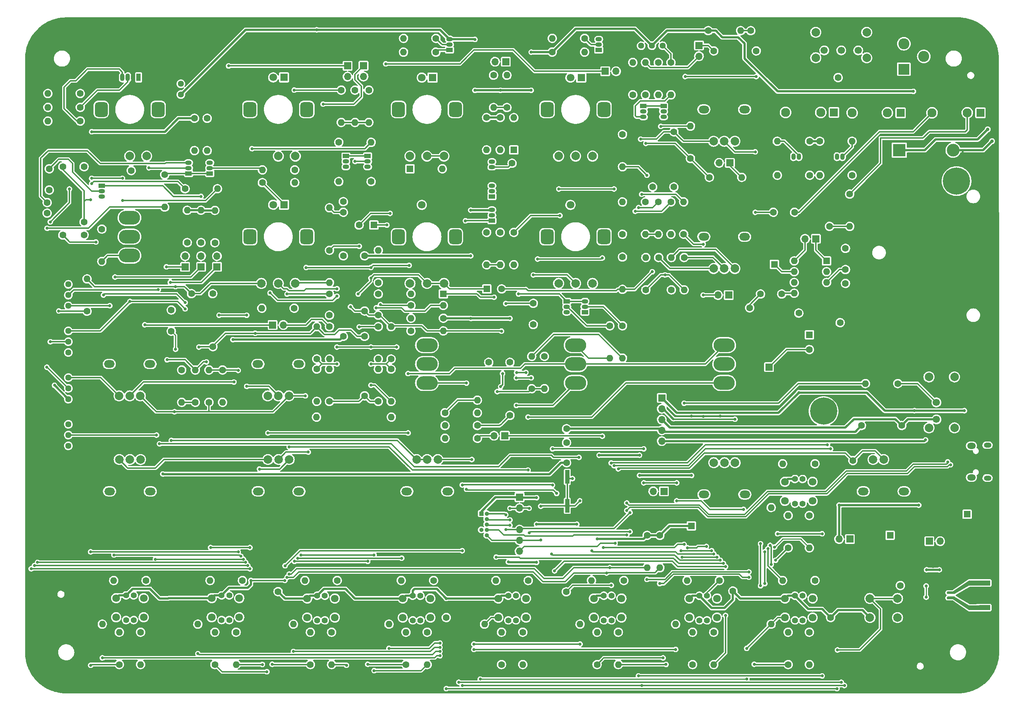
<source format=gbr>
%TF.GenerationSoftware,KiCad,Pcbnew,(6.0.10-0)*%
%TF.CreationDate,2023-01-28T16:50:53+01:00*%
%TF.ProjectId,LivSynth_Hardware,4c697653-796e-4746-985f-486172647761,0v2*%
%TF.SameCoordinates,Original*%
%TF.FileFunction,Copper,L1,Top*%
%TF.FilePolarity,Positive*%
%FSLAX46Y46*%
G04 Gerber Fmt 4.6, Leading zero omitted, Abs format (unit mm)*
G04 Created by KiCad (PCBNEW (6.0.10-0)) date 2023-01-28 16:50:53*
%MOMM*%
%LPD*%
G01*
G04 APERTURE LIST*
G04 Aperture macros list*
%AMRoundRect*
0 Rectangle with rounded corners*
0 $1 Rounding radius*
0 $2 $3 $4 $5 $6 $7 $8 $9 X,Y pos of 4 corners*
0 Add a 4 corners polygon primitive as box body*
4,1,4,$2,$3,$4,$5,$6,$7,$8,$9,$2,$3,0*
0 Add four circle primitives for the rounded corners*
1,1,$1+$1,$2,$3*
1,1,$1+$1,$4,$5*
1,1,$1+$1,$6,$7*
1,1,$1+$1,$8,$9*
0 Add four rect primitives between the rounded corners*
20,1,$1+$1,$2,$3,$4,$5,0*
20,1,$1+$1,$4,$5,$6,$7,0*
20,1,$1+$1,$6,$7,$8,$9,0*
20,1,$1+$1,$8,$9,$2,$3,0*%
G04 Aperture macros list end*
%TA.AperFunction,SMDPad,CuDef*%
%ADD10C,0.500000*%
%TD*%
%TA.AperFunction,ComponentPad*%
%ADD11C,1.800000*%
%TD*%
%TA.AperFunction,ComponentPad*%
%ADD12C,1.400000*%
%TD*%
%TA.AperFunction,ComponentPad*%
%ADD13O,5.000000X3.200000*%
%TD*%
%TA.AperFunction,ComponentPad*%
%ADD14C,1.440000*%
%TD*%
%TA.AperFunction,ComponentPad*%
%ADD15C,3.600000*%
%TD*%
%TA.AperFunction,ConnectorPad*%
%ADD16C,6.400000*%
%TD*%
%TA.AperFunction,ComponentPad*%
%ADD17C,2.000000*%
%TD*%
%TA.AperFunction,ComponentPad*%
%ADD18O,2.500000X1.800000*%
%TD*%
%TA.AperFunction,ComponentPad*%
%ADD19R,1.000000X1.000000*%
%TD*%
%TA.AperFunction,ComponentPad*%
%ADD20O,1.000000X1.000000*%
%TD*%
%TA.AperFunction,ComponentPad*%
%ADD21RoundRect,0.750000X-0.750000X-1.000000X0.750000X-1.000000X0.750000X1.000000X-0.750000X1.000000X0*%
%TD*%
%TA.AperFunction,ComponentPad*%
%ADD22R,1.700000X1.700000*%
%TD*%
%TA.AperFunction,ComponentPad*%
%ADD23O,1.700000X1.700000*%
%TD*%
%TA.AperFunction,ComponentPad*%
%ADD24R,1.830000X1.930000*%
%TD*%
%TA.AperFunction,ComponentPad*%
%ADD25C,2.130000*%
%TD*%
%TA.AperFunction,SMDPad,CuDef*%
%ADD26R,1.000000X3.200000*%
%TD*%
%TA.AperFunction,ComponentPad*%
%ADD27C,1.600000*%
%TD*%
%TA.AperFunction,ComponentPad*%
%ADD28O,1.600000X1.600000*%
%TD*%
%TA.AperFunction,ComponentPad*%
%ADD29R,1.800000X1.800000*%
%TD*%
%TA.AperFunction,ComponentPad*%
%ADD30R,1.050000X1.500000*%
%TD*%
%TA.AperFunction,ComponentPad*%
%ADD31O,1.050000X1.500000*%
%TD*%
%TA.AperFunction,ComponentPad*%
%ADD32R,1.500000X1.050000*%
%TD*%
%TA.AperFunction,ComponentPad*%
%ADD33O,1.500000X1.050000*%
%TD*%
%TA.AperFunction,ComponentPad*%
%ADD34R,3.000000X3.000000*%
%TD*%
%TA.AperFunction,ComponentPad*%
%ADD35C,3.000000*%
%TD*%
%TA.AperFunction,ComponentPad*%
%ADD36O,1.800000X1.150000*%
%TD*%
%TA.AperFunction,ComponentPad*%
%ADD37O,2.000000X1.450000*%
%TD*%
%TA.AperFunction,ComponentPad*%
%ADD38R,1.600000X1.600000*%
%TD*%
%TA.AperFunction,ComponentPad*%
%ADD39C,1.700000*%
%TD*%
%TA.AperFunction,ComponentPad*%
%ADD40R,2.600000X2.600000*%
%TD*%
%TA.AperFunction,ComponentPad*%
%ADD41C,2.600000*%
%TD*%
%TA.AperFunction,ComponentPad*%
%ADD42R,1.070000X1.800000*%
%TD*%
%TA.AperFunction,ComponentPad*%
%ADD43O,1.070000X1.800000*%
%TD*%
%TA.AperFunction,ViaPad*%
%ADD44C,0.700000*%
%TD*%
%TA.AperFunction,ViaPad*%
%ADD45C,0.800000*%
%TD*%
%TA.AperFunction,ViaPad*%
%ADD46C,0.460000*%
%TD*%
%TA.AperFunction,Conductor*%
%ADD47C,0.250000*%
%TD*%
%TA.AperFunction,Conductor*%
%ADD48C,0.500000*%
%TD*%
%TA.AperFunction,Conductor*%
%ADD49C,0.300000*%
%TD*%
G04 APERTURE END LIST*
%TO.C,NT2*%
G36*
X301350000Y-100600000D02*
G01*
X300850000Y-100600000D01*
X300850000Y-99600000D01*
X301350000Y-99600000D01*
X301350000Y-100600000D01*
G37*
%TD*%
D10*
%TO.P,NT2,1,1*%
%TO.N,GND*%
X301100000Y-100600000D03*
%TO.P,NT2,2,2*%
%TO.N,/Power/BAT_N*%
X301100000Y-99600000D03*
%TD*%
D11*
%TO.P,RGB_Pot6,1,UP-A*%
%TO.N,+3.3V*%
X191750000Y-205250000D03*
%TO.P,RGB_Pot6,2,POLE-A*%
%TO.N,unconnected-(RGB_Pot6-Pad2)*%
X198250000Y-205250000D03*
%TO.P,RGB_Pot6,3,DOWN-A*%
%TO.N,/IO/BTN5*%
X191750000Y-209750000D03*
%TO.P,RGB_Pot6,4,UP-B*%
%TO.N,unconnected-(RGB_Pot6-Pad4)*%
X198250000Y-209750000D03*
D12*
%TO.P,RGB_Pot6,5,CA*%
%TO.N,+3.3V*%
X194100000Y-204600000D03*
%TO.P,RGB_Pot6,6,G*%
%TO.N,Net-(R101-Pad1)*%
X195900000Y-204600000D03*
%TO.P,RGB_Pot6,7,R*%
%TO.N,Net-(R119-Pad1)*%
X195900000Y-210400000D03*
%TO.P,RGB_Pot6,8,B*%
%TO.N,Net-(R121-Pad2)*%
X194100000Y-210400000D03*
%TD*%
D13*
%TO.P,SW2,1,A*%
%TO.N,Net-(R72-Pad2)*%
X174949200Y-154450000D03*
%TO.P,SW2,2,B*%
%TO.N,Net-(R73-Pad2)*%
X174949200Y-150000000D03*
%TO.P,SW2,3*%
%TO.N,N/C*%
X174949200Y-145550000D03*
%TD*%
D11*
%TO.P,RGB_Pot5,1,UP-A*%
%TO.N,+3.3V*%
X169250000Y-205250000D03*
%TO.P,RGB_Pot5,2,POLE-A*%
%TO.N,unconnected-(RGB_Pot5-Pad2)*%
X175750000Y-205250000D03*
%TO.P,RGB_Pot5,3,DOWN-A*%
%TO.N,/IO/BTN4*%
X169250000Y-209750000D03*
%TO.P,RGB_Pot5,4,UP-B*%
%TO.N,unconnected-(RGB_Pot5-Pad4)*%
X175750000Y-209750000D03*
D12*
%TO.P,RGB_Pot5,5,CA*%
%TO.N,+3.3V*%
X171600000Y-204600000D03*
%TO.P,RGB_Pot5,6,G*%
%TO.N,Net-(R102-Pad1)*%
X173400000Y-204600000D03*
%TO.P,RGB_Pot5,7,R*%
%TO.N,Net-(R120-Pad1)*%
X173400000Y-210400000D03*
%TO.P,RGB_Pot5,8,B*%
%TO.N,Net-(R122-Pad2)*%
X171600000Y-210400000D03*
%TD*%
D14*
%TO.P,RV17,1,1*%
%TO.N,VGND*%
X90500000Y-164200000D03*
%TO.P,RV17,2,2*%
%TO.N,/VCO/SQUARE_OUT*%
X90500000Y-166740000D03*
%TO.P,RV17,3,3*%
%TO.N,Net-(RV17-Pad3)*%
X90500000Y-169280000D03*
%TD*%
D15*
%TO.P,LS1,1,1*%
%TO.N,Net-(J20-Pad1)*%
X268350000Y-161106595D03*
D16*
X268350000Y-161106595D03*
D15*
%TO.P,LS1,2,2*%
%TO.N,Net-(J20-Pad2)*%
X299650000Y-106893405D03*
D16*
X299650000Y-106893405D03*
%TD*%
D11*
%TO.P,RGB_Pot3,1,UP-A*%
%TO.N,+3.3V*%
X124250000Y-205178932D03*
%TO.P,RGB_Pot3,2,POLE-A*%
%TO.N,unconnected-(RGB_Pot3-Pad2)*%
X130750000Y-205178932D03*
%TO.P,RGB_Pot3,3,DOWN-A*%
%TO.N,/IO/BTN2*%
X124250000Y-209678932D03*
%TO.P,RGB_Pot3,4,UP-B*%
%TO.N,unconnected-(RGB_Pot3-Pad4)*%
X130750000Y-209678932D03*
D12*
%TO.P,RGB_Pot3,5,CA*%
%TO.N,+3.3V*%
X126600000Y-204528932D03*
%TO.P,RGB_Pot3,6,G*%
%TO.N,Net-(R107-Pad1)*%
X128400000Y-204528932D03*
%TO.P,RGB_Pot3,7,R*%
%TO.N,Net-(R125-Pad1)*%
X128400000Y-210328932D03*
%TO.P,RGB_Pot3,8,B*%
%TO.N,Net-(R126-Pad2)*%
X126600000Y-210328932D03*
%TD*%
D17*
%TO.P,SW5,1,1*%
%TO.N,/IO/BTN_SHIFT*%
X279250000Y-205250000D03*
X285750000Y-205250000D03*
%TO.P,SW5,2,2*%
%TO.N,+3.3V*%
X279250000Y-209750000D03*
X285750000Y-209750000D03*
%TD*%
D14*
%TO.P,RV16,1,1*%
%TO.N,VGND*%
X90500000Y-153200000D03*
%TO.P,RV16,2,2*%
%TO.N,Net-(RV16-Pad2)*%
X90500000Y-155740000D03*
%TO.P,RV16,3,3*%
%TO.N,+9V*%
X90500000Y-158280000D03*
%TD*%
D17*
%TO.P,RV21,1,1*%
%TO.N,VGND*%
X247500000Y-173250000D03*
%TO.P,RV21,2,2*%
%TO.N,/ModMatrix/VCA_CV_OUT*%
X245000000Y-173250000D03*
%TO.P,RV21,3,3*%
%TO.N,Net-(RV21-Pad3)*%
X242500000Y-173250000D03*
D18*
%TO.P,RV21,4*%
%TO.N,N/C*%
X249800000Y-180750000D03*
%TO.P,RV21,5*%
X240200000Y-180750000D03*
%TD*%
D17*
%TO.P,RV19,1,1*%
%TO.N,VGND*%
X142500000Y-172500000D03*
%TO.P,RV19,2,2*%
%TO.N,/ModMatrix/VCF_LFO_OUT*%
X140000000Y-172500000D03*
%TO.P,RV19,3,3*%
%TO.N,Net-(RV18-Pad3)*%
X137500000Y-172500000D03*
D18*
%TO.P,RV19,4*%
%TO.N,N/C*%
X144800000Y-180000000D03*
%TO.P,RV19,5*%
X135200000Y-180000000D03*
%TD*%
D17*
%TO.P,RV14,1,1*%
%TO.N,VGND*%
X102449200Y-157500000D03*
%TO.P,RV14,2,2*%
%TO.N,Net-(RV14-Pad2)*%
X104949200Y-157500000D03*
%TO.P,RV14,3,3*%
%TO.N,/EG/AR_OUT*%
X107449200Y-157500000D03*
D18*
%TO.P,RV14,4*%
%TO.N,N/C*%
X100149200Y-150000000D03*
%TO.P,RV14,5*%
X109749200Y-150000000D03*
%TD*%
D14*
%TO.P,RV12,1,1*%
%TO.N,/VCO/SAW_OUT*%
X90500000Y-142200000D03*
%TO.P,RV12,2,2*%
%TO.N,Net-(C17-Pad1)*%
X90500000Y-144740000D03*
%TO.P,RV12,3,3*%
X90500000Y-147280000D03*
%TD*%
D19*
%TO.P,J302,1,Pin_1*%
%TO.N,+3.3V*%
X187750000Y-185250000D03*
D20*
%TO.P,J302,2,Pin_2*%
%TO.N,/MCU/JTMS-SWDIO*%
X189020000Y-185250000D03*
%TO.P,J302,3,Pin_3*%
%TO.N,GND*%
X187750000Y-186520000D03*
%TO.P,J302,4,Pin_4*%
%TO.N,/MCU/JTCK-SWCLK*%
X189020000Y-186520000D03*
%TO.P,J302,5,Pin_5*%
%TO.N,GND*%
X187750000Y-187790000D03*
%TO.P,J302,6,Pin_6*%
%TO.N,/MCU/JTDO-TRACESWO*%
X189020000Y-187790000D03*
%TO.P,J302,7,Pin_7*%
%TO.N,unconnected-(J302-Pad7)*%
X187750000Y-189060000D03*
%TO.P,J302,8,Pin_8*%
%TO.N,/MCU/JTDI*%
X189020000Y-189060000D03*
%TO.P,J302,9,Pin_9*%
%TO.N,GND*%
X187750000Y-190330000D03*
%TO.P,J302,10,Pin_10*%
%TO.N,/MCU/NRST*%
X189020000Y-190330000D03*
%TD*%
D17*
%TO.P,RV5,1,1*%
%TO.N,Net-(R40-Pad1)*%
X205949200Y-101000000D03*
%TO.P,RV5,2,2*%
%TO.N,Net-(R22-Pad1)*%
X209949200Y-101000000D03*
%TO.P,RV5,3,3*%
%TO.N,Net-(R19-Pad2)*%
X213949200Y-101000000D03*
D21*
%TO.P,RV5,4*%
%TO.N,N/C*%
X203249200Y-90000000D03*
%TO.P,RV5,5*%
X216649200Y-90000000D03*
%TD*%
D14*
%TO.P,RV1001,1,1*%
%TO.N,Net-(R20-Pad1)*%
X230460000Y-75000000D03*
%TO.P,RV1001,2,2*%
%TO.N,+9V*%
X227920000Y-75000000D03*
%TO.P,RV1001,3,3*%
%TO.N,Net-(R17-Pad1)*%
X225380000Y-75000000D03*
%TD*%
D17*
%TO.P,RV15,1,1*%
%TO.N,VGND*%
X137449200Y-157500000D03*
%TO.P,RV15,2,2*%
%TO.N,Net-(RV15-Pad2)*%
X139949200Y-157500000D03*
%TO.P,RV15,3,3*%
%TO.N,/EG/AR_OUT*%
X142449200Y-157500000D03*
D18*
%TO.P,RV15,4*%
%TO.N,N/C*%
X135149200Y-150000000D03*
%TO.P,RV15,5*%
X144749200Y-150000000D03*
%TD*%
D17*
%TO.P,RV6,1,1*%
%TO.N,VGND*%
X242449200Y-97500000D03*
%TO.P,RV6,2,2*%
%TO.N,Net-(C2-Pad2)*%
X244949200Y-97500000D03*
%TO.P,RV6,3,3*%
%TO.N,Net-(J10-Pad2)*%
X247449200Y-97500000D03*
D18*
%TO.P,RV6,4*%
%TO.N,N/C*%
X240149200Y-90000000D03*
%TO.P,RV6,5*%
X249749200Y-90000000D03*
%TD*%
D17*
%TO.P,RV4,1,1*%
%TO.N,Net-(D11-Pad1)*%
X170949200Y-101000000D03*
%TO.P,RV4,2,2*%
%TO.N,Net-(C501-Pad1)*%
X174949200Y-101000000D03*
%TO.P,RV4,3,3*%
X178949200Y-101000000D03*
D21*
%TO.P,RV4,4*%
%TO.N,N/C*%
X168249200Y-90000000D03*
%TO.P,RV4,5*%
X181649200Y-90000000D03*
%TD*%
D13*
%TO.P,SW4,1,A*%
%TO.N,/EG/AR_OUT*%
X244949200Y-154450000D03*
%TO.P,SW4,2,B*%
%TO.N,Net-(RV21-Pad3)*%
X244949200Y-150000000D03*
%TO.P,SW4,3,C*%
%TO.N,Net-(RV18-Pad3)*%
X244949200Y-145550000D03*
%TD*%
D22*
%TO.P,J19,1,Pin_1*%
%TO.N,+3.3V*%
X196750000Y-181400000D03*
D23*
%TO.P,J19,2,Pin_2*%
%TO.N,/MCU/JTCK-SWCLK*%
X196750000Y-183940000D03*
%TO.P,J19,3,Pin_3*%
%TO.N,GND*%
X196750000Y-186480000D03*
%TO.P,J19,4,Pin_4*%
%TO.N,/MCU/JTMS-SWDIO*%
X196750000Y-189020000D03*
%TO.P,J19,5,Pin_5*%
%TO.N,/MCU/NRST*%
X196750000Y-191560000D03*
%TO.P,J19,6,Pin_6*%
%TO.N,/MCU/JTDO-TRACESWO*%
X196750000Y-194100000D03*
%TD*%
D17*
%TO.P,RV11,1,1*%
%TO.N,Net-(R57-Pad1)*%
X242449200Y-127500000D03*
%TO.P,RV11,2,2*%
%TO.N,Net-(R39-Pad1)*%
X244949200Y-127500000D03*
%TO.P,RV11,3,3*%
%TO.N,Net-(R63-Pad2)*%
X247449200Y-127500000D03*
D18*
%TO.P,RV11,4*%
%TO.N,N/C*%
X240149200Y-120000000D03*
%TO.P,RV11,5*%
X249749200Y-120000000D03*
%TD*%
D13*
%TO.P,SW3,1,A*%
%TO.N,/LFO/LFO_SQA_OUT*%
X209949200Y-145550000D03*
%TO.P,SW3,2,B*%
%TO.N,Net-(RV18-Pad3)*%
X209949200Y-150000000D03*
%TO.P,SW3,3,C*%
%TO.N,/LFO/LFO_TRI_OUT*%
X209949200Y-154450000D03*
%TD*%
D17*
%TO.P,RV18,1,1*%
%TO.N,VGND*%
X107500000Y-172500000D03*
%TO.P,RV18,2,2*%
%TO.N,/ModMatrix/VCO_LFO_OUT*%
X105000000Y-172500000D03*
%TO.P,RV18,3,3*%
%TO.N,Net-(RV18-Pad3)*%
X102500000Y-172500000D03*
D18*
%TO.P,RV18,4*%
%TO.N,N/C*%
X109800000Y-180000000D03*
%TO.P,RV18,5*%
X100200000Y-180000000D03*
%TD*%
D17*
%TO.P,RV22,1,1*%
%TO.N,GND*%
X285000000Y-172500000D03*
%TO.P,RV22,2,2*%
%TO.N,/IO/ADC_IN2*%
X282500000Y-172500000D03*
%TO.P,RV22,3,3*%
%TO.N,+3.3VA*%
X280000000Y-172500000D03*
D18*
%TO.P,RV22,4*%
%TO.N,N/C*%
X287300000Y-180000000D03*
%TO.P,RV22,5*%
X277700000Y-180000000D03*
%TD*%
D17*
%TO.P,RV7,1,1*%
%TO.N,VGND*%
X135949200Y-131000000D03*
%TO.P,RV7,2,2*%
%TO.N,Net-(R75-Pad2)*%
X139949200Y-131000000D03*
%TO.P,RV7,3,3*%
%TO.N,Net-(R47-Pad2)*%
X143949200Y-131000000D03*
D21*
%TO.P,RV7,4*%
%TO.N,N/C*%
X133249200Y-120000000D03*
%TO.P,RV7,5*%
X146649200Y-120000000D03*
%TD*%
D17*
%TO.P,RV8,1,1*%
%TO.N,Net-(D8-Pad2)*%
X170949200Y-131000000D03*
%TO.P,RV8,2,2*%
%TO.N,Net-(C501-Pad1)*%
X174949200Y-131000000D03*
%TO.P,RV8,3,3*%
X178949200Y-131000000D03*
D21*
%TO.P,RV8,4*%
%TO.N,N/C*%
X168249200Y-120000000D03*
%TO.P,RV8,5*%
X181649200Y-120000000D03*
%TD*%
D17*
%TO.P,RV1,1,1*%
%TO.N,GND*%
X100949200Y-101000000D03*
%TO.P,RV1,2,2*%
%TO.N,/IO/ADC_IN1*%
X104949200Y-101000000D03*
%TO.P,RV1,3,3*%
%TO.N,+3.3VA*%
X108949200Y-101000000D03*
D21*
%TO.P,RV1,4*%
%TO.N,N/C*%
X98249200Y-90000000D03*
%TO.P,RV1,5*%
X111649200Y-90000000D03*
%TD*%
D24*
%TO.P,J1,1*%
%TO.N,Net-(J1-Pad1)*%
X305279540Y-90800000D03*
D25*
%TO.P,J1,2*%
%TO.N,Net-(J1-Pad2)*%
X302179540Y-90800000D03*
%TO.P,J1,3*%
%TO.N,Net-(C2-Pad1)*%
X293879540Y-90800000D03*
%TD*%
D11*
%TO.P,RGB_Pot7,1,UP-A*%
%TO.N,+3.3V*%
X236750000Y-205250000D03*
%TO.P,RGB_Pot7,2,POLE-A*%
%TO.N,unconnected-(RGB_Pot7-Pad2)*%
X243250000Y-205250000D03*
%TO.P,RGB_Pot7,3,DOWN-A*%
%TO.N,/IO/BTN7*%
X236750000Y-209750000D03*
%TO.P,RGB_Pot7,4,UP-B*%
%TO.N,unconnected-(RGB_Pot7-Pad4)*%
X243250000Y-209750000D03*
D12*
%TO.P,RGB_Pot7,5,CA*%
%TO.N,+3.3V*%
X239100000Y-204600000D03*
%TO.P,RGB_Pot7,6,G*%
%TO.N,Net-(R99-Pad1)*%
X240900000Y-204600000D03*
%TO.P,RGB_Pot7,7,R*%
%TO.N,Net-(R117-Pad1)*%
X240900000Y-210400000D03*
%TO.P,RGB_Pot7,8,B*%
%TO.N,Net-(R115-Pad2)*%
X239100000Y-210400000D03*
%TD*%
D24*
%TO.P,J2,1*%
%TO.N,Net-(J2-Pad1)*%
X270779540Y-90700000D03*
D25*
%TO.P,J2,2*%
%TO.N,unconnected-(J2-Pad2)*%
X267679540Y-90700000D03*
%TO.P,J2,3*%
%TO.N,Net-(J2-Pad3)*%
X259379540Y-90700000D03*
%TD*%
D24*
%TO.P,J3,1*%
%TO.N,Net-(J3-Pad1)*%
X286479540Y-90800000D03*
D25*
%TO.P,J3,2*%
%TO.N,unconnected-(J3-Pad2)*%
X283379540Y-90800000D03*
%TO.P,J3,3*%
%TO.N,Net-(J3-Pad3)*%
X275079540Y-90800000D03*
%TD*%
D11*
%TO.P,RGB_Pot1,1,UP-A*%
%TO.N,+3.3V*%
X259250000Y-177750000D03*
%TO.P,RGB_Pot1,2,POLE-A*%
%TO.N,unconnected-(RGB_Pot1-Pad2)*%
X265750000Y-177750000D03*
%TO.P,RGB_Pot1,3,DOWN-A*%
%TO.N,/IO/BTN9*%
X259250000Y-182250000D03*
%TO.P,RGB_Pot1,4,UP-B*%
%TO.N,unconnected-(RGB_Pot1-Pad4)*%
X265750000Y-182250000D03*
D12*
%TO.P,RGB_Pot1,5,CA*%
%TO.N,+3.3V*%
X261600000Y-177100000D03*
%TO.P,RGB_Pot1,6,G*%
%TO.N,Net-(R79-Pad1)*%
X263400000Y-177100000D03*
%TO.P,RGB_Pot1,7,R*%
%TO.N,Net-(R81-Pad1)*%
X263400000Y-182900000D03*
%TO.P,RGB_Pot1,8,B*%
%TO.N,Net-(R80-Pad2)*%
X261600000Y-182900000D03*
%TD*%
D17*
%TO.P,RV3,1,1*%
%TO.N,GND*%
X135949200Y-101000000D03*
%TO.P,RV3,2,2*%
%TO.N,Net-(R26-Pad1)*%
X139949200Y-101000000D03*
%TO.P,RV3,3,3*%
%TO.N,+9V*%
X143949200Y-101000000D03*
D21*
%TO.P,RV3,4*%
%TO.N,N/C*%
X133249200Y-90000000D03*
%TO.P,RV3,5*%
X146649200Y-90000000D03*
%TD*%
D14*
%TO.P,RV2,1,1*%
%TO.N,GND*%
X117000000Y-81420000D03*
%TO.P,RV2,2,2*%
%TO.N,Net-(R31-Pad1)*%
X117000000Y-83960000D03*
%TO.P,RV2,3,3*%
%TO.N,+9V*%
X117000000Y-86500000D03*
%TD*%
D17*
%TO.P,RV20,1,1*%
%TO.N,Net-(R86-Pad2)*%
X177500000Y-172500000D03*
%TO.P,RV20,2,2*%
%TO.N,Net-(C40-Pad1)*%
X175000000Y-172500000D03*
%TO.P,RV20,3,3*%
X172500000Y-172500000D03*
D18*
%TO.P,RV20,4*%
%TO.N,N/C*%
X179800000Y-180000000D03*
%TO.P,RV20,5*%
X170200000Y-180000000D03*
%TD*%
D11*
%TO.P,RGB_Pot9,1,UP-A*%
%TO.N,+3.3V*%
X259250000Y-205250000D03*
%TO.P,RGB_Pot9,2,POLE-A*%
%TO.N,unconnected-(RGB_Pot9-Pad2)*%
X265750000Y-205250000D03*
%TO.P,RGB_Pot9,3,DOWN-A*%
%TO.N,/IO/BTN8*%
X259250000Y-209750000D03*
%TO.P,RGB_Pot9,4,UP-B*%
%TO.N,unconnected-(RGB_Pot9-Pad4)*%
X265750000Y-209750000D03*
D12*
%TO.P,RGB_Pot9,5,CA*%
%TO.N,+3.3V*%
X261600000Y-204600000D03*
%TO.P,RGB_Pot9,6,G*%
%TO.N,Net-(R95-Pad1)*%
X263400000Y-204600000D03*
%TO.P,RGB_Pot9,7,R*%
%TO.N,Net-(R114-Pad1)*%
X263400000Y-210400000D03*
%TO.P,RGB_Pot9,8,B*%
%TO.N,Net-(R113-Pad2)*%
X261600000Y-210400000D03*
%TD*%
D17*
%TO.P,RV9,1,1*%
%TO.N,Net-(Q15-Pad3)*%
X205949200Y-131000000D03*
%TO.P,RV9,2,2*%
%TO.N,Net-(C23-Pad1)*%
X209949200Y-131000000D03*
%TO.P,RV9,3,3*%
%TO.N,Net-(Q16-Pad1)*%
X213949200Y-131000000D03*
D21*
%TO.P,RV9,4*%
%TO.N,N/C*%
X203249200Y-120000000D03*
%TO.P,RV9,5*%
X216649200Y-120000000D03*
%TD*%
D22*
%TO.P,J4,1,Pin_1*%
%TO.N,Net-(C22-Pad2)*%
X255500000Y-150725000D03*
D23*
%TO.P,J4,2,Pin_2*%
%TO.N,GND*%
X255500000Y-153265000D03*
%TD*%
D11*
%TO.P,RGB_Pot4,1,UP-A*%
%TO.N,+3.3V*%
X146750000Y-205250000D03*
%TO.P,RGB_Pot4,2,POLE-A*%
%TO.N,unconnected-(RGB_Pot4-Pad2)*%
X153250000Y-205250000D03*
%TO.P,RGB_Pot4,3,DOWN-A*%
%TO.N,/IO/BTN3*%
X146750000Y-209750000D03*
%TO.P,RGB_Pot4,4,UP-B*%
%TO.N,unconnected-(RGB_Pot4-Pad4)*%
X153250000Y-209750000D03*
D12*
%TO.P,RGB_Pot4,5,CA*%
%TO.N,+3.3V*%
X149100000Y-204600000D03*
%TO.P,RGB_Pot4,6,G*%
%TO.N,Net-(R106-Pad1)*%
X150900000Y-204600000D03*
%TO.P,RGB_Pot4,7,R*%
%TO.N,Net-(R123-Pad1)*%
X150900000Y-210400000D03*
%TO.P,RGB_Pot4,8,B*%
%TO.N,Net-(R124-Pad2)*%
X149100000Y-210400000D03*
%TD*%
D11*
%TO.P,RGB_Pot2,1,UP-A*%
%TO.N,+3.3V*%
X101750000Y-205178932D03*
%TO.P,RGB_Pot2,2,POLE-A*%
%TO.N,unconnected-(RGB_Pot2-Pad2)*%
X108250000Y-205178932D03*
%TO.P,RGB_Pot2,3,DOWN-A*%
%TO.N,/IO/BTN1*%
X101750000Y-209678932D03*
%TO.P,RGB_Pot2,4,UP-B*%
%TO.N,unconnected-(RGB_Pot2-Pad4)*%
X108250000Y-209678932D03*
D12*
%TO.P,RGB_Pot2,5,CA*%
%TO.N,+3.3V*%
X104100000Y-204528932D03*
%TO.P,RGB_Pot2,6,G*%
%TO.N,Net-(R110-Pad1)*%
X105900000Y-204528932D03*
%TO.P,RGB_Pot2,7,R*%
%TO.N,Net-(R128-Pad1)*%
X105900000Y-210328932D03*
%TO.P,RGB_Pot2,8,B*%
%TO.N,Net-(R127-Pad2)*%
X104100000Y-210328932D03*
%TD*%
D14*
%TO.P,RV13,1,1*%
%TO.N,Net-(R78-Pad1)*%
X90500000Y-131220000D03*
%TO.P,RV13,2,2*%
%TO.N,Net-(Q13-Pad2)*%
X90500000Y-133760000D03*
%TO.P,RV13,3,3*%
%TO.N,Net-(RV13-Pad3)*%
X90500000Y-136300000D03*
%TD*%
D26*
%TO.P,SW8,1,1*%
%TO.N,GND*%
X212000000Y-176600000D03*
X212000000Y-183400000D03*
%TO.P,SW8,2,2*%
%TO.N,/MCU/NRST*%
X208000000Y-183400000D03*
X208000000Y-176600000D03*
%TD*%
D13*
%TO.P,SW1,1,A*%
%TO.N,/VCO/SAW_OUT*%
X104898400Y-124450000D03*
%TO.P,SW1,2,B*%
%TO.N,/VCF/VCF_IN*%
X104898400Y-120000000D03*
%TO.P,SW1,3,C*%
%TO.N,/VCO/SQUARE_OUT*%
X104898400Y-115550000D03*
%TD*%
D11*
%TO.P,RGB_Pot8,1,UP-A*%
%TO.N,+3.3V*%
X214250000Y-205250000D03*
%TO.P,RGB_Pot8,2,POLE-A*%
%TO.N,unconnected-(RGB_Pot8-Pad2)*%
X220750000Y-205250000D03*
%TO.P,RGB_Pot8,3,DOWN-A*%
%TO.N,/IO/BTN6*%
X214250000Y-209750000D03*
%TO.P,RGB_Pot8,4,UP-B*%
%TO.N,unconnected-(RGB_Pot8-Pad4)*%
X220750000Y-209750000D03*
D12*
%TO.P,RGB_Pot8,5,CA*%
%TO.N,+3.3V*%
X216600000Y-204600000D03*
%TO.P,RGB_Pot8,6,G*%
%TO.N,Net-(R96-Pad1)*%
X218400000Y-204600000D03*
%TO.P,RGB_Pot8,7,R*%
%TO.N,Net-(R116-Pad1)*%
X218400000Y-210400000D03*
%TO.P,RGB_Pot8,8,B*%
%TO.N,Net-(R118-Pad2)*%
X216600000Y-210400000D03*
%TD*%
D27*
%TO.P,R65,1*%
%TO.N,Net-(Q6-Pad3)*%
X229400000Y-111790000D03*
D28*
%TO.P,R65,2*%
%TO.N,Net-(R60-Pad2)*%
X229400000Y-119410000D03*
%TD*%
D29*
%TO.P,D10,1,K*%
%TO.N,Net-(C30-Pad2)*%
X141275000Y-112450000D03*
D11*
%TO.P,D10,2,A*%
%TO.N,Net-(D10-Pad2)*%
X138735000Y-112450000D03*
%TD*%
D27*
%TO.P,R91,1*%
%TO.N,VGND*%
X163500000Y-158810000D03*
D28*
%TO.P,R91,2*%
%TO.N,Net-(R74-Pad2)*%
X163500000Y-151190000D03*
%TD*%
D27*
%TO.P,C52,1*%
%TO.N,/IO/ADC_IN2*%
X275250000Y-172750000D03*
%TO.P,C52,2*%
%TO.N,GND*%
X275250000Y-177750000D03*
%TD*%
%TO.P,R89,1*%
%TO.N,Net-(R76-Pad1)*%
X149000000Y-151190000D03*
D28*
%TO.P,R89,2*%
%TO.N,Net-(R74-Pad1)*%
X149000000Y-158810000D03*
%TD*%
D22*
%TO.P,J11,1,Pin_1*%
%TO.N,Net-(J11-Pad1)*%
X266525000Y-120500000D03*
D23*
%TO.P,J11,2,Pin_2*%
%TO.N,Net-(J11-Pad2)*%
X263985000Y-120500000D03*
%TD*%
D27*
%TO.P,R86,1*%
%TO.N,Net-(R84-Pad2)*%
X179190000Y-161500000D03*
D28*
%TO.P,R86,2*%
%TO.N,Net-(R86-Pad2)*%
X186810000Y-161500000D03*
%TD*%
D27*
%TO.P,R702,1*%
%TO.N,Net-(R701-Pad2)*%
X120400000Y-159010000D03*
D28*
%TO.P,R702,2*%
%TO.N,/ModMatrix/VCO_EG_OUT*%
X120400000Y-151390000D03*
%TD*%
D27*
%TO.P,C4,1*%
%TO.N,+9V*%
X233100000Y-108275000D03*
%TO.P,C4,2*%
%TO.N,VGND*%
X228100000Y-108275000D03*
%TD*%
%TO.P,R19,1*%
%TO.N,Net-(R19-Pad1)*%
X221000000Y-119420000D03*
D28*
%TO.P,R19,2*%
%TO.N,Net-(R19-Pad2)*%
X221000000Y-111800000D03*
%TD*%
D27*
%TO.P,R105,1*%
%TO.N,GND*%
X143500000Y-203690000D03*
D28*
%TO.P,R105,2*%
%TO.N,/IO/BTN3*%
X143500000Y-211310000D03*
%TD*%
D27*
%TO.P,R127,1*%
%TO.N,/IO/P1_B*%
X102500000Y-220810000D03*
D28*
%TO.P,R127,2*%
%TO.N,Net-(R127-Pad2)*%
X102500000Y-213190000D03*
%TD*%
D27*
%TO.P,R34,1*%
%TO.N,Net-(C7-Pad1)*%
X269750000Y-117560000D03*
D28*
%TO.P,R34,2*%
%TO.N,GND*%
X269750000Y-109940000D03*
%TD*%
D27*
%TO.P,R20,1*%
%TO.N,Net-(R20-Pad1)*%
X232410000Y-78940000D03*
D28*
%TO.P,R20,2*%
%TO.N,Net-(Q5-Pad3)*%
X232410000Y-86560000D03*
%TD*%
D27*
%TO.P,C53,1*%
%TO.N,+3.3V*%
X247000000Y-203500000D03*
%TO.P,C53,2*%
%TO.N,GND*%
X252000000Y-203500000D03*
%TD*%
%TO.P,C301,1*%
%TO.N,+3.3VA*%
X207810000Y-168500000D03*
%TO.P,C301,2*%
%TO.N,GND*%
X202810000Y-168500000D03*
%TD*%
%TO.P,C41,1*%
%TO.N,VGND*%
X160250000Y-157500000D03*
%TO.P,C41,2*%
%TO.N,GND*%
X155250000Y-157500000D03*
%TD*%
%TO.P,R124,1*%
%TO.N,/IO/P3_B*%
X147500000Y-220810000D03*
D28*
%TO.P,R124,2*%
%TO.N,Net-(R124-Pad2)*%
X147500000Y-213190000D03*
%TD*%
D30*
%TO.P,Q3,1,E*%
%TO.N,GND*%
X270230000Y-101140000D03*
D31*
%TO.P,Q3,2,B*%
%TO.N,Net-(Q3-Pad2)*%
X271500000Y-101140000D03*
%TO.P,Q3,3,C*%
%TO.N,Net-(J3-Pad3)*%
X272770000Y-101140000D03*
%TD*%
D27*
%TO.P,R3,1*%
%TO.N,Net-(J6-Pad2)*%
X223410000Y-86560000D03*
D28*
%TO.P,R3,2*%
%TO.N,Net-(Q5-Pad2)*%
X223410000Y-78940000D03*
%TD*%
D27*
%TO.P,C7,1*%
%TO.N,Net-(C7-Pad1)*%
X273500000Y-122750000D03*
%TO.P,C7,2*%
%TO.N,Net-(C19-Pad2)*%
X273500000Y-127750000D03*
%TD*%
%TO.P,C210,1*%
%TO.N,/Power/VGREF*%
X252500000Y-76200000D03*
%TO.P,C210,2*%
%TO.N,GND*%
X257500000Y-76200000D03*
%TD*%
%TO.P,R107,1*%
%TO.N,Net-(R107-Pad1)*%
X131500000Y-201000000D03*
D28*
%TO.P,R107,2*%
%TO.N,/IO/P2_G*%
X123880000Y-201000000D03*
%TD*%
D27*
%TO.P,R9,1*%
%TO.N,Net-(D5-Pad4)*%
X93310000Y-92750000D03*
D28*
%TO.P,R9,2*%
%TO.N,/IO/LED1_B*%
X85690000Y-92750000D03*
%TD*%
D27*
%TO.P,R64,1*%
%TO.N,Net-(R61-Pad2)*%
X199600000Y-155810000D03*
D28*
%TO.P,R64,2*%
%TO.N,Net-(R19-Pad1)*%
X199600000Y-148190000D03*
%TD*%
D27*
%TO.P,R16,1*%
%TO.N,/IO/CLOCK_OUT*%
X265060000Y-105500000D03*
D28*
%TO.P,R16,2*%
%TO.N,Net-(Q4-Pad2)*%
X257440000Y-105500000D03*
%TD*%
D27*
%TO.P,R101,1*%
%TO.N,Net-(R101-Pad1)*%
X198810000Y-201000000D03*
D28*
%TO.P,R101,2*%
%TO.N,/IO/P5_G*%
X191190000Y-201000000D03*
%TD*%
D27*
%TO.P,R81,1*%
%TO.N,Net-(R81-Pad1)*%
X265000000Y-185690000D03*
D28*
%TO.P,R81,2*%
%TO.N,/IO/P9_R*%
X265000000Y-193310000D03*
%TD*%
D32*
%TO.P,Q13,1,E*%
%TO.N,Net-(Q12-Pad1)*%
X118800000Y-105100000D03*
D33*
%TO.P,Q13,2,B*%
%TO.N,Net-(Q13-Pad2)*%
X118800000Y-103830000D03*
%TO.P,Q13,3,C*%
%TO.N,Net-(C16-Pad1)*%
X118800000Y-102560000D03*
%TD*%
D32*
%TO.P,Q502,1,E*%
%TO.N,Net-(D11-Pad2)*%
X190240000Y-116220000D03*
D33*
%TO.P,Q502,2,B*%
%TO.N,Net-(D8-Pad1)*%
X190240000Y-114950000D03*
%TO.P,Q502,3,C*%
%TO.N,+9V*%
X190240000Y-113680000D03*
%TD*%
D27*
%TO.P,R37,1*%
%TO.N,Net-(Q5-Pad1)*%
X221000000Y-95890000D03*
D28*
%TO.P,R37,2*%
%TO.N,Net-(R37-Pad2)*%
X221000000Y-103510000D03*
%TD*%
D27*
%TO.P,R95,1*%
%TO.N,Net-(R95-Pad1)*%
X266310000Y-201000000D03*
D28*
%TO.P,R95,2*%
%TO.N,/IO/P8_G*%
X258690000Y-201000000D03*
%TD*%
D34*
%TO.P,BT1,1,+*%
%TO.N,/Power/BAT_P*%
X286150000Y-99600000D03*
D35*
%TO.P,BT1,2,-*%
%TO.N,/Power/BAT_N*%
X298850000Y-99600000D03*
%TD*%
D27*
%TO.P,R52,1*%
%TO.N,Net-(D10-Pad2)*%
X143810000Y-104250000D03*
D28*
%TO.P,R52,2*%
%TO.N,VGND*%
X136190000Y-104250000D03*
%TD*%
D32*
%TO.P,Q5,1,E*%
%TO.N,Net-(Q5-Pad1)*%
X225910000Y-89230000D03*
D33*
%TO.P,Q5,2,B*%
%TO.N,Net-(Q5-Pad2)*%
X225910000Y-90500000D03*
%TO.P,Q5,3,C*%
%TO.N,Net-(Q5-Pad3)*%
X225910000Y-91770000D03*
%TD*%
D27*
%TO.P,R122,1*%
%TO.N,/IO/P4_B*%
X170000000Y-220810000D03*
D28*
%TO.P,R122,2*%
%TO.N,Net-(R122-Pad2)*%
X170000000Y-213190000D03*
%TD*%
D27*
%TO.P,C54,1*%
%TO.N,+3.3V*%
X139887500Y-203625000D03*
%TO.P,C54,2*%
%TO.N,GND*%
X134887500Y-203625000D03*
%TD*%
%TO.P,R57,1*%
%TO.N,Net-(R57-Pad1)*%
X229500000Y-124885000D03*
D28*
%TO.P,R57,2*%
%TO.N,GND*%
X229500000Y-132505000D03*
%TD*%
D27*
%TO.P,R301,1*%
%TO.N,/MCU/SPI_MOSI*%
X207750000Y-203690000D03*
D28*
%TO.P,R301,2*%
%TO.N,GND*%
X207750000Y-211310000D03*
%TD*%
D27*
%TO.P,R69,1*%
%TO.N,+9V*%
X178810000Y-139200000D03*
D28*
%TO.P,R69,2*%
%TO.N,Net-(R69-Pad2)*%
X171190000Y-139200000D03*
%TD*%
D27*
%TO.P,R123,1*%
%TO.N,Net-(R123-Pad1)*%
X152500000Y-213190000D03*
D28*
%TO.P,R123,2*%
%TO.N,/IO/P3_R*%
X152500000Y-220810000D03*
%TD*%
D27*
%TO.P,C39,1*%
%TO.N,VGND*%
X194500000Y-162100000D03*
%TO.P,C39,2*%
%TO.N,GND*%
X189500000Y-162100000D03*
%TD*%
%TO.P,R113,1*%
%TO.N,/IO/P8_B*%
X260000000Y-220810000D03*
D28*
%TO.P,R113,2*%
%TO.N,Net-(R113-Pad2)*%
X260000000Y-213190000D03*
%TD*%
D27*
%TO.P,R103,1*%
%TO.N,GND*%
X188500000Y-203690000D03*
D28*
%TO.P,R103,2*%
%TO.N,/IO/BTN5*%
X188500000Y-211310000D03*
%TD*%
D27*
%TO.P,R33,1*%
%TO.N,Net-(J1-Pad2)*%
X274500000Y-109940000D03*
D28*
%TO.P,R33,2*%
%TO.N,Net-(C7-Pad1)*%
X274500000Y-117560000D03*
%TD*%
D36*
%TO.P,J16,6,Shield*%
%TO.N,unconnected-(J16-Pad6)*%
X306950000Y-176870000D03*
X306950000Y-169120000D03*
D37*
X303150000Y-176720000D03*
X303150000Y-169270000D03*
%TD*%
D32*
%TO.P,Q12,1,E*%
%TO.N,Net-(Q12-Pad1)*%
X123800000Y-105100000D03*
D33*
%TO.P,Q12,2,B*%
%TO.N,VGND*%
X123800000Y-103830000D03*
%TO.P,Q12,3,C*%
%TO.N,Net-(C14-Pad1)*%
X123800000Y-102560000D03*
%TD*%
D27*
%TO.P,R201,1*%
%TO.N,Net-(D201-Pad2)*%
X271760000Y-82500000D03*
D28*
%TO.P,R201,2*%
%TO.N,GND*%
X264140000Y-82500000D03*
%TD*%
D22*
%TO.P,J10,1,Pin_1*%
%TO.N,/IO/VCA_IN*%
X246275000Y-102595000D03*
D23*
%TO.P,J10,2,Pin_2*%
%TO.N,Net-(J10-Pad2)*%
X243735000Y-102595000D03*
%TD*%
D27*
%TO.P,R118,1*%
%TO.N,/IO/P6_B*%
X215000000Y-220810000D03*
D28*
%TO.P,R118,2*%
%TO.N,Net-(R118-Pad2)*%
X215000000Y-213190000D03*
%TD*%
D27*
%TO.P,R87,1*%
%TO.N,Net-(R71-Pad1)*%
X166500000Y-151190000D03*
D28*
%TO.P,R87,2*%
%TO.N,Net-(C11-Pad1)*%
X166500000Y-158810000D03*
%TD*%
D27*
%TO.P,R100,1*%
%TO.N,GND*%
X211000000Y-203690000D03*
D28*
%TO.P,R100,2*%
%TO.N,/IO/BTN6*%
X211000000Y-211310000D03*
%TD*%
D27*
%TO.P,R15,1*%
%TO.N,+3.3V*%
X265060000Y-97500000D03*
D28*
%TO.P,R15,2*%
%TO.N,Net-(J2-Pad3)*%
X257440000Y-97500000D03*
%TD*%
D22*
%TO.P,J8,1,Pin_1*%
%TO.N,/ModMatrix/VCF_EG_OUT*%
X156250000Y-79725000D03*
D23*
%TO.P,J8,2,Pin_2*%
%TO.N,Net-(J8-Pad2)*%
X156250000Y-82265000D03*
%TD*%
D38*
%TO.P,D8,1,K*%
%TO.N,Net-(D8-Pad1)*%
X178810000Y-133450000D03*
D28*
%TO.P,D8,2,A*%
%TO.N,Net-(D8-Pad2)*%
X171190000Y-133450000D03*
%TD*%
D27*
%TO.P,R58,1*%
%TO.N,Net-(R39-Pad2)*%
X226500000Y-132505000D03*
D28*
%TO.P,R58,2*%
%TO.N,Net-(R37-Pad2)*%
X226500000Y-124885000D03*
%TD*%
D27*
%TO.P,R17,1*%
%TO.N,Net-(R17-Pad1)*%
X229410000Y-78940000D03*
D28*
%TO.P,R17,2*%
%TO.N,Net-(Q6-Pad3)*%
X229410000Y-86560000D03*
%TD*%
D22*
%TO.P,J204,1,Pin_1*%
%TO.N,Net-(C31-Pad1)*%
X274525000Y-191250000D03*
D23*
%TO.P,J204,2,Pin_2*%
%TO.N,+3.3V*%
X271985000Y-191250000D03*
%TD*%
D38*
%TO.P,C11,1*%
%TO.N,Net-(C11-Pad1)*%
X162457953Y-117250000D03*
D27*
%TO.P,C11,2*%
%TO.N,/VCA/VCA_IN*%
X158957953Y-117250000D03*
%TD*%
%TO.P,C2,1*%
%TO.N,Net-(C2-Pad1)*%
X261500000Y-114250000D03*
%TO.P,C2,2*%
%TO.N,Net-(C2-Pad2)*%
X256500000Y-114250000D03*
%TD*%
%TO.P,R62,1*%
%TO.N,Net-(J18-Pad2)*%
X235400000Y-119410000D03*
D28*
%TO.P,R62,2*%
%TO.N,Net-(R39-Pad2)*%
X235400000Y-111790000D03*
%TD*%
D27*
%TO.P,R51,1*%
%TO.N,Net-(J12-Pad2)*%
X125000000Y-121410000D03*
D28*
%TO.P,R51,2*%
%TO.N,Net-(R31-Pad2)*%
X125000000Y-113790000D03*
%TD*%
D32*
%TO.P,Q9,1,E*%
%TO.N,Net-(Q10-Pad1)*%
X160970000Y-100980000D03*
D33*
%TO.P,Q9,2,B*%
%TO.N,VGND*%
X160970000Y-102250000D03*
%TO.P,Q9,3,C*%
%TO.N,Net-(Q9-Pad3)*%
X160970000Y-103520000D03*
%TD*%
D22*
%TO.P,J13,1,Pin_1*%
%TO.N,/ModMatrix/VCO_LFO_OUT*%
X121750000Y-127100000D03*
D23*
%TO.P,J13,2,Pin_2*%
%TO.N,Net-(J13-Pad2)*%
X121750000Y-124560000D03*
%TD*%
D27*
%TO.P,R61,1*%
%TO.N,/LFO/LFO_TRI_OUT*%
X202600000Y-148190000D03*
D28*
%TO.P,R61,2*%
%TO.N,Net-(R61-Pad2)*%
X202600000Y-155810000D03*
%TD*%
D27*
%TO.P,C10,1*%
%TO.N,+9V*%
X124500000Y-133400000D03*
%TO.P,C10,2*%
%TO.N,VGND*%
X119500000Y-133400000D03*
%TD*%
%TO.P,R32,1*%
%TO.N,Net-(Q12-Pad1)*%
X113200000Y-105400000D03*
D28*
%TO.P,R32,2*%
%TO.N,Net-(C16-Pad2)*%
X113200000Y-113020000D03*
%TD*%
D27*
%TO.P,C29,1*%
%TO.N,VGND*%
X160250000Y-137500000D03*
%TO.P,C29,2*%
%TO.N,GND*%
X155250000Y-137500000D03*
%TD*%
%TO.P,R14,1*%
%TO.N,/IO/RESET_OUT*%
X275060000Y-105500000D03*
D28*
%TO.P,R14,2*%
%TO.N,Net-(Q3-Pad2)*%
X267440000Y-105500000D03*
%TD*%
D27*
%TO.P,R73,1*%
%TO.N,Net-(R69-Pad2)*%
X171190000Y-136200000D03*
D28*
%TO.P,R73,2*%
%TO.N,Net-(R73-Pad2)*%
X178810000Y-136200000D03*
%TD*%
D27*
%TO.P,R125,1*%
%TO.N,Net-(R125-Pad1)*%
X130000000Y-213190000D03*
D28*
%TO.P,R125,2*%
%TO.N,/IO/P2_R*%
X130000000Y-220810000D03*
%TD*%
D22*
%TO.P,J12,1,Pin_1*%
%TO.N,/Slew/V{slash}OCT_OUT*%
X125500000Y-127100000D03*
D23*
%TO.P,J12,2,Pin_2*%
%TO.N,Net-(J12-Pad2)*%
X125500000Y-124560000D03*
%TD*%
D27*
%TO.P,C38,1*%
%TO.N,+3.3V*%
X270000000Y-209750000D03*
%TO.P,C38,2*%
%TO.N,GND*%
X275000000Y-209750000D03*
%TD*%
%TO.P,C18,1*%
%TO.N,VGND*%
X94200000Y-116500000D03*
%TO.P,C18,2*%
%TO.N,GND*%
X89200000Y-116500000D03*
%TD*%
D17*
%TO.P,SW7,*%
%TO.N,*%
X299167500Y-165042500D03*
X299167500Y-153042500D03*
X293167500Y-165042500D03*
X293167500Y-153042500D03*
D39*
%TO.P,SW7,1,A*%
%TO.N,GND*%
X294917500Y-155042500D03*
%TO.P,SW7,2,B*%
%TO.N,/MCU/SW_BOOT0*%
X294917500Y-159042500D03*
%TO.P,SW7,3,C*%
%TO.N,+3.3V*%
X294917500Y-163042500D03*
%TD*%
D22*
%TO.P,J203,1,Pin_1*%
%TO.N,+9V*%
X230250000Y-158000000D03*
D23*
%TO.P,J203,2,Pin_2*%
%TO.N,VGND*%
X230250000Y-160540000D03*
%TO.P,J203,3,Pin_3*%
%TO.N,+3.3V*%
X230250000Y-163080000D03*
%TO.P,J203,4,Pin_4*%
%TO.N,+3.3VA*%
X230250000Y-165620000D03*
%TO.P,J203,5,Pin_5*%
%TO.N,VBUS*%
X230250000Y-168160000D03*
%TO.P,J203,6,Pin_6*%
%TO.N,GND*%
X230250000Y-170700000D03*
%TD*%
D27*
%TO.P,R29,1*%
%TO.N,Net-(Q10-Pad2)*%
X154190000Y-97750000D03*
D28*
%TO.P,R29,2*%
%TO.N,VGND*%
X161810000Y-97750000D03*
%TD*%
D38*
%TO.P,C20,1*%
%TO.N,+9V*%
X302147349Y-185400000D03*
D27*
%TO.P,C20,2*%
%TO.N,GND*%
X305647349Y-185400000D03*
%TD*%
%TO.P,R106,1*%
%TO.N,Net-(R106-Pad1)*%
X153810000Y-201000000D03*
D28*
%TO.P,R106,2*%
%TO.N,/IO/P3_G*%
X146190000Y-201000000D03*
%TD*%
D38*
%TO.P,C22,1*%
%TO.N,Net-(C22-Pad1)*%
X265000000Y-143097349D03*
D27*
%TO.P,C22,2*%
%TO.N,Net-(C22-Pad2)*%
X265000000Y-146597349D03*
%TD*%
%TO.P,R80,1*%
%TO.N,/IO/P9_B*%
X260000000Y-193310000D03*
D28*
%TO.P,R80,2*%
%TO.N,Net-(R80-Pad2)*%
X260000000Y-185690000D03*
%TD*%
D27*
%TO.P,R501,1*%
%TO.N,Net-(D8-Pad1)*%
X192200000Y-118990000D03*
D28*
%TO.P,R501,2*%
%TO.N,VGND*%
X192200000Y-126610000D03*
%TD*%
D40*
%TO.P,J5,1*%
%TO.N,/Power/BAT_N*%
X287250000Y-80515000D03*
D41*
%TO.P,J5,2*%
%TO.N,Net-(J5-Pad2)*%
X287250000Y-74515000D03*
%TO.P,J5,3*%
%TO.N,/Power/BAT_P*%
X291950000Y-77515000D03*
%TD*%
D27*
%TO.P,R68,1*%
%TO.N,Net-(Q15-Pad2)*%
X218000000Y-140990000D03*
D28*
%TO.P,R68,2*%
%TO.N,/LFO/LFO_SQA_OUT*%
X218000000Y-148610000D03*
%TD*%
D27*
%TO.P,C17,1*%
%TO.N,Net-(C17-Pad1)*%
X86000000Y-109000000D03*
%TO.P,C17,2*%
%TO.N,Net-(C17-Pad2)*%
X86000000Y-104000000D03*
%TD*%
%TO.P,R22,1*%
%TO.N,Net-(R22-Pad1)*%
X195400000Y-118990000D03*
D28*
%TO.P,R22,2*%
%TO.N,Net-(Q15-Pad1)*%
X195400000Y-126610000D03*
%TD*%
D27*
%TO.P,R30,1*%
%TO.N,Net-(C30-Pad2)*%
X136190000Y-107250000D03*
D28*
%TO.P,R30,2*%
%TO.N,Net-(D10-Pad2)*%
X143810000Y-107250000D03*
%TD*%
D32*
%TO.P,Q6,1,E*%
%TO.N,Net-(Q5-Pad1)*%
X230660000Y-89230000D03*
D33*
%TO.P,Q6,2,B*%
%TO.N,VGND*%
X230660000Y-90500000D03*
%TO.P,Q6,3,C*%
%TO.N,Net-(Q6-Pad3)*%
X230660000Y-91770000D03*
%TD*%
D27*
%TO.P,C49,1*%
%TO.N,+3.3VA*%
X207810000Y-173250000D03*
%TO.P,C49,2*%
%TO.N,GND*%
X202810000Y-173250000D03*
%TD*%
%TO.P,R28,1*%
%TO.N,Net-(J8-Pad2)*%
X158000000Y-85440000D03*
D28*
%TO.P,R28,2*%
%TO.N,Net-(Q10-Pad2)*%
X158000000Y-93060000D03*
%TD*%
D27*
%TO.P,R41,1*%
%TO.N,Net-(Q16-Pad2)*%
X221000000Y-140980000D03*
D28*
%TO.P,R41,2*%
%TO.N,Net-(R19-Pad1)*%
X221000000Y-148600000D03*
%TD*%
D27*
%TO.P,R75,1*%
%TO.N,Net-(R47-Pad2)*%
X143685000Y-136850000D03*
D28*
%TO.P,R75,2*%
%TO.N,Net-(R75-Pad2)*%
X136065000Y-136850000D03*
%TD*%
D27*
%TO.P,C9,1*%
%TO.N,Net-(C22-Pad1)*%
X258500000Y-133500000D03*
%TO.P,C9,2*%
%TO.N,Net-(C9-Pad2)*%
X253500000Y-133500000D03*
%TD*%
D29*
%TO.P,D4,1,K*%
%TO.N,Net-(D10-Pad2)*%
X141275000Y-82450000D03*
D11*
%TO.P,D4,2,A*%
%TO.N,Net-(C30-Pad2)*%
X138735000Y-82450000D03*
%TD*%
D32*
%TO.P,Q10,1,E*%
%TO.N,Net-(Q10-Pad1)*%
X155860000Y-101000000D03*
D33*
%TO.P,Q10,2,B*%
%TO.N,Net-(Q10-Pad2)*%
X155860000Y-102270000D03*
%TO.P,Q10,3,C*%
%TO.N,Net-(C13-Pad1)*%
X155860000Y-103540000D03*
%TD*%
D27*
%TO.P,R40,1*%
%TO.N,Net-(R40-Pad1)*%
X221000000Y-124790000D03*
D28*
%TO.P,R40,2*%
%TO.N,VGND*%
X221000000Y-132410000D03*
%TD*%
D27*
%TO.P,C6,1*%
%TO.N,GND*%
X273500000Y-136000000D03*
%TO.P,C6,2*%
%TO.N,Net-(C6-Pad2)*%
X273500000Y-131000000D03*
%TD*%
D22*
%TO.P,J201,1,Pin_1*%
%TO.N,/Power/Vout*%
X293250000Y-191750000D03*
D23*
%TO.P,J201,2,Pin_2*%
%TO.N,+9V*%
X295790000Y-191750000D03*
%TD*%
D27*
%TO.P,C40,1*%
%TO.N,Net-(C40-Pad1)*%
X114750000Y-142250000D03*
%TO.P,C40,2*%
%TO.N,VGND*%
X114750000Y-137250000D03*
%TD*%
D38*
%TO.P,C51,1*%
%TO.N,+3.3V*%
X237200000Y-188147349D03*
D27*
%TO.P,C51,2*%
%TO.N,GND*%
X237200000Y-191647349D03*
%TD*%
%TO.P,R92,1*%
%TO.N,GND*%
X158940000Y-162500000D03*
D28*
%TO.P,R92,2*%
%TO.N,Net-(C11-Pad1)*%
X166560000Y-162500000D03*
%TD*%
D32*
%TO.P,Q7,1,E*%
%TO.N,GND*%
X190240000Y-104875000D03*
D33*
%TO.P,Q7,2,B*%
%TO.N,Net-(D7-Pad1)*%
X190240000Y-103605000D03*
%TO.P,Q7,3,C*%
%TO.N,Net-(Q501-Pad2)*%
X190240000Y-102335000D03*
%TD*%
D27*
%TO.P,R66,1*%
%TO.N,Net-(R35-Pad1)*%
X237000000Y-101560000D03*
D28*
%TO.P,R66,2*%
%TO.N,Net-(R66-Pad2)*%
X237000000Y-93940000D03*
%TD*%
D22*
%TO.P,J14,1,Pin_1*%
%TO.N,/VCF/VCF_IN*%
X138600000Y-140800000D03*
D23*
%TO.P,J14,2,Pin_2*%
%TO.N,Net-(J14-Pad2)*%
X141140000Y-140800000D03*
%TD*%
D27*
%TO.P,R53,1*%
%TO.N,+9V*%
X120200000Y-92090000D03*
D28*
%TO.P,R53,2*%
%TO.N,Net-(C16-Pad1)*%
X120200000Y-99710000D03*
%TD*%
D27*
%TO.P,R6,1*%
%TO.N,Net-(Q2-Pad1)*%
X177060000Y-76500000D03*
D28*
%TO.P,R6,2*%
%TO.N,Net-(D3-Pad2)*%
X169440000Y-76500000D03*
%TD*%
D27*
%TO.P,R23,1*%
%TO.N,+9V*%
X189000000Y-91915000D03*
D28*
%TO.P,R23,2*%
%TO.N,Net-(Q501-Pad2)*%
X189000000Y-99535000D03*
%TD*%
D27*
%TO.P,C30,1*%
%TO.N,Net-(C30-Pad1)*%
X152000000Y-138500000D03*
%TO.P,C30,2*%
%TO.N,Net-(C30-Pad2)*%
X152000000Y-133500000D03*
%TD*%
%TO.P,C21,1*%
%TO.N,+9V*%
X262500000Y-138000000D03*
%TO.P,C21,2*%
%TO.N,GND*%
X267500000Y-138000000D03*
%TD*%
%TO.P,R13,1*%
%TO.N,+3.3V*%
X267440000Y-97500000D03*
D28*
%TO.P,R13,2*%
%TO.N,Net-(J3-Pad3)*%
X275060000Y-97500000D03*
%TD*%
D22*
%TO.P,J301,1,Pin_1*%
%TO.N,/MCU/DBG1*%
X230775000Y-180000000D03*
D23*
%TO.P,J301,2,Pin_2*%
%TO.N,/MCU/DBG2*%
X228235000Y-180000000D03*
%TD*%
D27*
%TO.P,R121,1*%
%TO.N,/IO/P5_B*%
X192500000Y-220810000D03*
D28*
%TO.P,R121,2*%
%TO.N,Net-(R121-Pad2)*%
X192500000Y-213190000D03*
%TD*%
D27*
%TO.P,R102,1*%
%TO.N,Net-(R102-Pad1)*%
X176500000Y-201000000D03*
D28*
%TO.P,R102,2*%
%TO.N,/IO/P4_G*%
X168880000Y-201000000D03*
%TD*%
D29*
%TO.P,D6,1,K*%
%TO.N,GND*%
X211275000Y-112500000D03*
D11*
%TO.P,D6,2,A*%
%TO.N,Net-(D2-Pad1)*%
X208735000Y-112500000D03*
%TD*%
D27*
%TO.P,C42,1*%
%TO.N,+3.3V*%
X179500000Y-209750000D03*
%TO.P,C42,2*%
%TO.N,GND*%
X184500000Y-209750000D03*
%TD*%
D29*
%TO.P,D9,1,K*%
%TO.N,GND*%
X176275000Y-112500000D03*
D11*
%TO.P,D9,2,A*%
%TO.N,Net-(D3-Pad1)*%
X173735000Y-112500000D03*
%TD*%
D27*
%TO.P,R24,1*%
%TO.N,Net-(D7-Pad1)*%
X195000000Y-102690000D03*
D28*
%TO.P,R24,2*%
%TO.N,GND*%
X195000000Y-110310000D03*
%TD*%
D27*
%TO.P,R206,1*%
%TO.N,+9V*%
X241190000Y-71450000D03*
D28*
%TO.P,R206,2*%
%TO.N,/Power/VGREF*%
X248810000Y-71450000D03*
%TD*%
D27*
%TO.P,R704,1*%
%TO.N,Net-(R703-Pad2)*%
X126800000Y-151390000D03*
D28*
%TO.P,R704,2*%
%TO.N,/ModMatrix/VCF_EG_OUT*%
X126800000Y-159010000D03*
%TD*%
D27*
%TO.P,R63,1*%
%TO.N,+9V*%
X232500000Y-132505000D03*
D28*
%TO.P,R63,2*%
%TO.N,Net-(R63-Pad2)*%
X232500000Y-124885000D03*
%TD*%
D27*
%TO.P,C16,1*%
%TO.N,Net-(C16-Pad1)*%
X85500000Y-111950000D03*
%TO.P,C16,2*%
%TO.N,Net-(C16-Pad2)*%
X85500000Y-114450000D03*
%TD*%
%TO.P,C209,1*%
%TO.N,Net-(C209-Pad1)*%
X242500000Y-76200000D03*
%TO.P,C209,2*%
%TO.N,GND*%
X247500000Y-76200000D03*
%TD*%
%TO.P,C34,1*%
%TO.N,+3.3VA*%
X277250000Y-164500000D03*
%TO.P,C34,2*%
%TO.N,GND*%
X277250000Y-159500000D03*
%TD*%
%TO.P,R88,1*%
%TO.N,VGND*%
X152000000Y-158810000D03*
D28*
%TO.P,R88,2*%
%TO.N,Net-(R77-Pad2)*%
X152000000Y-151190000D03*
%TD*%
D22*
%TO.P,J7,1,Pin_1*%
%TO.N,/EG/GATE_OUT*%
X193525000Y-78750000D03*
D23*
%TO.P,J7,2,Pin_2*%
%TO.N,Net-(J7-Pad2)*%
X190985000Y-78750000D03*
%TD*%
D27*
%TO.P,R93,1*%
%TO.N,/MCU/SW_BOOT0*%
X285810000Y-154600000D03*
D28*
%TO.P,R93,2*%
%TO.N,/MCU/BOOT0*%
X278190000Y-154600000D03*
%TD*%
D27*
%TO.P,R77,1*%
%TO.N,Net-(J14-Pad2)*%
X152000000Y-141190000D03*
D28*
%TO.P,R77,2*%
%TO.N,Net-(R77-Pad2)*%
X152000000Y-148810000D03*
%TD*%
D27*
%TO.P,R126,1*%
%TO.N,/IO/P2_B*%
X125000000Y-220810000D03*
D28*
%TO.P,R126,2*%
%TO.N,Net-(R126-Pad2)*%
X125000000Y-213190000D03*
%TD*%
D32*
%TO.P,Q501,1,E*%
%TO.N,VGND*%
X190240000Y-110520000D03*
D33*
%TO.P,Q501,2,B*%
%TO.N,Net-(Q501-Pad2)*%
X190240000Y-109250000D03*
%TO.P,Q501,3,C*%
%TO.N,Net-(D8-Pad1)*%
X190240000Y-107980000D03*
%TD*%
D27*
%TO.P,TH1,1*%
%TO.N,Net-(R31-Pad2)*%
X117990000Y-108700000D03*
D28*
%TO.P,TH1,2*%
%TO.N,Net-(RV13-Pad3)*%
X125610000Y-108700000D03*
%TD*%
D27*
%TO.P,R111,1*%
%TO.N,+3.3V*%
X229800000Y-190390000D03*
D28*
%TO.P,R111,2*%
%TO.N,/IO/I2C_SDA_IN*%
X229800000Y-198010000D03*
%TD*%
D27*
%TO.P,R82,1*%
%TO.N,GND*%
X256000000Y-176190000D03*
D28*
%TO.P,R82,2*%
%TO.N,/IO/BTN9*%
X256000000Y-183810000D03*
%TD*%
D27*
%TO.P,R128,1*%
%TO.N,Net-(R128-Pad1)*%
X107500000Y-213190000D03*
D28*
%TO.P,R128,2*%
%TO.N,/IO/P1_R*%
X107500000Y-220810000D03*
%TD*%
D27*
%TO.P,C14,1*%
%TO.N,Net-(C14-Pad1)*%
X89200000Y-119600000D03*
%TO.P,C14,2*%
%TO.N,/VCO/SAW_OUT*%
X94200000Y-119600000D03*
%TD*%
%TO.P,C28,1*%
%TO.N,+9V*%
X155250000Y-143500000D03*
%TO.P,C28,2*%
%TO.N,VGND*%
X160250000Y-143500000D03*
%TD*%
%TO.P,C27,1*%
%TO.N,Net-(C27-Pad1)*%
X163500000Y-133500000D03*
%TO.P,C27,2*%
%TO.N,VGND*%
X163500000Y-138500000D03*
%TD*%
D22*
%TO.P,J18,1,Pin_1*%
%TO.N,/ModMatrix/VCA_CV_OUT*%
X246000000Y-133750000D03*
D23*
%TO.P,J18,2,Pin_2*%
%TO.N,Net-(J18-Pad2)*%
X243460000Y-133750000D03*
%TD*%
D27*
%TO.P,R98,1*%
%TO.N,GND*%
X233500000Y-203690000D03*
D28*
%TO.P,R98,2*%
%TO.N,/IO/BTN7*%
X233500000Y-211310000D03*
%TD*%
D27*
%TO.P,R44,1*%
%TO.N,Net-(R44-Pad1)*%
X163500000Y-130810000D03*
D28*
%TO.P,R44,2*%
%TO.N,Net-(Q9-Pad3)*%
X163500000Y-123190000D03*
%TD*%
D29*
%TO.P,D3,1,K*%
%TO.N,Net-(D3-Pad1)*%
X176275000Y-82500000D03*
D11*
%TO.P,D3,2,A*%
%TO.N,Net-(D3-Pad2)*%
X173735000Y-82500000D03*
%TD*%
D27*
%TO.P,R5,1*%
%TO.N,+9V*%
X204440000Y-76500000D03*
D28*
%TO.P,R5,2*%
%TO.N,Net-(Q1-Pad3)*%
X212060000Y-76500000D03*
%TD*%
D27*
%TO.P,R7,1*%
%TO.N,Net-(J7-Pad2)*%
X190630000Y-81940000D03*
D28*
%TO.P,R7,2*%
%TO.N,Net-(D7-Pad2)*%
X190630000Y-89560000D03*
%TD*%
D27*
%TO.P,R207,1*%
%TO.N,/Power/VGREF*%
X251190000Y-71450000D03*
D28*
%TO.P,R207,2*%
%TO.N,GND*%
X258810000Y-71450000D03*
%TD*%
D27*
%TO.P,R70,1*%
%TO.N,Net-(R69-Pad2)*%
X171190000Y-142200000D03*
D28*
%TO.P,R70,2*%
%TO.N,VGND*%
X178810000Y-142200000D03*
%TD*%
D27*
%TO.P,R35,1*%
%TO.N,Net-(R35-Pad1)*%
X241440000Y-106000000D03*
D28*
%TO.P,R35,2*%
%TO.N,/IO/VCA_IN*%
X249060000Y-106000000D03*
%TD*%
D38*
%TO.P,C8,1*%
%TO.N,Net-(C8-Pad1)*%
X256750000Y-126500000D03*
D27*
%TO.P,C8,2*%
%TO.N,GND*%
X253250000Y-126500000D03*
%TD*%
%TO.P,R10,1*%
%TO.N,Net-(D5-Pad1)*%
X93310000Y-86250000D03*
D28*
%TO.P,R10,2*%
%TO.N,/IO/LED1_R*%
X85690000Y-86250000D03*
%TD*%
D27*
%TO.P,R83,1*%
%TO.N,Net-(J17-Pad2)*%
X186810000Y-167500000D03*
D28*
%TO.P,R83,2*%
%TO.N,Net-(R83-Pad2)*%
X179190000Y-167500000D03*
%TD*%
D27*
%TO.P,R31,1*%
%TO.N,Net-(R31-Pad1)*%
X123200000Y-92090000D03*
D28*
%TO.P,R31,2*%
%TO.N,Net-(R31-Pad2)*%
X123200000Y-99710000D03*
%TD*%
D27*
%TO.P,R25,1*%
%TO.N,Net-(J9-Pad2)*%
X161250000Y-85440000D03*
D28*
%TO.P,R25,2*%
%TO.N,Net-(Q10-Pad2)*%
X161250000Y-93060000D03*
%TD*%
D27*
%TO.P,R59,1*%
%TO.N,Net-(C9-Pad2)*%
X250940000Y-136750000D03*
D28*
%TO.P,R59,2*%
%TO.N,GND*%
X258560000Y-136750000D03*
%TD*%
D30*
%TO.P,Q4,1,E*%
%TO.N,GND*%
X259980000Y-101140000D03*
D31*
%TO.P,Q4,2,B*%
%TO.N,Net-(Q4-Pad2)*%
X261250000Y-101140000D03*
%TO.P,Q4,3,C*%
%TO.N,Net-(J2-Pad3)*%
X262520000Y-101140000D03*
%TD*%
D27*
%TO.P,C37,1*%
%TO.N,+3.3VA*%
X207810000Y-165250000D03*
%TO.P,C37,2*%
%TO.N,GND*%
X202810000Y-165250000D03*
%TD*%
%TO.P,C23,1*%
%TO.N,Net-(C23-Pad1)*%
X200000000Y-135700000D03*
%TO.P,C23,2*%
%TO.N,/LFO/LFO_TRI_OUT*%
X200000000Y-140700000D03*
%TD*%
%TO.P,R76,1*%
%TO.N,Net-(R76-Pad1)*%
X149000000Y-148810000D03*
D28*
%TO.P,R76,2*%
%TO.N,VGND*%
X149000000Y-141190000D03*
%TD*%
D27*
%TO.P,C35,1*%
%TO.N,+3.3V*%
X286750000Y-164500000D03*
%TO.P,C35,2*%
%TO.N,GND*%
X286750000Y-159500000D03*
%TD*%
%TO.P,R85,1*%
%TO.N,VGND*%
X186810000Y-164500000D03*
D28*
%TO.P,R85,2*%
%TO.N,Net-(R83-Pad2)*%
X179190000Y-164500000D03*
%TD*%
D27*
%TO.P,R119,1*%
%TO.N,Net-(R119-Pad1)*%
X197500000Y-213190000D03*
D28*
%TO.P,R119,2*%
%TO.N,/IO/P5_R*%
X197500000Y-220810000D03*
%TD*%
D27*
%TO.P,R703,1*%
%TO.N,/EG/AR_OUT*%
X123600000Y-159010000D03*
D28*
%TO.P,R703,2*%
%TO.N,Net-(R703-Pad2)*%
X123600000Y-151390000D03*
%TD*%
D27*
%TO.P,R79,1*%
%TO.N,Net-(R79-Pad1)*%
X266310000Y-173500000D03*
D28*
%TO.P,R79,2*%
%TO.N,/IO/P9_G*%
X258690000Y-173500000D03*
%TD*%
D38*
%TO.P,D7,1,K*%
%TO.N,Net-(D7-Pad1)*%
X195400000Y-99560000D03*
D28*
%TO.P,D7,2,A*%
%TO.N,Net-(D7-Pad2)*%
X195400000Y-91940000D03*
%TD*%
D27*
%TO.P,C25,1*%
%TO.N,+9V*%
X194500000Y-149600000D03*
%TO.P,C25,2*%
%TO.N,VGND*%
X189500000Y-149600000D03*
%TD*%
%TO.P,R48,1*%
%TO.N,Net-(Q10-Pad1)*%
X161810000Y-107000000D03*
D28*
%TO.P,R48,2*%
%TO.N,Net-(C13-Pad2)*%
X154190000Y-107000000D03*
%TD*%
D27*
%TO.P,R38,1*%
%TO.N,Net-(Q5-Pad2)*%
X226410000Y-86560000D03*
D28*
%TO.P,R38,2*%
%TO.N,VGND*%
X226410000Y-78940000D03*
%TD*%
D32*
%TO.P,Q16,1,E*%
%TO.N,Net-(Q16-Pad1)*%
X212140000Y-137770000D03*
D33*
%TO.P,Q16,2,B*%
%TO.N,Net-(Q16-Pad2)*%
X212140000Y-136500000D03*
%TO.P,Q16,3,C*%
%TO.N,Net-(Q15-Pad1)*%
X212140000Y-135230000D03*
%TD*%
D27*
%TO.P,R26,1*%
%TO.N,Net-(R26-Pad1)*%
X154750000Y-85440000D03*
D28*
%TO.P,R26,2*%
%TO.N,Net-(Q10-Pad2)*%
X154750000Y-93060000D03*
%TD*%
D27*
%TO.P,C5,1*%
%TO.N,/IO/ADC_IN1*%
X105300000Y-104400000D03*
%TO.P,C5,2*%
%TO.N,GND*%
X100300000Y-104400000D03*
%TD*%
%TO.P,R110,1*%
%TO.N,Net-(R110-Pad1)*%
X108810000Y-201000000D03*
D28*
%TO.P,R110,2*%
%TO.N,/IO/P1_G*%
X101190000Y-201000000D03*
%TD*%
D27*
%TO.P,R99,1*%
%TO.N,Net-(R99-Pad1)*%
X243810000Y-201000000D03*
D28*
%TO.P,R99,2*%
%TO.N,/IO/P7_G*%
X236190000Y-201000000D03*
%TD*%
D27*
%TO.P,R54,1*%
%TO.N,Net-(Q14-Pad3)*%
X98400000Y-118190000D03*
D28*
%TO.P,R54,2*%
%TO.N,/VCO/SAW_OUT*%
X98400000Y-125810000D03*
%TD*%
D27*
%TO.P,R84,1*%
%TO.N,GND*%
X179190000Y-158500000D03*
D28*
%TO.P,R84,2*%
%TO.N,Net-(R84-Pad2)*%
X186810000Y-158500000D03*
%TD*%
D27*
%TO.P,R47,1*%
%TO.N,/VCA/VCA_IN*%
X152000000Y-123190000D03*
D28*
%TO.P,R47,2*%
%TO.N,Net-(R47-Pad2)*%
X152000000Y-130810000D03*
%TD*%
D27*
%TO.P,R97,1*%
%TO.N,/IO/BTN_SHIFT*%
X286410000Y-202200000D03*
D28*
%TO.P,R97,2*%
%TO.N,GND*%
X278790000Y-202200000D03*
%TD*%
D27*
%TO.P,R45,1*%
%TO.N,+9V*%
X192200000Y-91915000D03*
D28*
%TO.P,R45,2*%
%TO.N,Net-(D8-Pad1)*%
X192200000Y-99535000D03*
%TD*%
D27*
%TO.P,R112,1*%
%TO.N,+3.3V*%
X226800000Y-190390000D03*
D28*
%TO.P,R112,2*%
%TO.N,/IO/I2C_SCL_IN*%
X226800000Y-198010000D03*
%TD*%
D38*
%TO.P,C501,1*%
%TO.N,Net-(C501-Pad1)*%
X189047349Y-132300000D03*
D27*
%TO.P,C501,2*%
%TO.N,VGND*%
X192547349Y-132300000D03*
%TD*%
%TO.P,R27,1*%
%TO.N,Net-(Q2-Pad2)*%
X177060000Y-73250000D03*
D28*
%TO.P,R27,2*%
%TO.N,/EG/AR_OUT*%
X169440000Y-73250000D03*
%TD*%
D27*
%TO.P,R60,1*%
%TO.N,VGND*%
X226400000Y-111790000D03*
D28*
%TO.P,R60,2*%
%TO.N,Net-(R60-Pad2)*%
X226400000Y-119410000D03*
%TD*%
D22*
%TO.P,J17,1,Pin_1*%
%TO.N,/MCU/DAC_OUT1*%
X193275000Y-166900000D03*
D23*
%TO.P,J17,2,Pin_2*%
%TO.N,Net-(J17-Pad2)*%
X190735000Y-166900000D03*
%TD*%
D27*
%TO.P,C13,1*%
%TO.N,Net-(C13-Pad1)*%
X155250000Y-114250000D03*
%TO.P,C13,2*%
%TO.N,Net-(C13-Pad2)*%
X155250000Y-111750000D03*
%TD*%
D22*
%TO.P,J15,1,Pin_1*%
%TO.N,/ModMatrix/VCO_EG_OUT*%
X118000000Y-127100000D03*
D23*
%TO.P,J15,2,Pin_2*%
%TO.N,Net-(J15-Pad2)*%
X118000000Y-124560000D03*
%TD*%
D27*
%TO.P,R71,1*%
%TO.N,Net-(R71-Pad1)*%
X166500000Y-148810000D03*
D28*
%TO.P,R71,2*%
%TO.N,VGND*%
X166500000Y-141190000D03*
%TD*%
D27*
%TO.P,R39,1*%
%TO.N,Net-(R39-Pad1)*%
X235500000Y-124885000D03*
D28*
%TO.P,R39,2*%
%TO.N,Net-(R39-Pad2)*%
X235500000Y-132505000D03*
%TD*%
D27*
%TO.P,R701,1*%
%TO.N,/EG/AR_OUT*%
X117200000Y-151390000D03*
D28*
%TO.P,R701,2*%
%TO.N,Net-(R701-Pad2)*%
X117200000Y-159010000D03*
%TD*%
D27*
%TO.P,R116,1*%
%TO.N,Net-(R116-Pad1)*%
X220000000Y-213190000D03*
D28*
%TO.P,R116,2*%
%TO.N,/IO/P6_R*%
X220000000Y-220810000D03*
%TD*%
D27*
%TO.P,R115,1*%
%TO.N,/IO/P7_B*%
X237500000Y-220810000D03*
D28*
%TO.P,R115,2*%
%TO.N,Net-(R115-Pad2)*%
X237500000Y-213190000D03*
%TD*%
D27*
%TO.P,R109,1*%
%TO.N,GND*%
X98500000Y-203690000D03*
D28*
%TO.P,R109,2*%
%TO.N,/IO/BTN1*%
X98500000Y-211310000D03*
%TD*%
D27*
%TO.P,R94,1*%
%TO.N,GND*%
X256000000Y-203690000D03*
D28*
%TO.P,R94,2*%
%TO.N,/IO/BTN8*%
X256000000Y-211310000D03*
%TD*%
D27*
%TO.P,R8,1*%
%TO.N,Net-(D5-Pad3)*%
X93310000Y-89500000D03*
D28*
%TO.P,R8,2*%
%TO.N,/IO/LED1_G*%
X85690000Y-89500000D03*
%TD*%
D27*
%TO.P,C15,1*%
%TO.N,+9V*%
X94200000Y-103500000D03*
%TO.P,C15,2*%
%TO.N,VGND*%
X89200000Y-103500000D03*
%TD*%
%TO.P,C12,1*%
%TO.N,+9V*%
X160250000Y-124500000D03*
%TO.P,C12,2*%
%TO.N,VGND*%
X155250000Y-124500000D03*
%TD*%
%TO.P,C24,1*%
%TO.N,VGND*%
X124525000Y-145900000D03*
%TO.P,C24,2*%
%TO.N,GND*%
X119525000Y-145900000D03*
%TD*%
D32*
%TO.P,Q1,1,E*%
%TO.N,Net-(D2-Pad2)*%
X215390000Y-76020000D03*
D33*
%TO.P,Q1,2,B*%
%TO.N,Net-(Q1-Pad2)*%
X215390000Y-74750000D03*
%TO.P,Q1,3,C*%
%TO.N,Net-(Q1-Pad3)*%
X215390000Y-73480000D03*
%TD*%
D17*
%TO.P,SW6,*%
%TO.N,*%
X278500000Y-71832500D03*
X278500000Y-77832500D03*
X266500000Y-77832500D03*
X266500000Y-71832500D03*
D39*
%TO.P,SW6,1,A*%
%TO.N,unconnected-(SW6-Pad1)*%
X268500000Y-76082500D03*
%TO.P,SW6,2,B*%
%TO.N,Net-(D201-Pad1)*%
X272500000Y-76082500D03*
%TO.P,SW6,3,C*%
%TO.N,/Power/Vin*%
X276500000Y-76082500D03*
%TD*%
D38*
%TO.P,D11,1,K*%
%TO.N,Net-(D11-Pad1)*%
X170940000Y-104000000D03*
D28*
%TO.P,D11,2,A*%
%TO.N,Net-(D11-Pad2)*%
X178560000Y-104000000D03*
%TD*%
D38*
%TO.P,C31,1*%
%TO.N,Net-(C31-Pad1)*%
X284000000Y-190347349D03*
D27*
%TO.P,C31,2*%
%TO.N,GND*%
X284000000Y-193847349D03*
%TD*%
%TO.P,C19,1*%
%TO.N,GND*%
X274750000Y-140250000D03*
%TO.P,C19,2*%
%TO.N,Net-(C19-Pad2)*%
X272250000Y-140250000D03*
%TD*%
%TO.P,C3,1*%
%TO.N,VGND*%
X233100000Y-95275000D03*
%TO.P,C3,2*%
%TO.N,GND*%
X228100000Y-95275000D03*
%TD*%
D32*
%TO.P,Q2,1,E*%
%TO.N,Net-(Q2-Pad1)*%
X180250000Y-76000000D03*
D33*
%TO.P,Q2,2,B*%
%TO.N,Net-(Q2-Pad2)*%
X180250000Y-74730000D03*
%TO.P,Q2,3,C*%
%TO.N,+9V*%
X180250000Y-73460000D03*
%TD*%
D27*
%TO.P,R72,1*%
%TO.N,Net-(D7-Pad2)*%
X193770000Y-89560000D03*
D28*
%TO.P,R72,2*%
%TO.N,Net-(R72-Pad2)*%
X193770000Y-81940000D03*
%TD*%
D22*
%TO.P,J202,1,Pin_1*%
%TO.N,Net-(C209-Pad1)*%
X239000000Y-74925000D03*
D23*
%TO.P,J202,2,Pin_2*%
%TO.N,VGND*%
X239000000Y-77465000D03*
%TD*%
D27*
%TO.P,R117,1*%
%TO.N,Net-(R117-Pad1)*%
X242500000Y-213190000D03*
D28*
%TO.P,R117,2*%
%TO.N,/IO/P7_R*%
X242500000Y-220810000D03*
%TD*%
D27*
%TO.P,R120,1*%
%TO.N,Net-(R120-Pad1)*%
X175000000Y-213190000D03*
D28*
%TO.P,R120,2*%
%TO.N,/IO/P4_R*%
X175000000Y-220810000D03*
%TD*%
D42*
%TO.P,D5,1,RA*%
%TO.N,Net-(D5-Pad1)*%
X107040000Y-82450000D03*
D43*
%TO.P,D5,2,K*%
%TO.N,GND*%
X105770000Y-82450000D03*
%TO.P,D5,3,GA*%
%TO.N,Net-(D5-Pad3)*%
X104500000Y-82450000D03*
%TO.P,D5,4,BA*%
%TO.N,Net-(D5-Pad4)*%
X103230000Y-82450000D03*
%TD*%
D27*
%TO.P,R49,1*%
%TO.N,GND*%
X152000000Y-120810000D03*
D28*
%TO.P,R49,2*%
%TO.N,Net-(C13-Pad1)*%
X152000000Y-113190000D03*
%TD*%
D27*
%TO.P,R104,1*%
%TO.N,GND*%
X166000000Y-203690000D03*
D28*
%TO.P,R104,2*%
%TO.N,/IO/BTN4*%
X166000000Y-211310000D03*
%TD*%
D22*
%TO.P,J6,1,Pin_1*%
%TO.N,/VCA/VCA_IN*%
X216925000Y-81000000D03*
D23*
%TO.P,J6,2,Pin_2*%
%TO.N,Net-(J6-Pad2)*%
X219465000Y-81000000D03*
%TD*%
D29*
%TO.P,D2,1,K*%
%TO.N,Net-(D2-Pad1)*%
X211275000Y-82500000D03*
D11*
%TO.P,D2,2,A*%
%TO.N,Net-(D2-Pad2)*%
X208735000Y-82500000D03*
%TD*%
D27*
%TO.P,R74,1*%
%TO.N,Net-(R74-Pad1)*%
X163500000Y-141190000D03*
D28*
%TO.P,R74,2*%
%TO.N,Net-(R74-Pad2)*%
X163500000Y-148810000D03*
%TD*%
D27*
%TO.P,R114,1*%
%TO.N,Net-(R114-Pad1)*%
X265000000Y-213190000D03*
D28*
%TO.P,R114,2*%
%TO.N,/IO/P8_R*%
X265000000Y-220810000D03*
%TD*%
D27*
%TO.P,R55,1*%
%TO.N,Net-(J15-Pad2)*%
X118500000Y-121385000D03*
D28*
%TO.P,R55,2*%
%TO.N,Net-(R31-Pad2)*%
X118500000Y-113765000D03*
%TD*%
D38*
%TO.P,U2,1,GAIN*%
%TO.N,Net-(J11-Pad1)*%
X269050000Y-125700000D03*
D28*
%TO.P,U2,2,-*%
%TO.N,Net-(C6-Pad2)*%
X269050000Y-128240000D03*
%TO.P,U2,3,+*%
%TO.N,Net-(C19-Pad2)*%
X269050000Y-130780000D03*
%TO.P,U2,4,GND*%
%TO.N,GND*%
X269050000Y-133320000D03*
%TO.P,U2,5*%
%TO.N,Net-(C22-Pad1)*%
X261430000Y-133320000D03*
%TO.P,U2,6,V+*%
%TO.N,+9V*%
X261430000Y-130780000D03*
%TO.P,U2,7,BYPASS*%
%TO.N,Net-(C8-Pad1)*%
X261430000Y-128240000D03*
%TO.P,U2,8,GAIN*%
%TO.N,Net-(J11-Pad2)*%
X261430000Y-125700000D03*
%TD*%
D32*
%TO.P,Q14,1,E*%
%TO.N,Net-(C14-Pad1)*%
X98360000Y-107980000D03*
D33*
%TO.P,Q14,2,B*%
%TO.N,Net-(C17-Pad2)*%
X98360000Y-109250000D03*
%TO.P,Q14,3,C*%
%TO.N,Net-(Q14-Pad3)*%
X98360000Y-110520000D03*
%TD*%
D22*
%TO.P,J9,1,Pin_1*%
%TO.N,/ModMatrix/VCF_LFO_OUT*%
X160000000Y-79705000D03*
D23*
%TO.P,J9,2,Pin_2*%
%TO.N,Net-(J9-Pad2)*%
X160000000Y-82245000D03*
%TD*%
D27*
%TO.P,R4,1*%
%TO.N,Net-(Q1-Pad2)*%
X212060000Y-73250000D03*
D28*
%TO.P,R4,2*%
%TO.N,/LFO/LFO_SQA_OUT*%
X204440000Y-73250000D03*
%TD*%
D27*
%TO.P,R78,1*%
%TO.N,Net-(R78-Pad1)*%
X94900000Y-137560000D03*
D28*
%TO.P,R78,2*%
%TO.N,VGND*%
X94900000Y-129940000D03*
%TD*%
D27*
%TO.P,R50,1*%
%TO.N,Net-(J13-Pad2)*%
X121750000Y-121385000D03*
D28*
%TO.P,R50,2*%
%TO.N,Net-(R31-Pad2)*%
X121750000Y-113765000D03*
%TD*%
D32*
%TO.P,Q15,1,E*%
%TO.N,Net-(Q15-Pad1)*%
X207860000Y-135230000D03*
D33*
%TO.P,Q15,2,B*%
%TO.N,Net-(Q15-Pad2)*%
X207860000Y-136500000D03*
%TO.P,Q15,3,C*%
%TO.N,Net-(Q15-Pad3)*%
X207860000Y-137770000D03*
%TD*%
D27*
%TO.P,R67,1*%
%TO.N,Net-(Q5-Pad3)*%
X232400000Y-111790000D03*
D28*
%TO.P,R67,2*%
%TO.N,Net-(R66-Pad2)*%
X232400000Y-119410000D03*
%TD*%
D27*
%TO.P,R96,1*%
%TO.N,Net-(R96-Pad1)*%
X221310000Y-201000000D03*
D28*
%TO.P,R96,2*%
%TO.N,/IO/P6_G*%
X213690000Y-201000000D03*
%TD*%
D27*
%TO.P,R108,1*%
%TO.N,GND*%
X121000000Y-203690000D03*
D28*
%TO.P,R108,2*%
%TO.N,/IO/BTN2*%
X121000000Y-211310000D03*
%TD*%
D27*
%TO.P,R90,1*%
%TO.N,GND*%
X156560000Y-162500000D03*
D28*
%TO.P,R90,2*%
%TO.N,Net-(R74-Pad1)*%
X148940000Y-162500000D03*
%TD*%
D27*
%TO.P,R43,1*%
%TO.N,Net-(D11-Pad2)*%
X189000000Y-118990000D03*
D28*
%TO.P,R43,2*%
%TO.N,VGND*%
X189000000Y-126610000D03*
%TD*%
D44*
%TO.N,+9V*%
X289750000Y-161000000D03*
X199500000Y-85500000D03*
X192250000Y-85500000D03*
X186250000Y-85500000D03*
X87235000Y-155015000D03*
X262500000Y-156750000D03*
X289500000Y-85750000D03*
X185250000Y-113750000D03*
X185250000Y-124500000D03*
X96000000Y-95250000D03*
X194500000Y-139250000D03*
X301500000Y-161000000D03*
X185250000Y-139250000D03*
X186250000Y-73500000D03*
X149000000Y-71250000D03*
X129250000Y-144250000D03*
X199500000Y-76500000D03*
%TO.N,VGND*%
X225250000Y-97000000D03*
X95750000Y-111250000D03*
X115750000Y-131750000D03*
X247500000Y-163000000D03*
X121250000Y-146000000D03*
X135500000Y-174750000D03*
X192500000Y-142250000D03*
X228000000Y-128250000D03*
X158000000Y-102250000D03*
X133750000Y-99250000D03*
X134500000Y-142750000D03*
X156950500Y-136500000D03*
%TO.N,GND*%
X190500000Y-177000000D03*
X123000000Y-178500000D03*
X133500000Y-184500000D03*
X276000000Y-87000000D03*
X139500000Y-94500000D03*
X100166684Y-138106654D03*
X167493384Y-197062906D03*
X158056858Y-90476501D03*
X249578255Y-138935192D03*
X93907983Y-158960082D03*
X220128929Y-215786610D03*
X265500000Y-126000000D03*
X241544186Y-139837176D03*
X132000000Y-135000000D03*
X92112984Y-143663872D03*
X160062386Y-221287308D03*
X199674822Y-108558274D03*
X171000000Y-190500000D03*
X88500000Y-187500000D03*
X276000000Y-144000000D03*
X261000000Y-154500000D03*
X249000000Y-130500000D03*
X237000000Y-78000000D03*
X298500000Y-126000000D03*
X209959534Y-222885998D03*
X97243175Y-87078516D03*
X108000000Y-147000000D03*
X118500000Y-78000000D03*
X246049205Y-163999139D03*
X181500000Y-177000000D03*
X162000000Y-178500000D03*
X194444557Y-114759873D03*
X148500000Y-183000000D03*
X206750000Y-179060000D03*
X211500000Y-163500000D03*
X250500000Y-150000000D03*
X235471661Y-141775215D03*
X304500000Y-79500000D03*
X92346037Y-97454529D03*
D45*
X300300000Y-204500000D03*
D44*
X261000000Y-108000000D03*
X87750000Y-110250000D03*
X103500000Y-225000000D03*
X101489185Y-117404391D03*
X256500000Y-109500000D03*
X289500000Y-202500000D03*
X238500000Y-207000000D03*
X277500000Y-124500000D03*
X92401782Y-103383744D03*
X220500000Y-90000000D03*
X306000000Y-127500000D03*
X300100000Y-174300000D03*
X152527721Y-76354786D03*
X240000000Y-109500000D03*
X129000000Y-207000000D03*
X254950000Y-191820000D03*
X80879484Y-180013421D03*
X109500000Y-184500000D03*
X253500000Y-118500000D03*
X219000000Y-160500000D03*
X111000000Y-82500000D03*
X286500000Y-114000000D03*
X222000000Y-81000000D03*
X167325807Y-111906099D03*
X267878150Y-167036588D03*
X80879484Y-126013421D03*
X249609759Y-167036588D03*
X94500000Y-94500000D03*
X151500000Y-145500000D03*
X306018656Y-218898149D03*
X99975571Y-195396741D03*
X283500000Y-118500000D03*
X178500000Y-184500000D03*
X300000000Y-156000000D03*
X205500000Y-84000000D03*
X183000000Y-126000000D03*
X273000000Y-108049315D03*
X289500000Y-112500000D03*
X231890000Y-221770000D03*
X150000000Y-190500000D03*
X288000000Y-207000000D03*
X168000000Y-93000000D03*
X298381484Y-150490254D03*
X222000000Y-84000000D03*
X187961908Y-128474219D03*
X162000000Y-183000000D03*
X262500000Y-72000000D03*
X232500000Y-115500000D03*
X96000000Y-102000000D03*
X290679469Y-156842816D03*
X120000000Y-225000000D03*
X157500000Y-174000000D03*
X164092457Y-100534237D03*
X228000000Y-171000000D03*
X165000000Y-225000000D03*
X151500000Y-207000000D03*
X249910000Y-215970000D03*
X198000000Y-130500000D03*
X285000000Y-84000000D03*
X202862099Y-116845191D03*
X240444614Y-167100320D03*
X304500000Y-118500000D03*
X277500000Y-118500000D03*
X270000000Y-108000000D03*
X294772713Y-149788549D03*
X253500000Y-70500000D03*
X216000000Y-94500000D03*
X219000000Y-103500000D03*
X258000000Y-157500000D03*
X181500000Y-183000000D03*
X146923866Y-105569551D03*
X169500000Y-187500000D03*
X221663931Y-222732498D03*
X106827277Y-127820402D03*
X202500000Y-123000000D03*
X159000000Y-190500000D03*
X171000000Y-177000000D03*
X133500000Y-208500000D03*
X80879484Y-144013421D03*
X178500000Y-196500000D03*
X255000000Y-157500000D03*
X80879484Y-165013421D03*
X112500000Y-81000000D03*
X233854742Y-163999139D03*
X273000000Y-94500000D03*
X283500000Y-111000000D03*
X124500000Y-84000000D03*
X204000000Y-94500000D03*
X222247799Y-133578845D03*
X130500000Y-84000000D03*
X199450668Y-104000471D03*
X130485890Y-92045580D03*
X201000000Y-172500000D03*
X216350000Y-181210000D03*
X233774188Y-167072055D03*
X133922922Y-94212404D03*
X96690461Y-160262518D03*
X221630000Y-179950000D03*
D46*
X285000000Y-96000000D03*
D44*
X260024449Y-167036588D03*
X219000000Y-207000000D03*
X183000000Y-123000000D03*
X307721393Y-162536516D03*
X96000000Y-93000000D03*
X181500000Y-189000000D03*
X136500000Y-184500000D03*
X261000000Y-163500000D03*
X211880000Y-215370000D03*
X93000000Y-207000000D03*
X277500000Y-97500000D03*
X286728644Y-162392066D03*
X233217656Y-74637449D03*
X300453185Y-148418553D03*
X80879484Y-105013421D03*
X92566806Y-134649319D03*
X142500000Y-153000000D03*
X180000000Y-85500000D03*
X109500000Y-84000000D03*
X219000000Y-124500000D03*
X142500000Y-147000000D03*
X288557608Y-149788549D03*
X118000000Y-139500000D03*
X295500000Y-69000000D03*
X188303901Y-140647687D03*
X192000000Y-123000000D03*
X183073422Y-164573526D03*
X252000000Y-139500000D03*
D46*
X297050000Y-204500000D03*
D44*
X80879484Y-159013421D03*
X80879484Y-123013421D03*
X276445001Y-167029666D03*
X265500000Y-129000000D03*
X154500000Y-187500000D03*
X258000000Y-81000000D03*
X292292892Y-193745940D03*
X244500000Y-78000000D03*
X283500000Y-156000000D03*
X181500000Y-148500000D03*
X234000000Y-135000000D03*
X89655378Y-97395393D03*
X182570401Y-168044365D03*
X247500000Y-156000000D03*
X181500000Y-109500000D03*
X240000000Y-112500000D03*
X222000000Y-130500000D03*
X205500000Y-163500000D03*
X94500000Y-177000000D03*
X259500000Y-148500000D03*
X237000000Y-87000000D03*
X306000000Y-112500000D03*
X212790000Y-186650000D03*
X118500000Y-165000000D03*
X282000000Y-87000000D03*
X250500000Y-127500000D03*
X150000000Y-225000000D03*
X87000000Y-97500000D03*
X220500000Y-105000000D03*
X244035238Y-162295012D03*
X80879484Y-177013421D03*
X101807635Y-127446599D03*
X115500000Y-187500000D03*
X261000000Y-153000000D03*
D46*
X215057273Y-174771580D03*
D44*
X270000000Y-73500000D03*
X135000000Y-126000000D03*
X231557556Y-73463232D03*
X115500000Y-201000000D03*
X257230000Y-190950000D03*
X282000000Y-157500000D03*
X228194523Y-214965859D03*
X213566791Y-222847623D03*
X145500000Y-186000000D03*
X295535063Y-157204723D03*
X85500000Y-166500000D03*
X288505105Y-164910999D03*
X271500000Y-195000000D03*
X291153438Y-166866692D03*
X277500000Y-105000000D03*
X295500000Y-93000000D03*
X281979549Y-134903204D03*
X238500000Y-132000000D03*
X148500000Y-145500000D03*
X279000000Y-153000000D03*
X184500000Y-177000000D03*
X213000000Y-171000000D03*
X277500000Y-115500000D03*
X114000000Y-118500000D03*
X291000000Y-127500000D03*
X144000000Y-189000000D03*
X144000000Y-162000000D03*
X259500000Y-156000000D03*
X285000000Y-220500000D03*
X138000000Y-189000000D03*
X298500000Y-145500000D03*
X192000000Y-150000000D03*
X246000000Y-75000000D03*
X87000000Y-201000000D03*
X243000000Y-157500000D03*
X186470000Y-223980000D03*
X292457233Y-169555769D03*
X84469184Y-125469986D03*
X255000000Y-111000000D03*
X267000000Y-108000000D03*
X237000000Y-160500000D03*
X91500000Y-127500000D03*
X249000000Y-160500000D03*
X80879484Y-147013421D03*
X285000000Y-103500000D03*
X119913952Y-217824022D03*
X174000000Y-207000000D03*
X129000000Y-70500000D03*
X167350777Y-107661182D03*
X202500000Y-163500000D03*
X114000000Y-181500000D03*
X252000000Y-163500000D03*
X236986698Y-92268425D03*
X264000000Y-153000000D03*
X223244770Y-209492014D03*
X192000000Y-147000000D03*
X286500000Y-153000000D03*
X204157906Y-105718987D03*
X162000000Y-190500000D03*
X103500000Y-175500000D03*
X128187783Y-136969122D03*
X163500000Y-144000000D03*
X80879484Y-129013421D03*
X174145252Y-76745151D03*
X255000000Y-85500000D03*
X168000000Y-123000000D03*
X98746010Y-120700343D03*
X225363109Y-122587948D03*
X295675969Y-224787223D03*
X234059430Y-79160398D03*
X222000000Y-109500000D03*
X273000000Y-204000000D03*
X108000000Y-85500000D03*
X280500000Y-220500000D03*
X87814105Y-125304073D03*
X240000000Y-156000000D03*
X85500000Y-181500000D03*
X85500000Y-169500000D03*
X127500000Y-178500000D03*
X278319206Y-167070410D03*
X220500000Y-87000000D03*
X220500000Y-76500000D03*
X147000000Y-190500000D03*
X246000000Y-70500000D03*
X214750000Y-180000000D03*
X255000000Y-160500000D03*
X274090000Y-224710000D03*
X153000000Y-183000000D03*
X258000000Y-163500000D03*
X186000000Y-193500000D03*
X91500000Y-181500000D03*
X117000000Y-174000000D03*
X80879484Y-111013421D03*
X202500000Y-177000000D03*
X204000000Y-87000000D03*
X293467567Y-217094620D03*
X247500000Y-94500000D03*
X268500000Y-94500000D03*
X141000000Y-214500000D03*
X237000000Y-90000000D03*
X261000000Y-160500000D03*
X172500000Y-225000000D03*
X80759658Y-194667374D03*
X199224442Y-126903746D03*
X169500000Y-150000000D03*
X219924274Y-136176434D03*
X255000000Y-100500000D03*
X270000000Y-145500000D03*
X165403109Y-108160584D03*
X231000000Y-156000000D03*
X283500000Y-78000000D03*
X253500000Y-141000000D03*
X243000000Y-160500000D03*
X84469184Y-130677936D03*
X87000000Y-94500000D03*
X166500000Y-154500000D03*
X240000000Y-153000000D03*
X300330339Y-158501559D03*
X209888490Y-73633262D03*
X276969727Y-109623947D03*
X91500000Y-225000000D03*
X108000000Y-192000000D03*
X253500000Y-112500000D03*
X301500000Y-123000000D03*
X112500000Y-187500000D03*
X94500000Y-195000000D03*
X298309688Y-159707918D03*
X96492010Y-149373344D03*
X289500000Y-153000000D03*
X80879484Y-135013421D03*
X301709316Y-162831225D03*
X85593314Y-200245814D03*
X252000000Y-123000000D03*
X117000000Y-192000000D03*
X289500000Y-159000000D03*
X133500000Y-115500000D03*
X80879484Y-150013421D03*
X166738835Y-102456996D03*
X80879484Y-174013421D03*
X293000000Y-180500000D03*
X229320000Y-202690000D03*
X97500000Y-183000000D03*
X189000000Y-72000000D03*
X160500000Y-187500000D03*
X80879484Y-96013421D03*
X181500000Y-196500000D03*
X201000000Y-169500000D03*
X193500000Y-177000000D03*
X223800000Y-223130000D03*
X201000000Y-82500000D03*
X219000000Y-100500000D03*
X184500000Y-84000000D03*
X307500000Y-195000000D03*
X109500000Y-163500000D03*
X172500000Y-196500000D03*
X96526676Y-151938682D03*
X238500000Y-108000000D03*
X102000000Y-160500000D03*
X163834491Y-196950325D03*
X80879484Y-171013421D03*
X157500000Y-178500000D03*
X133500000Y-214500000D03*
X283500000Y-159000000D03*
X102000000Y-192000000D03*
X135000000Y-189000000D03*
X199226514Y-98770207D03*
X163500000Y-147000000D03*
X103500000Y-187500000D03*
X222000000Y-106500000D03*
X151500000Y-174000000D03*
X196645590Y-83616067D03*
X237000000Y-99000000D03*
X103500000Y-154500000D03*
X118500000Y-183000000D03*
X274500000Y-73500000D03*
X222000000Y-157500000D03*
X292500000Y-154500000D03*
X209772172Y-76483056D03*
X93000000Y-201000000D03*
X103500000Y-184500000D03*
X106500000Y-187500000D03*
X273000000Y-69000000D03*
X261000000Y-94500000D03*
X167637932Y-127980533D03*
X197732152Y-112443613D03*
X85634174Y-95000411D03*
X84469184Y-136026642D03*
X166500000Y-174000000D03*
X172500000Y-187500000D03*
X280500000Y-99000000D03*
X92144370Y-100964071D03*
X237000000Y-103500000D03*
X305770175Y-193434043D03*
X308667407Y-210869439D03*
X219000000Y-97500000D03*
X276000000Y-153000000D03*
X124500000Y-187500000D03*
X178500000Y-96000000D03*
X88977487Y-140982197D03*
X134371230Y-85843981D03*
X297000000Y-102000000D03*
X165000000Y-190500000D03*
X208680366Y-98149227D03*
X291000000Y-144000000D03*
X130500000Y-120000000D03*
X214895065Y-105618013D03*
X240000000Y-115500000D03*
D45*
X296600000Y-211500000D03*
D44*
X140124521Y-106989194D03*
X164034303Y-87263624D03*
X240295012Y-163999139D03*
X93848781Y-162748987D03*
X84347668Y-147833680D03*
X80879484Y-87013421D03*
X80879484Y-189013421D03*
X261000000Y-87000000D03*
X277500000Y-121500000D03*
X252439042Y-167036588D03*
X171000000Y-106500000D03*
X132000000Y-189000000D03*
X88938972Y-122505624D03*
X180000000Y-127500000D03*
X234000000Y-148500000D03*
X226500000Y-159000000D03*
X147594553Y-197435547D03*
X121500000Y-187500000D03*
X282000000Y-153000000D03*
X253500000Y-115500000D03*
X133500000Y-174000000D03*
X163647801Y-194862052D03*
X307500000Y-150000000D03*
X91812000Y-146114670D03*
X248152788Y-137173530D03*
X301500000Y-141000000D03*
X267000000Y-150000000D03*
X105000000Y-163500000D03*
X94481339Y-144901335D03*
X222000000Y-127500000D03*
X298500000Y-132000000D03*
X229500000Y-156000000D03*
X229500000Y-135000000D03*
X115500000Y-171000000D03*
X300019162Y-224566383D03*
X80879484Y-114013421D03*
X283500000Y-207000000D03*
X99371947Y-115401598D03*
X148500000Y-174000000D03*
X237000000Y-153000000D03*
X215025044Y-215824985D03*
X294100000Y-197700000D03*
X181500000Y-186000000D03*
X195415892Y-95856202D03*
X112500000Y-225000000D03*
X161419171Y-90177629D03*
X252000000Y-160500000D03*
X183000000Y-105000000D03*
X237000000Y-115500000D03*
X199500000Y-88500000D03*
X166500000Y-178500000D03*
X100236017Y-142682663D03*
X168965696Y-82332232D03*
X255000000Y-76500000D03*
X298500000Y-138000000D03*
X306000000Y-156000000D03*
X272385163Y-158147380D03*
X268870000Y-222930000D03*
X175500000Y-126000000D03*
X227872945Y-73017839D03*
X85500000Y-175500000D03*
X273837410Y-166988923D03*
X130500000Y-99000000D03*
X97500000Y-201000000D03*
X226970000Y-201770000D03*
X249000000Y-81000000D03*
X250500000Y-144000000D03*
X163500000Y-187500000D03*
X188330674Y-136658506D03*
X93788004Y-155440023D03*
X237218732Y-162295012D03*
X178500000Y-187500000D03*
X85846356Y-105906382D03*
X259500000Y-142500000D03*
X196500000Y-177000000D03*
X201000000Y-174000000D03*
X231000000Y-135000000D03*
X189438447Y-97948308D03*
X272273650Y-161381254D03*
X96000000Y-192000000D03*
X120000000Y-192000000D03*
X237289974Y-124009352D03*
X80879484Y-153013421D03*
X88726661Y-148714676D03*
X224480079Y-115898327D03*
X278265928Y-149721720D03*
X203282271Y-212639854D03*
X264000000Y-159000000D03*
X163500000Y-174000000D03*
X208500000Y-163500000D03*
X267000000Y-87000000D03*
X257030000Y-197290000D03*
X157500000Y-187500000D03*
X130500000Y-190500000D03*
X199500000Y-177000000D03*
X283615873Y-166988923D03*
X243817002Y-167100320D03*
X237141479Y-126218209D03*
X99000000Y-87000000D03*
X225000000Y-135000000D03*
X84516103Y-128191257D03*
X80879484Y-168013421D03*
X207772155Y-214328357D03*
X90000000Y-94500000D03*
X165353169Y-112929873D03*
X246182970Y-167065007D03*
X249859276Y-155864999D03*
X240000000Y-160500000D03*
X258000000Y-130500000D03*
X182017079Y-156374297D03*
X157500000Y-225000000D03*
X181969036Y-179981960D03*
X226500000Y-148500000D03*
X154500000Y-174000000D03*
X174319021Y-73660754D03*
X148500000Y-178500000D03*
X304500000Y-103500000D03*
X96525087Y-222080782D03*
X141000000Y-189000000D03*
X232920000Y-218220000D03*
X186780000Y-218100000D03*
X90000000Y-192000000D03*
X85500000Y-163500000D03*
X281573968Y-149788549D03*
X85500000Y-160500000D03*
X123000000Y-174000000D03*
X208309406Y-220084618D03*
X294000000Y-109500000D03*
X302934043Y-193434043D03*
X97500000Y-163500000D03*
X98745348Y-145525336D03*
X283500000Y-93000000D03*
X277500000Y-127500000D03*
X84451466Y-96981446D03*
X93996005Y-149928012D03*
X237000000Y-96000000D03*
X253500000Y-93000000D03*
X85500000Y-178500000D03*
X123000000Y-76500000D03*
X301200000Y-197500000D03*
X178570000Y-225870000D03*
X255000000Y-136500000D03*
X234000000Y-159000000D03*
X201856267Y-112238483D03*
X97292524Y-219455343D03*
X295961183Y-172285590D03*
X304500000Y-150000000D03*
X237000000Y-148500000D03*
X292142525Y-213671596D03*
X200864642Y-214750483D03*
X124500000Y-165000000D03*
X279509931Y-160176778D03*
X283500000Y-225000000D03*
X217500000Y-156000000D03*
X219000000Y-127500000D03*
X250500000Y-124500000D03*
X102000000Y-87000000D03*
X220500000Y-121500000D03*
X291932477Y-149821963D03*
X80879484Y-102013421D03*
X289500000Y-117000000D03*
X270000000Y-142500000D03*
X264000000Y-108000000D03*
X85500000Y-214500000D03*
X295164497Y-194031262D03*
X295500000Y-99000000D03*
X148500000Y-154500000D03*
X201861144Y-102576217D03*
X225000000Y-156000000D03*
X289500000Y-196500000D03*
X225000000Y-133500000D03*
X306125770Y-97546801D03*
X219010000Y-183570000D03*
X103854652Y-128123005D03*
X132000000Y-180000000D03*
X216330000Y-183600000D03*
X130350042Y-139398326D03*
X105000000Y-192000000D03*
X142500000Y-184500000D03*
X87000000Y-192000000D03*
X80879484Y-120013421D03*
X211630000Y-172600000D03*
X214500000Y-163500000D03*
X139408358Y-220000945D03*
X240053516Y-118172798D03*
X294000000Y-82500000D03*
X177000000Y-223500000D03*
X151500000Y-187500000D03*
X247500000Y-142500000D03*
X292500000Y-162000000D03*
X85500000Y-184500000D03*
X80839542Y-200299177D03*
X93000000Y-213000000D03*
X217130000Y-178280000D03*
X93904848Y-122450752D03*
X240000000Y-148500000D03*
X164034303Y-93988250D03*
X297000000Y-87000000D03*
X215310554Y-186159167D03*
X138000000Y-153000000D03*
X258000000Y-145500000D03*
X234189422Y-76661960D03*
X117616740Y-142815229D03*
X279000000Y-102000000D03*
X255121984Y-167085369D03*
X303000000Y-156000000D03*
X90000000Y-201000000D03*
X140273957Y-104075190D03*
X255000000Y-91500000D03*
X304104707Y-222505207D03*
X225000000Y-168000000D03*
X210909854Y-105645882D03*
X124500000Y-171000000D03*
X215309132Y-177782750D03*
X80879484Y-108013421D03*
X93000000Y-94500000D03*
X250500000Y-153000000D03*
X80879484Y-183013421D03*
X174000000Y-190500000D03*
X226500000Y-156000000D03*
X114000000Y-192000000D03*
X168093169Y-125655462D03*
X240007302Y-162339275D03*
X138212784Y-223045487D03*
X226500000Y-135000000D03*
X127814060Y-139665272D03*
X129655984Y-141640669D03*
X255000000Y-103500000D03*
X265439112Y-166987807D03*
X247500000Y-135000000D03*
X297642322Y-162890167D03*
X298500000Y-154500000D03*
X192000000Y-144000000D03*
X97428012Y-138141321D03*
X295000000Y-203000000D03*
X139500000Y-148500000D03*
X157500000Y-183000000D03*
X256500000Y-133500000D03*
X175500000Y-196500000D03*
X130500000Y-129000000D03*
X99000000Y-192000000D03*
X300000000Y-114000000D03*
X220500000Y-114000000D03*
X277500000Y-225000000D03*
X181500000Y-117000000D03*
X96526676Y-155162689D03*
X97532012Y-143722666D03*
X275228511Y-108036089D03*
X306000000Y-136500000D03*
X84469184Y-138607158D03*
X111000000Y-171000000D03*
X237443013Y-167065007D03*
X166500000Y-187500000D03*
X270000000Y-139500000D03*
X304500000Y-144000000D03*
X280500000Y-114000000D03*
X189064856Y-121484500D03*
X262780561Y-167036588D03*
X84000000Y-207000000D03*
X253500000Y-121500000D03*
X277881393Y-161892338D03*
X203173059Y-126701828D03*
X145500000Y-124500000D03*
X109500000Y-97500000D03*
X207968528Y-105718987D03*
X133500000Y-159000000D03*
X194275319Y-222844779D03*
X234500000Y-103500000D03*
X243371292Y-164021270D03*
X145500000Y-174000000D03*
X236603187Y-121948990D03*
X97215197Y-128568008D03*
X166500000Y-183000000D03*
X255000000Y-94500000D03*
X277500000Y-136500000D03*
D45*
X295900000Y-206100000D03*
D44*
X106500000Y-207000000D03*
X265500000Y-135000000D03*
X166449387Y-98135957D03*
X80879484Y-141013421D03*
X171000000Y-114000000D03*
X192375950Y-80814116D03*
X183000000Y-112500000D03*
X237000000Y-106500000D03*
X289500000Y-199500000D03*
X228000000Y-163500000D03*
X264000000Y-150000000D03*
X295500000Y-153000000D03*
X145578940Y-76354786D03*
X197890902Y-80502788D03*
X301500000Y-132000000D03*
X238500000Y-135000000D03*
X88500000Y-210000000D03*
X129000000Y-174000000D03*
X220500000Y-117000000D03*
X198000000Y-120000000D03*
X115500000Y-210000000D03*
X255000000Y-163500000D03*
X258000000Y-108000000D03*
X84000000Y-192000000D03*
X187500000Y-181500000D03*
X237440047Y-164043402D03*
X307012437Y-214407730D03*
D46*
X251180000Y-224270000D03*
D44*
X293964746Y-166907435D03*
X154137076Y-197358576D03*
X189563970Y-222891580D03*
X226750000Y-101750000D03*
X178500000Y-177000000D03*
X96000000Y-90000000D03*
X187040000Y-215180000D03*
X145500000Y-115500000D03*
X206540000Y-175390000D03*
X288000000Y-204000000D03*
X127500000Y-72000000D03*
X280500000Y-108000000D03*
X133072045Y-199442863D03*
X170139044Y-197175487D03*
X270000000Y-153000000D03*
X235500000Y-135000000D03*
X273000000Y-147000000D03*
X192000000Y-193500000D03*
X142494606Y-217387365D03*
X148500000Y-187500000D03*
X182419495Y-153104665D03*
X89018744Y-143416333D03*
X145080172Y-197384233D03*
X161750000Y-152500000D03*
X152228848Y-87413060D03*
X80879484Y-99013421D03*
X127433648Y-78874094D03*
X201810046Y-107583939D03*
X212108538Y-220084618D03*
X127500000Y-225000000D03*
X225824529Y-141818283D03*
X292500000Y-94500000D03*
X294535157Y-171307744D03*
X198063261Y-222962748D03*
X188467112Y-94436559D03*
X160083471Y-197357252D03*
X80879484Y-138013421D03*
X304833238Y-162713341D03*
X293982861Y-221511425D03*
X127500000Y-183000000D03*
X219040000Y-181160000D03*
X217711299Y-222809248D03*
X168000000Y-130500000D03*
X130500000Y-112500000D03*
X121500000Y-78000000D03*
X187500000Y-81000000D03*
X142500000Y-225000000D03*
X89101257Y-135165026D03*
X222000000Y-78000000D03*
X196500000Y-72000000D03*
X183878254Y-161706311D03*
X231000000Y-121500000D03*
X275022126Y-160301094D03*
X120000000Y-171000000D03*
X160500000Y-174000000D03*
X152079412Y-94137686D03*
X298500000Y-120000000D03*
X303260007Y-152628785D03*
X230902115Y-117664387D03*
X253500000Y-99000000D03*
X114000000Y-79500000D03*
X201000000Y-165000000D03*
X196500000Y-207000000D03*
X241243641Y-124027914D03*
X219000000Y-168000000D03*
X286500000Y-87000000D03*
X277500000Y-130500000D03*
X272600000Y-226640000D03*
X172500000Y-127500000D03*
X86412662Y-101170000D03*
X118500000Y-187500000D03*
X231000000Y-153000000D03*
X132054970Y-76803094D03*
X209400000Y-181750000D03*
X153000000Y-178500000D03*
X220500000Y-159000000D03*
X271500000Y-148500000D03*
X164054724Y-105089262D03*
X85500000Y-187500000D03*
X265500000Y-123000000D03*
X221390000Y-183600000D03*
X80879484Y-117013421D03*
X252000000Y-157500000D03*
X291000000Y-195000000D03*
X305245832Y-159471535D03*
X193977065Y-84016346D03*
X222000000Y-168000000D03*
X84410880Y-144325392D03*
X219000000Y-91500000D03*
X210000000Y-174000000D03*
X288301387Y-167029666D03*
X223500000Y-73500000D03*
X118500000Y-178500000D03*
X101522833Y-122711760D03*
X237000000Y-156000000D03*
X228038957Y-115577225D03*
X285612309Y-166988923D03*
X172500000Y-96000000D03*
X274500000Y-145500000D03*
X286500000Y-108000000D03*
X256500000Y-72000000D03*
X291000000Y-90000000D03*
X186000000Y-196500000D03*
X237000000Y-112500000D03*
X168000000Y-117000000D03*
X228078058Y-205241050D03*
X169500000Y-139500000D03*
X257439069Y-167036588D03*
X103500000Y-145500000D03*
X265500000Y-132000000D03*
X135112634Y-220042651D03*
X175500000Y-108000000D03*
X304500000Y-94500000D03*
X219000000Y-154500000D03*
X246000000Y-157500000D03*
X281456463Y-166988923D03*
X85500000Y-154500000D03*
X84363910Y-151778668D03*
X86307252Y-146790675D03*
X108000000Y-153000000D03*
X95907661Y-125304073D03*
X255000000Y-97500000D03*
X234000000Y-156000000D03*
X187500000Y-177000000D03*
X289500000Y-84000000D03*
X80879484Y-90013421D03*
X219000000Y-94500000D03*
X80879484Y-93013421D03*
X85500000Y-172500000D03*
X289013954Y-213009075D03*
X156911881Y-221689500D03*
X280500000Y-216000000D03*
X168000000Y-190500000D03*
X139500000Y-163500000D03*
X223500000Y-156000000D03*
X127500000Y-187500000D03*
X241500000Y-94500000D03*
X223361235Y-214325302D03*
X281979549Y-143171461D03*
X85500000Y-157500000D03*
X228078058Y-210307268D03*
X97500000Y-171000000D03*
X244500000Y-142500000D03*
X288000000Y-210000000D03*
X80879484Y-156013421D03*
X151033359Y-82406950D03*
X291000000Y-135000000D03*
X256500000Y-144000000D03*
X292500000Y-105000000D03*
X163500000Y-154500000D03*
X80879484Y-162013421D03*
X80879484Y-186013421D03*
X256500000Y-139500000D03*
X181344674Y-160867850D03*
X301200000Y-199500000D03*
X141000000Y-208500000D03*
X249678773Y-163290930D03*
X223419019Y-85002949D03*
D46*
X163220000Y-221530000D03*
D44*
X214500000Y-97500000D03*
X129000000Y-171000000D03*
X109500000Y-187500000D03*
X267000000Y-153000000D03*
X80879484Y-192013421D03*
X84474093Y-141480834D03*
X227798131Y-121838711D03*
X217990000Y-185350000D03*
X97500000Y-187500000D03*
X229500000Y-148500000D03*
X105000000Y-85500000D03*
X124500000Y-75000000D03*
X126000000Y-73500000D03*
X166500000Y-144000000D03*
X303000000Y-87000000D03*
X241500000Y-144000000D03*
X282000000Y-129000000D03*
X94258324Y-140672773D03*
X103500000Y-97500000D03*
X177000000Y-190500000D03*
X203742772Y-220161368D03*
X195000000Y-123000000D03*
X130500000Y-165000000D03*
X80879484Y-132013421D03*
X217532783Y-161655776D03*
X84274060Y-99524266D03*
X223500000Y-148500000D03*
X255000000Y-88500000D03*
X253500000Y-87000000D03*
X220500000Y-153000000D03*
X243000000Y-81000000D03*
X186000000Y-148500000D03*
X237000000Y-118500000D03*
X91500000Y-187500000D03*
X255000000Y-142500000D03*
X299889216Y-193453419D03*
X169500000Y-174000000D03*
X83356569Y-200245814D03*
X187554256Y-143780131D03*
X130500000Y-186000000D03*
X223500000Y-153000000D03*
X94500000Y-187500000D03*
X261000000Y-78000000D03*
X157683267Y-74636270D03*
X228000000Y-168000000D03*
X129000000Y-192000000D03*
X277500000Y-94500000D03*
X129469122Y-145885103D03*
X208900000Y-179130000D03*
X153000000Y-190500000D03*
X296776944Y-201923056D03*
X228000000Y-160500000D03*
X111000000Y-192000000D03*
X184875477Y-74920578D03*
X115500000Y-216000000D03*
X230389689Y-141818283D03*
X208500000Y-94500000D03*
X241500000Y-147000000D03*
X234000000Y-82500000D03*
X186000000Y-90000000D03*
X169500000Y-135000000D03*
X226500000Y-153000000D03*
X255000000Y-106500000D03*
X261000000Y-207000000D03*
X202003734Y-97528518D03*
X268500000Y-136500000D03*
X237000000Y-84000000D03*
X135000000Y-225000000D03*
X100500000Y-187500000D03*
X171000000Y-184500000D03*
D46*
X181970000Y-225790000D03*
D44*
X189000000Y-196500000D03*
X84000000Y-222000000D03*
X97500000Y-105000000D03*
X237000000Y-81000000D03*
X291000000Y-121500000D03*
X245500000Y-201000000D03*
X213000000Y-168000000D03*
X126000000Y-192000000D03*
X206275527Y-222924373D03*
X115500000Y-78000000D03*
X301200000Y-195500000D03*
X261000000Y-150000000D03*
X141000000Y-126000000D03*
X273000000Y-153000000D03*
X155068135Y-90551219D03*
X270000000Y-150000000D03*
X250500000Y-147000000D03*
D45*
X296600000Y-209700000D03*
D44*
X123000000Y-192000000D03*
X123000000Y-183000000D03*
X247500000Y-132000000D03*
X80759658Y-197543188D03*
X219680000Y-178450000D03*
X138331288Y-76877813D03*
X273000000Y-199500000D03*
X164034303Y-76055914D03*
X175500000Y-187500000D03*
X277500000Y-142500000D03*
X282000000Y-202500000D03*
X234000000Y-153000000D03*
X238082023Y-128658687D03*
X284447619Y-149821963D03*
X133500000Y-171000000D03*
X229880000Y-218350000D03*
X202169394Y-222962748D03*
X223128305Y-205241050D03*
X246180000Y-208690000D03*
X271555769Y-167070410D03*
X84469184Y-133352289D03*
X268610000Y-189210000D03*
X277500000Y-139500000D03*
X139500000Y-184500000D03*
X277500000Y-112500000D03*
X183984028Y-93913532D03*
X294000000Y-117000000D03*
X213000000Y-87000000D03*
X192277733Y-96379228D03*
X289500000Y-217500000D03*
X277500000Y-133500000D03*
X264000000Y-163500000D03*
X217361929Y-74825522D03*
X252630000Y-221680000D03*
X173566340Y-161303895D03*
X172029137Y-86815316D03*
X93000000Y-192000000D03*
X289500000Y-225000000D03*
X180000000Y-190500000D03*
X222000000Y-75000000D03*
X285000000Y-216000000D03*
X130500000Y-69000000D03*
X156000000Y-190500000D03*
%TO.N,+3.3V*%
X290750000Y-183250000D03*
X272000000Y-183250000D03*
X225000000Y-176250000D03*
X210250000Y-187750000D03*
X237250000Y-176250000D03*
X215000000Y-191250000D03*
X200750000Y-181500000D03*
X133500000Y-201000000D03*
X179500000Y-205250000D03*
X141500000Y-201000000D03*
X200750000Y-187750000D03*
X215500000Y-171500000D03*
X225000000Y-171500000D03*
X200750000Y-196750000D03*
X194100000Y-196650000D03*
%TO.N,+3.3VA*%
X112750000Y-175910000D03*
%TO.N,/MCU/NRST*%
X209200500Y-177000000D03*
X201750000Y-183500000D03*
X201750000Y-191500000D03*
X210950498Y-182250000D03*
%TO.N,/LFO/LFO_TRI_OUT*%
X196000000Y-159750000D03*
%TO.N,/VCO/SAW_OUT*%
X118000000Y-137000000D03*
X105000000Y-135250000D03*
%TO.N,/VCA/VCA_IN*%
X159000000Y-122250000D03*
X165250000Y-79250000D03*
X166250000Y-114500000D03*
%TO.N,VBUS*%
X292375000Y-167875000D03*
%TO.N,/MCU/USB_D-*%
X297564124Y-173064124D03*
X222000000Y-182750000D03*
%TO.N,/MCU/USB_D+*%
X222000000Y-184500000D03*
X298235876Y-173735876D03*
%TO.N,/Slew/V{slash}OCT_OUT*%
X114500000Y-130750000D03*
%TO.N,/ModMatrix/VCO_LFO_OUT*%
X101500000Y-129500000D03*
%TO.N,/ModMatrix/VCO_EG_OUT*%
X123000000Y-149500000D03*
X113750000Y-149000000D03*
X113600000Y-127100000D03*
%TO.N,/VCF/VCF_IN*%
X108500000Y-140750000D03*
%TO.N,/ModMatrix/VCF_LFO_OUT*%
X150500000Y-88750000D03*
X147000000Y-170750000D03*
%TO.N,Net-(C501-Pad1)*%
X161750000Y-129750000D03*
X158750000Y-133500000D03*
%TO.N,/MCU/BOOT0*%
X216500000Y-193250000D03*
X235500000Y-192500000D03*
X235500000Y-159250000D03*
%TO.N,/EG/AR_OUT*%
X146500000Y-127250000D03*
X170750000Y-126750000D03*
X161750000Y-127250000D03*
X146300500Y-157500000D03*
X198750000Y-162500000D03*
X198750000Y-175000000D03*
X115500000Y-161250000D03*
X142500000Y-169500000D03*
%TO.N,/LFO/LFO_SQA_OUT*%
X198250000Y-152000000D03*
X196040000Y-152040000D03*
%TO.N,/IO/I2C_SDA_IN*%
X217250000Y-199250000D03*
X250750000Y-200250000D03*
X229750000Y-201750000D03*
X142000000Y-200250000D03*
%TO.N,/IO/I2C_SCL_IN*%
X218009500Y-198000000D03*
X250750000Y-199000000D03*
X142500000Y-199500000D03*
X226750000Y-200750000D03*
%TO.N,/IO/BTN1*%
X178000000Y-218750000D03*
X98500000Y-219250000D03*
%TO.N,/IO/BTN2*%
X121000000Y-218250000D03*
X178000000Y-217750000D03*
%TO.N,/IO/BTN3*%
X143500000Y-217750000D03*
X178000000Y-216750000D03*
%TO.N,/IO/BTN4*%
X166000000Y-217000000D03*
X178000000Y-215750000D03*
%TO.N,/IO/P1_B*%
X95750000Y-194250000D03*
X95750000Y-221000000D03*
X130500000Y-194300500D03*
%TO.N,/IO/P2_B*%
X137250000Y-222500000D03*
%TO.N,/IO/P3_B*%
X138500000Y-220750000D03*
%TO.N,/IO/P4_B*%
X161000000Y-220750000D03*
X161000000Y-196500000D03*
X143750000Y-196500000D03*
%TO.N,/IO/BTN_SHIFT*%
X271615000Y-217385000D03*
%TO.N,/IO/P1_R*%
X131726927Y-196018221D03*
X111000000Y-196000000D03*
%TO.N,/IO/P1_G*%
X101250000Y-195000000D03*
X131117830Y-195300500D03*
%TO.N,/IO/P2_R*%
X136190000Y-220810000D03*
%TO.N,/IO/P2_G*%
X133250000Y-193250000D03*
X124000000Y-193250000D03*
%TO.N,/IO/P3_R*%
X156000000Y-221000000D03*
%TO.N,/IO/P4_R*%
X145250000Y-195000000D03*
X162500000Y-195000000D03*
X162500000Y-222250000D03*
%TO.N,/IO/P4_G*%
X144500000Y-195750000D03*
X169000000Y-195750000D03*
%TO.N,/IO/BTN8*%
X250250000Y-217000000D03*
X250250000Y-224250000D03*
X187500000Y-224250000D03*
%TO.N,/IO/BTN9*%
X257500000Y-190000000D03*
X268000000Y-190000000D03*
%TO.N,/IO/BTN6*%
X186000000Y-216000000D03*
X211000000Y-216000000D03*
%TO.N,/IO/BTN7*%
X233500000Y-217250000D03*
X186000000Y-217250000D03*
%TO.N,/IO/P8_B*%
X252000000Y-220750000D03*
X254500000Y-201750000D03*
X254500000Y-194250000D03*
%TO.N,/IO/P9_B*%
X257060000Y-196250000D03*
%TO.N,/IO/P5_B*%
X244000000Y-196250000D03*
X204250000Y-194750000D03*
%TO.N,/IO/P6_B*%
X234750000Y-194000000D03*
X242000000Y-194000000D03*
X230550500Y-219250000D03*
%TO.N,/IO/P7_B*%
X253500000Y-192350500D03*
X253500000Y-202250000D03*
%TO.N,/IO/P8_R*%
X255750000Y-192750000D03*
X256000000Y-197250000D03*
%TO.N,/IO/P8_G*%
X255250000Y-193500000D03*
%TO.N,/IO/P9_R*%
X256800500Y-193125000D03*
%TO.N,/IO/P5_R*%
X245250000Y-197750000D03*
X205000000Y-198750000D03*
%TO.N,/IO/P5_G*%
X244750000Y-197000000D03*
X191250000Y-195500000D03*
%TO.N,/IO/P6_R*%
X231250000Y-220800000D03*
X243250000Y-195500000D03*
X235000000Y-195500000D03*
%TO.N,/IO/P6_G*%
X213750000Y-194050500D03*
X242500000Y-194750000D03*
%TO.N,/IO/P7_R*%
X245250000Y-209250000D03*
%TO.N,/IO/P7_G*%
X236250000Y-193300500D03*
X240750000Y-193000000D03*
%TO.N,/ModMatrix/VCF_EG_OUT*%
X128250000Y-79750000D03*
%TO.N,/VCO/SQUARE_OUT*%
X111260000Y-166740000D03*
%TO.N,/IO/SR_SHLDN*%
X182450500Y-225000000D03*
X205500000Y-180500000D03*
X272500000Y-225000000D03*
X184250000Y-179500000D03*
%TO.N,/IO/LED_OEN*%
X226000000Y-170000000D03*
X141544570Y-197528970D03*
X233750000Y-178000000D03*
X204500000Y-178550000D03*
X183250000Y-194000000D03*
X226000000Y-178000000D03*
X183250000Y-178500000D03*
X249500000Y-184250000D03*
X233750000Y-182250000D03*
X204500000Y-170000000D03*
%TO.N,/IO/SR_SPI_CLK*%
X183250000Y-225800500D03*
X273250000Y-225750000D03*
X225500000Y-225750000D03*
%TO.N,/IO/SR_SPI_MISO*%
X268000000Y-223500000D03*
X224750000Y-223500000D03*
%TO.N,/IO/LED1_R*%
X133250000Y-198250000D03*
X81750000Y-198250000D03*
%TO.N,/IO/LED1_G*%
X132750000Y-197500000D03*
X82500000Y-197500000D03*
%TO.N,/IO/LED1_B*%
X132250000Y-196750000D03*
X83250000Y-196750000D03*
%TO.N,/IO/CLOCK_OUT*%
X218310000Y-173310000D03*
X269250000Y-169000000D03*
%TO.N,/IO/RESET_OUT*%
X219009500Y-173949500D03*
X270000000Y-170000000D03*
D45*
%TO.N,/Power/BAT_P*%
X307000000Y-94700000D03*
%TO.N,/Power/BAT_N*%
X308000000Y-97500000D03*
D44*
%TO.N,/EG/GATE_OUT*%
X216250000Y-125000000D03*
X201000000Y-125250000D03*
%TO.N,/IO/ADC_IN1*%
X111950000Y-168800000D03*
X210750000Y-172000000D03*
%TO.N,/IO/ADC_IN2*%
X220000000Y-174699500D03*
%TO.N,/MCU/SPI_MOSI*%
X218350000Y-202150000D03*
%TO.N,Net-(R703-Pad2)*%
X130500000Y-151500000D03*
%TO.N,/MCU/DAC_OUT1*%
X216250000Y-167000000D03*
%TO.N,Net-(U10-Pad10)*%
X179500000Y-226500000D03*
X271500000Y-226500000D03*
%TO.N,Net-(RV18-Pad3)*%
X137500000Y-166250000D03*
X170500000Y-166250000D03*
X170500000Y-152250000D03*
%TO.N,Net-(RV17-Pad3)*%
X118000000Y-135500000D03*
X98750000Y-133750000D03*
%TO.N,Net-(RV16-Pad2)*%
X85450500Y-150750000D03*
%TO.N,Net-(RV15-Pad2)*%
X132500000Y-155250000D03*
X132500000Y-138500000D03*
X126000000Y-138500000D03*
%TO.N,Net-(RV14-Pad2)*%
X129500000Y-154250000D03*
%TO.N,Net-(RV13-Pad3)*%
X103250000Y-106250000D03*
X100250000Y-136250000D03*
X96000000Y-106250000D03*
X103250000Y-111500000D03*
%TO.N,Net-(R86-Pad2)*%
X185500000Y-172500000D03*
%TO.N,Net-(R78-Pad1)*%
X88250000Y-137500000D03*
%TO.N,Net-(R76-Pad1)*%
X153750000Y-150000000D03*
%TO.N,Net-(R75-Pad2)*%
X153750000Y-132250000D03*
%TO.N,Net-(R74-Pad1)*%
X159000000Y-141250000D03*
%TO.N,Net-(R73-Pad2)*%
X163000000Y-136750000D03*
%TO.N,Net-(R72-Pad2)*%
X184250000Y-154500000D03*
%TO.N,Net-(R71-Pad1)*%
X161750000Y-150000000D03*
%TO.N,Net-(R69-Pad2)*%
X164000000Y-136000000D03*
%TO.N,Net-(R66-Pad2)*%
X230000000Y-94000000D03*
%TO.N,Net-(R61-Pad2)*%
X191500000Y-156500000D03*
%TO.N,Net-(R44-Pad1)*%
X153750000Y-146000000D03*
X161750000Y-146000000D03*
X167800500Y-146000000D03*
%TO.N,Net-(R40-Pad1)*%
X206000000Y-108750000D03*
X219000000Y-108750000D03*
%TO.N,Net-(R39-Pad2)*%
X225500000Y-110000000D03*
X231000000Y-129000000D03*
%TO.N,Net-(R37-Pad2)*%
X226750000Y-105500000D03*
%TO.N,Net-(R35-Pad1)*%
X226500000Y-98000000D03*
%TO.N,Net-(R31-Pad2)*%
X96000000Y-107500000D03*
%TO.N,Net-(R26-Pad1)*%
X143695378Y-85440000D03*
%TO.N,Net-(R22-Pad1)*%
X206250000Y-115000000D03*
%TO.N,Net-(R19-Pad1)*%
X196000000Y-153250000D03*
X199500000Y-153250000D03*
%TO.N,Net-(Q6-Pad3)*%
X224784448Y-113146657D03*
%TO.N,Net-(Q5-Pad3)*%
X224000000Y-114000000D03*
%TO.N,Net-(Q15-Pad1)*%
X196500000Y-133500000D03*
%TO.N,Net-(Q13-Pad2)*%
X109500000Y-103750000D03*
X111700500Y-132449500D03*
%TO.N,Net-(J18-Pad2)*%
X240000000Y-121750000D03*
X240000000Y-133750000D03*
%TO.N,Net-(D8-Pad1)*%
X190750000Y-134250000D03*
%TO.N,Net-(D11-Pad2)*%
X184000000Y-116250000D03*
%TO.N,Net-(D10-Pad2)*%
X138000000Y-133250000D03*
X153750000Y-134000000D03*
%TO.N,Net-(C40-Pad1)*%
X114750000Y-168000000D03*
X115750000Y-146500000D03*
%TO.N,Net-(C30-Pad2)*%
X142000000Y-133500000D03*
%TO.N,Net-(C23-Pad1)*%
X200000000Y-129000000D03*
X192750000Y-152250000D03*
X192300500Y-155335183D03*
X193500000Y-135750000D03*
%TO.N,Net-(C2-Pad2)*%
X252250000Y-100000000D03*
X252250000Y-114250000D03*
%TO.N,Net-(C17-Pad1)*%
X86250000Y-144750000D03*
X86250000Y-116500000D03*
X90750000Y-108750000D03*
%TO.N,Net-(C16-Pad2)*%
X85500000Y-118000000D03*
%TO.N,Net-(C14-Pad1)*%
X121750000Y-110500000D03*
X97000000Y-121250000D03*
%TO.N,Net-(C11-Pad1)*%
X165500000Y-117250000D03*
X161750000Y-155000000D03*
%TO.N,/Power/Vout*%
X292600000Y-198500000D03*
X295600000Y-198500000D03*
D46*
%TO.N,/Power/L2*%
X298100000Y-203890000D03*
X297550000Y-203890000D03*
X298650000Y-203890000D03*
D44*
X306100000Y-201500000D03*
X303700000Y-201500000D03*
X306900000Y-201500000D03*
X305300000Y-201500000D03*
X304500000Y-201500000D03*
D46*
%TO.N,/Power/L1*%
X297550000Y-205110000D03*
D44*
X306900000Y-207500000D03*
D46*
X298650000Y-205110000D03*
X298100000Y-205110000D03*
D44*
X303700000Y-207500000D03*
X305300000Y-207500000D03*
X304500000Y-207500000D03*
X306100000Y-207500000D03*
%TO.N,/Power/PG*%
X292500000Y-204924500D03*
X292500000Y-202300000D03*
%TO.N,/Power/VGREF*%
X235750000Y-82250000D03*
X252500000Y-82250000D03*
%TO.N,/MCU/JTCK-SWCLK*%
X194500000Y-186750000D03*
X222750000Y-189500000D03*
X194500000Y-184000000D03*
X199000000Y-184000000D03*
X199000000Y-189750000D03*
%TO.N,/MCU/JTMS-SWDIO*%
X193500000Y-189000000D03*
X193500000Y-185500000D03*
X222750000Y-185000000D03*
%TO.N,/MCU/JTDO-TRACESWO*%
X219250000Y-192250000D03*
X194500000Y-188000000D03*
%TO.N,/MCU/JTDI*%
X222009500Y-190250000D03*
%TD*%
D47*
%TO.N,/Power/PG*%
X292500000Y-204924500D02*
X292500000Y-202300000D01*
D48*
%TO.N,+9V*%
X249750000Y-78000000D02*
X249750000Y-74500000D01*
X192250000Y-85500000D02*
X186250000Y-85500000D01*
X132250000Y-71250000D02*
X117000000Y-86500000D01*
X289500000Y-85750000D02*
X257500000Y-85750000D01*
X231470000Y-71450000D02*
X227920000Y-75000000D01*
X249750000Y-74500000D02*
X248250000Y-73000000D01*
X120200000Y-92090000D02*
X116410000Y-92090000D01*
X180210000Y-73460000D02*
X180250000Y-73460000D01*
X244500000Y-73000000D02*
X242950000Y-71450000D01*
X87235000Y-155015000D02*
X90500000Y-158280000D01*
X115500000Y-93000000D02*
X113250000Y-95250000D01*
X248250000Y-73000000D02*
X244500000Y-73000000D01*
X104750000Y-95250000D02*
X96000000Y-95250000D01*
X185250000Y-113750000D02*
X190170000Y-113750000D01*
D49*
X186250000Y-73500000D02*
X186210000Y-73460000D01*
D48*
X185200000Y-139200000D02*
X178810000Y-139200000D01*
X241190000Y-71450000D02*
X231470000Y-71450000D01*
X242950000Y-71450000D02*
X241190000Y-71450000D01*
X190170000Y-113750000D02*
X190240000Y-113680000D01*
X223920000Y-71000000D02*
X209940000Y-71000000D01*
X186210000Y-73460000D02*
X180250000Y-73460000D01*
X154500000Y-144250000D02*
X152250000Y-144250000D01*
X227920000Y-75000000D02*
X223920000Y-71000000D01*
X185250000Y-124500000D02*
X160250000Y-124500000D01*
X262500000Y-156750000D02*
X257750000Y-161500000D01*
X282750000Y-161000000D02*
X278500000Y-156750000D01*
X149000000Y-71250000D02*
X178000000Y-71250000D01*
X301500000Y-161000000D02*
X289750000Y-161000000D01*
X199500000Y-85500000D02*
X192250000Y-85500000D01*
X152250000Y-144250000D02*
X129250000Y-144250000D01*
X185250000Y-139250000D02*
X194500000Y-139250000D01*
X185250000Y-139250000D02*
X185200000Y-139200000D01*
X209940000Y-71000000D02*
X204440000Y-76500000D01*
X257500000Y-85750000D02*
X249750000Y-78000000D01*
X257750000Y-161500000D02*
X233750000Y-161500000D01*
X289750000Y-161000000D02*
X282750000Y-161000000D01*
X192200000Y-91915000D02*
X189000000Y-91915000D01*
X116410000Y-92090000D02*
X115500000Y-93000000D01*
X204440000Y-76500000D02*
X199500000Y-76500000D01*
X155250000Y-143500000D02*
X154500000Y-144250000D01*
X113250000Y-95250000D02*
X104750000Y-95250000D01*
X233750000Y-161500000D02*
X230250000Y-158000000D01*
X149000000Y-71250000D02*
X132250000Y-71250000D01*
X178000000Y-71250000D02*
X180210000Y-73460000D01*
X278500000Y-156750000D02*
X262500000Y-156750000D01*
D49*
%TO.N,VGND*%
X89200000Y-104200000D02*
X94200000Y-109200000D01*
X135770000Y-103830000D02*
X123800000Y-103830000D01*
X221000000Y-132410000D02*
X219840000Y-132410000D01*
D48*
X233000000Y-163000000D02*
X230500000Y-160500000D01*
D49*
X228000000Y-128250000D02*
X223840000Y-132410000D01*
X174950000Y-142200000D02*
X173750000Y-141000000D01*
X94200000Y-111700000D02*
X94200000Y-116500000D01*
X219500000Y-132750000D02*
X198750000Y-132750000D01*
D48*
X230500000Y-160500000D02*
X230290000Y-160500000D01*
D49*
X124525000Y-145725000D02*
X124525000Y-145900000D01*
X160970000Y-102250000D02*
X158000000Y-102250000D01*
X223840000Y-132410000D02*
X221000000Y-132410000D01*
X157000000Y-142000000D02*
X154250000Y-142000000D01*
X133750000Y-99250000D02*
X160310000Y-99250000D01*
X134500000Y-142750000D02*
X127500000Y-142750000D01*
X115750000Y-131750000D02*
X117850000Y-131750000D01*
X135500000Y-174750000D02*
X140250000Y-174750000D01*
X182647349Y-142200000D02*
X178810000Y-142200000D01*
X227560000Y-80090000D02*
X226410000Y-78940000D01*
X160250000Y-143500000D02*
X158500000Y-143500000D01*
X153250000Y-143000000D02*
X150810000Y-143000000D01*
X163500000Y-138500000D02*
X161250000Y-138500000D01*
X127500000Y-142750000D02*
X124525000Y-145725000D01*
X225250000Y-97000000D02*
X229000000Y-97000000D01*
D48*
X230290000Y-160500000D02*
X230250000Y-160540000D01*
D49*
X115750000Y-131750000D02*
X96710000Y-131750000D01*
X182647349Y-142200000D02*
X192450000Y-142200000D01*
X121350000Y-145900000D02*
X124525000Y-145900000D01*
X117850000Y-131750000D02*
X119500000Y-133400000D01*
X158940000Y-158810000D02*
X160250000Y-157500000D01*
X239000000Y-77465000D02*
X236375000Y-80090000D01*
X166690000Y-141000000D02*
X166500000Y-141190000D01*
X94200000Y-109200000D02*
X94200000Y-111700000D01*
X198250000Y-132250000D02*
X198200000Y-132300000D01*
X161560000Y-158810000D02*
X160250000Y-157500000D01*
X96710000Y-131750000D02*
X94900000Y-129940000D01*
X192000000Y-164500000D02*
X186810000Y-164500000D01*
X136190000Y-104250000D02*
X135770000Y-103830000D01*
X152000000Y-158810000D02*
X158940000Y-158810000D01*
X121250000Y-146000000D02*
X121350000Y-145900000D01*
X192350000Y-164250000D02*
X192250000Y-164250000D01*
X236375000Y-80090000D02*
X227560000Y-80090000D01*
X94650000Y-111250000D02*
X95750000Y-111250000D01*
X124000000Y-131000000D02*
X121600000Y-133400000D01*
X135949200Y-131000000D02*
X124000000Y-131000000D01*
X158500000Y-143500000D02*
X157000000Y-142000000D01*
X178810000Y-142200000D02*
X174950000Y-142200000D01*
X242449200Y-97500000D02*
X235325000Y-97500000D01*
X157950500Y-137500000D02*
X156950500Y-136500000D01*
X233000000Y-163000000D02*
X247500000Y-163000000D01*
X192250000Y-164250000D02*
X192000000Y-164500000D01*
X147440000Y-142750000D02*
X149000000Y-141190000D01*
X219840000Y-132410000D02*
X219500000Y-132750000D01*
X198750000Y-132750000D02*
X198250000Y-132250000D01*
X173750000Y-141000000D02*
X166690000Y-141000000D01*
X166500000Y-141190000D02*
X163810000Y-138500000D01*
X194500000Y-162100000D02*
X192350000Y-164250000D01*
X230725000Y-95275000D02*
X233100000Y-95275000D01*
X163810000Y-138500000D02*
X163500000Y-138500000D01*
X90500000Y-153200000D02*
X98149200Y-153200000D01*
X160310000Y-99250000D02*
X161810000Y-97750000D01*
X140250000Y-174750000D02*
X142500000Y-172500000D01*
X134500000Y-142750000D02*
X147440000Y-142750000D01*
X235325000Y-97500000D02*
X233100000Y-95275000D01*
X192200000Y-126610000D02*
X189000000Y-126610000D01*
X89200000Y-103500000D02*
X89200000Y-104200000D01*
X150810000Y-143000000D02*
X149000000Y-141190000D01*
X198200000Y-132300000D02*
X192547349Y-132300000D01*
X98149200Y-153200000D02*
X102449200Y-157500000D01*
X161250000Y-138500000D02*
X160250000Y-137500000D01*
X160250000Y-137500000D02*
X157950500Y-137500000D01*
X192450000Y-142200000D02*
X192500000Y-142250000D01*
X94200000Y-111700000D02*
X94650000Y-111250000D01*
X154250000Y-142000000D02*
X153250000Y-143000000D01*
X163500000Y-158810000D02*
X161560000Y-158810000D01*
X121600000Y-133400000D02*
X119500000Y-133400000D01*
X229000000Y-97000000D02*
X230725000Y-95275000D01*
D48*
%TO.N,+3.3V*%
X247000000Y-205500000D02*
X245000000Y-207500000D01*
X172000000Y-203000000D02*
X171600000Y-203400000D01*
X196750000Y-181400000D02*
X191100000Y-181400000D01*
X247000000Y-203500000D02*
X247000000Y-205500000D01*
X273500000Y-165000000D02*
X275500000Y-163000000D01*
X177250000Y-203000000D02*
X172000000Y-203000000D01*
X225940000Y-191250000D02*
X226800000Y-190390000D01*
X147400000Y-204600000D02*
X146750000Y-205250000D01*
X272000000Y-183250000D02*
X290750000Y-183250000D01*
X261600000Y-177100000D02*
X259900000Y-177100000D01*
X272000000Y-183250000D02*
X271985000Y-183265000D01*
X150700000Y-203000000D02*
X149100000Y-204600000D01*
D49*
X133500000Y-201000000D02*
X141500000Y-201000000D01*
D48*
X191750000Y-205250000D02*
X179500000Y-205250000D01*
X102400000Y-204528932D02*
X101750000Y-205178932D01*
X242000000Y-207500000D02*
X239100000Y-204600000D01*
X191100000Y-181400000D02*
X187750000Y-184750000D01*
X294917500Y-163042500D02*
X288207500Y-163042500D01*
X267440000Y-97500000D02*
X265060000Y-97500000D01*
X215000000Y-191250000D02*
X225940000Y-191250000D01*
X112000000Y-205250000D02*
X109750000Y-203000000D01*
X232042651Y-188147349D02*
X229800000Y-190390000D01*
X259900000Y-177100000D02*
X259250000Y-177750000D01*
X128378932Y-202750000D02*
X126600000Y-204528932D01*
X285250000Y-163000000D02*
X286750000Y-164500000D01*
X171600000Y-203400000D02*
X171600000Y-204600000D01*
X264750000Y-207750000D02*
X261600000Y-204600000D01*
X146750000Y-205250000D02*
X141512500Y-205250000D01*
X126600000Y-204528932D02*
X124900000Y-204528932D01*
X155750000Y-203000000D02*
X150700000Y-203000000D01*
X270000000Y-209750000D02*
X268000000Y-207750000D01*
X105628932Y-203000000D02*
X104100000Y-204528932D01*
X149100000Y-204600000D02*
X147400000Y-204600000D01*
X171600000Y-204600000D02*
X169900000Y-204600000D01*
X194100000Y-204600000D02*
X192400000Y-204600000D01*
X216600000Y-204600000D02*
X214900000Y-204600000D01*
X225000000Y-171500000D02*
X215500000Y-171500000D01*
X245000000Y-207500000D02*
X242000000Y-207500000D01*
X237200000Y-188147349D02*
X232042651Y-188147349D01*
X196850000Y-181500000D02*
X196750000Y-181400000D01*
X261600000Y-204600000D02*
X259900000Y-204600000D01*
X104100000Y-204528932D02*
X102400000Y-204528932D01*
X210250000Y-187750000D02*
X200750000Y-187750000D01*
X124900000Y-204528932D02*
X124250000Y-205178932D01*
X230250000Y-163080000D02*
X232170000Y-165000000D01*
X275500000Y-163000000D02*
X285250000Y-163000000D01*
X114071068Y-205178932D02*
X114000000Y-205250000D01*
X225000000Y-176250000D02*
X237250000Y-176250000D01*
X141512500Y-205250000D02*
X139887500Y-203625000D01*
X237400000Y-204600000D02*
X236750000Y-205250000D01*
X268000000Y-207750000D02*
X264750000Y-207750000D01*
X109750000Y-203000000D02*
X105628932Y-203000000D01*
X114000000Y-205250000D02*
X112000000Y-205250000D01*
X192400000Y-204600000D02*
X191750000Y-205250000D01*
X232170000Y-165000000D02*
X273500000Y-165000000D01*
X271750000Y-208000000D02*
X270000000Y-209750000D01*
X194200000Y-196750000D02*
X194100000Y-196650000D01*
X277500000Y-208000000D02*
X271750000Y-208000000D01*
X259250000Y-205250000D02*
X248750000Y-205250000D01*
X226800000Y-190390000D02*
X229800000Y-190390000D01*
X200750000Y-181500000D02*
X196850000Y-181500000D01*
X271985000Y-183265000D02*
X271985000Y-191250000D01*
X214900000Y-204600000D02*
X214250000Y-205250000D01*
X200750000Y-196750000D02*
X194200000Y-196750000D01*
X133500000Y-202000000D02*
X132750000Y-202750000D01*
X124250000Y-205178932D02*
X114071068Y-205178932D01*
X169900000Y-204600000D02*
X169250000Y-205250000D01*
X259900000Y-204600000D02*
X259250000Y-205250000D01*
X279250000Y-209750000D02*
X277500000Y-208000000D01*
X179500000Y-205250000D02*
X177250000Y-203000000D01*
X133500000Y-201000000D02*
X133500000Y-202000000D01*
X158000000Y-205250000D02*
X155750000Y-203000000D01*
X239100000Y-204600000D02*
X237400000Y-204600000D01*
X169250000Y-205250000D02*
X158000000Y-205250000D01*
X288207500Y-163042500D02*
X286750000Y-164500000D01*
X132750000Y-202750000D02*
X128378932Y-202750000D01*
X248750000Y-205250000D02*
X247000000Y-203500000D01*
X187750000Y-184750000D02*
X187750000Y-185250000D01*
%TO.N,+3.3VA*%
X275807393Y-165942607D02*
X230572607Y-165942607D01*
X229880000Y-165250000D02*
X230250000Y-165620000D01*
X112750000Y-175910000D02*
X112780000Y-175940000D01*
X206500000Y-173250000D02*
X207810000Y-173250000D01*
X230572607Y-165942607D02*
X230250000Y-165620000D01*
X203810000Y-175940000D02*
X206500000Y-173250000D01*
X112780000Y-175940000D02*
X203810000Y-175940000D01*
X207810000Y-165250000D02*
X229880000Y-165250000D01*
X277250000Y-164500000D02*
X275807393Y-165942607D01*
D49*
%TO.N,/MCU/NRST*%
X201850000Y-183400000D02*
X208000000Y-183400000D01*
X208000000Y-176600000D02*
X208000000Y-183400000D01*
X201690000Y-191560000D02*
X201750000Y-191500000D01*
X210950498Y-182250000D02*
X209800498Y-183400000D01*
X209200500Y-177000000D02*
X208400000Y-177000000D01*
X189020000Y-190330000D02*
X190250000Y-191560000D01*
X190250000Y-191560000D02*
X196750000Y-191560000D01*
X196750000Y-191560000D02*
X201690000Y-191560000D01*
X209800498Y-183400000D02*
X208000000Y-183400000D01*
X208400000Y-177000000D02*
X208000000Y-176600000D01*
%TO.N,/LFO/LFO_TRI_OUT*%
X204649200Y-159750000D02*
X209949200Y-154450000D01*
X196000000Y-159750000D02*
X204649200Y-159750000D01*
%TO.N,/VCO/SAW_OUT*%
X104898400Y-124450000D02*
X99760000Y-124450000D01*
X118000000Y-137000000D02*
X116250000Y-135250000D01*
X98050000Y-142200000D02*
X90500000Y-142200000D01*
X116250000Y-135250000D02*
X105000000Y-135250000D01*
X99760000Y-124450000D02*
X98400000Y-125810000D01*
X105000000Y-135250000D02*
X98050000Y-142200000D01*
%TO.N,/VCA/VCA_IN*%
X216925000Y-81000000D02*
X200250000Y-81000000D01*
X159000000Y-122250000D02*
X152940000Y-122250000D01*
X152940000Y-122250000D02*
X152000000Y-123190000D01*
X195250000Y-76000000D02*
X186000000Y-76000000D01*
X186000000Y-76000000D02*
X184500000Y-77500000D01*
X166250000Y-114500000D02*
X161707953Y-114500000D01*
X184500000Y-77500000D02*
X182750000Y-79250000D01*
X182750000Y-79250000D02*
X165250000Y-79250000D01*
X200250000Y-81000000D02*
X195250000Y-76000000D01*
X161707953Y-114500000D02*
X158957953Y-117250000D01*
D48*
%TO.N,VBUS*%
X292090000Y-168160000D02*
X292375000Y-167875000D01*
X230250000Y-168160000D02*
X292090000Y-168160000D01*
D49*
%TO.N,/MCU/USB_D-*%
X239113910Y-183225000D02*
X241313910Y-185425000D01*
X289486090Y-173625000D02*
X297286091Y-173625000D01*
X222475000Y-183225000D02*
X239113910Y-183225000D01*
X255186090Y-180025000D02*
X268886090Y-180025000D01*
X249786090Y-185425000D02*
X255186090Y-180025000D01*
X273686090Y-175225000D02*
X287886090Y-175225000D01*
X297286091Y-173625000D02*
X297564124Y-173346967D01*
X268886090Y-180025000D02*
X273686090Y-175225000D01*
X222000000Y-182750000D02*
X222475000Y-183225000D01*
X241313910Y-185425000D02*
X249786090Y-185425000D01*
X297564124Y-173346967D02*
X297564124Y-173064124D01*
X287886090Y-175225000D02*
X289486090Y-173625000D01*
%TO.N,/MCU/USB_D+*%
X297513909Y-174175000D02*
X297953033Y-173735876D01*
X222000000Y-184500000D02*
X222725000Y-183775000D01*
X222725000Y-183775000D02*
X238886090Y-183775000D01*
X269113910Y-180575000D02*
X273913910Y-175775000D01*
X273913910Y-175775000D02*
X288113910Y-175775000D01*
X241086090Y-185975000D02*
X250013910Y-185975000D01*
X250013910Y-185975000D02*
X255413910Y-180575000D01*
X288113910Y-175775000D02*
X289713910Y-174175000D01*
X255413910Y-180575000D02*
X269113910Y-180575000D01*
X289713910Y-174175000D02*
X297513909Y-174175000D01*
X238886090Y-183775000D02*
X241086090Y-185975000D01*
X297953033Y-173735876D02*
X298235876Y-173735876D01*
%TO.N,/Slew/V{slash}OCT_OUT*%
X114500000Y-130750000D02*
X121850000Y-130750000D01*
X121850000Y-130750000D02*
X125500000Y-127100000D01*
%TO.N,/ModMatrix/VCO_LFO_OUT*%
X101500000Y-129500000D02*
X119350000Y-129500000D01*
X119350000Y-129500000D02*
X121750000Y-127100000D01*
%TO.N,/ModMatrix/VCO_EG_OUT*%
X123000000Y-149500000D02*
X122290000Y-149500000D01*
X118010000Y-149000000D02*
X120400000Y-151390000D01*
X113750000Y-149000000D02*
X118010000Y-149000000D01*
X113600000Y-127100000D02*
X118000000Y-127100000D01*
X122290000Y-149500000D02*
X120400000Y-151390000D01*
%TO.N,/VCF/VCF_IN*%
X108500000Y-140750000D02*
X108550000Y-140800000D01*
X108550000Y-140800000D02*
X138600000Y-140800000D01*
%TO.N,/ModMatrix/VCF_LFO_OUT*%
X147000000Y-170750000D02*
X141750000Y-170750000D01*
X159500000Y-87000000D02*
X157750000Y-88750000D01*
X158000000Y-81750000D02*
X158000000Y-83000000D01*
X141750000Y-170750000D02*
X140000000Y-172500000D01*
X158750000Y-83750000D02*
X159500000Y-84500000D01*
X158000000Y-83000000D02*
X158750000Y-83750000D01*
X160000000Y-79750000D02*
X158000000Y-81750000D01*
X157750000Y-88750000D02*
X150500000Y-88750000D01*
X160000000Y-79705000D02*
X160000000Y-79750000D01*
X159500000Y-84500000D02*
X159500000Y-87000000D01*
%TO.N,/IO/VCA_IN*%
X246275000Y-102595000D02*
X246275000Y-103215000D01*
X246275000Y-103215000D02*
X249060000Y-106000000D01*
%TO.N,Net-(C209-Pad1)*%
X239000000Y-74925000D02*
X241225000Y-74925000D01*
X241225000Y-74925000D02*
X242500000Y-76200000D01*
%TO.N,Net-(C501-Pad1)*%
X165750000Y-129000000D02*
X162500000Y-129000000D01*
X178949200Y-131000000D02*
X174949200Y-131000000D01*
X189047349Y-132300000D02*
X180249200Y-132300000D01*
X172949200Y-129000000D02*
X165750000Y-129000000D01*
X180249200Y-132300000D02*
X178949200Y-131000000D01*
X162500000Y-129000000D02*
X161750000Y-129750000D01*
X174949200Y-131000000D02*
X172949200Y-129000000D01*
X161750000Y-130500000D02*
X161750000Y-129750000D01*
X178949200Y-101000000D02*
X174949200Y-101000000D01*
X158750000Y-133500000D02*
X161750000Y-130500000D01*
%TO.N,/MCU/SW_BOOT0*%
X290475000Y-154600000D02*
X285810000Y-154600000D01*
X294917500Y-159042500D02*
X290475000Y-154600000D01*
%TO.N,/MCU/BOOT0*%
X237500000Y-159250000D02*
X236500000Y-159250000D01*
X234000000Y-192500000D02*
X233250000Y-193250000D01*
X278190000Y-154600000D02*
X262400000Y-154600000D01*
X235500000Y-192500000D02*
X234000000Y-192500000D01*
X262400000Y-154600000D02*
X258250000Y-158750000D01*
X233250000Y-193250000D02*
X216500000Y-193250000D01*
X236500000Y-159250000D02*
X235500000Y-159250000D01*
X258250000Y-158750000D02*
X257750000Y-159250000D01*
X257750000Y-159250000D02*
X237500000Y-159250000D01*
%TO.N,/EG/AR_OUT*%
X142449200Y-157500000D02*
X138699200Y-161250000D01*
X162250000Y-126750000D02*
X161750000Y-127250000D01*
X115500000Y-161250000D02*
X111199200Y-161250000D01*
X244949200Y-154450000D02*
X221800000Y-154450000D01*
X123600000Y-161250000D02*
X123600000Y-159010000D01*
X123600000Y-161250000D02*
X115500000Y-161250000D01*
X170750000Y-126750000D02*
X162250000Y-126750000D01*
X213750000Y-162500000D02*
X200000000Y-162500000D01*
X111199200Y-161250000D02*
X107449200Y-157500000D01*
X138699200Y-161250000D02*
X123600000Y-161250000D01*
X171500000Y-175000000D02*
X198750000Y-175000000D01*
X200000000Y-162500000D02*
X198750000Y-162500000D01*
X142500000Y-169500000D02*
X166000000Y-169500000D01*
X161750000Y-127250000D02*
X146500000Y-127250000D01*
X221800000Y-154450000D02*
X213750000Y-162500000D01*
X166000000Y-169500000D02*
X171500000Y-175000000D01*
X146300500Y-157500000D02*
X142449200Y-157500000D01*
%TO.N,/LFO/LFO_SQA_OUT*%
X213009200Y-148610000D02*
X209949200Y-145550000D01*
X198250000Y-152000000D02*
X196080000Y-152000000D01*
X196080000Y-152000000D02*
X196040000Y-152040000D01*
X218000000Y-148610000D02*
X213009200Y-148610000D01*
%TO.N,/IO/I2C_SDA_IN*%
X248500000Y-199500000D02*
X232957106Y-199500000D01*
X142000000Y-200250000D02*
X143500000Y-200250000D01*
X217250000Y-199250000D02*
X217340000Y-199160000D01*
X228650000Y-199160000D02*
X229800000Y-198010000D01*
X202250000Y-201250000D02*
X207500000Y-201250000D01*
X249250000Y-200250000D02*
X248500000Y-199500000D01*
X232957106Y-199500000D02*
X230707106Y-201750000D01*
X209500000Y-199250000D02*
X217250000Y-199250000D01*
X217340000Y-199160000D02*
X228650000Y-199160000D01*
X230707106Y-201750000D02*
X229750000Y-201750000D01*
X143500000Y-200250000D02*
X144750000Y-199000000D01*
X200000000Y-199000000D02*
X202250000Y-201250000D01*
X207500000Y-201250000D02*
X209500000Y-199250000D01*
X144750000Y-199000000D02*
X200000000Y-199000000D01*
X250750000Y-200250000D02*
X249250000Y-200250000D01*
%TO.N,/IO/I2C_SCL_IN*%
X232750000Y-199000000D02*
X231000000Y-200750000D01*
X143000000Y-199500000D02*
X144250000Y-198250000D01*
X250750000Y-199000000D02*
X232750000Y-199000000D01*
X144250000Y-198250000D02*
X200250000Y-198250000D01*
X200250000Y-198250000D02*
X202500000Y-200500000D01*
X231000000Y-200750000D02*
X226750000Y-200750000D01*
X207000000Y-200500000D02*
X209500000Y-198000000D01*
X218019500Y-198010000D02*
X226800000Y-198010000D01*
X218009500Y-198000000D02*
X218019500Y-198010000D01*
X209500000Y-198000000D02*
X218009500Y-198000000D01*
X202500000Y-200500000D02*
X207000000Y-200500000D01*
X142500000Y-199500000D02*
X143000000Y-199500000D01*
%TO.N,/IO/BTN1*%
X177250000Y-218750000D02*
X176750000Y-219250000D01*
X178000000Y-218750000D02*
X177250000Y-218750000D01*
X176750000Y-219250000D02*
X98500000Y-219250000D01*
%TO.N,/IO/BTN2*%
X121250000Y-218500000D02*
X121000000Y-218250000D01*
X177000000Y-217750000D02*
X176250000Y-218500000D01*
X178000000Y-217750000D02*
X177000000Y-217750000D01*
X176250000Y-218500000D02*
X121250000Y-218500000D01*
%TO.N,/IO/BTN3*%
X176000000Y-217500000D02*
X175750000Y-217750000D01*
X178000000Y-216750000D02*
X176750000Y-216750000D01*
X175750000Y-217750000D02*
X143500000Y-217750000D01*
X176750000Y-216750000D02*
X176000000Y-217500000D01*
%TO.N,/IO/BTN4*%
X178000000Y-215750000D02*
X176750000Y-215750000D01*
X176750000Y-215750000D02*
X175750000Y-216750000D01*
X175500000Y-217000000D02*
X166000000Y-217000000D01*
X175750000Y-216750000D02*
X175500000Y-217000000D01*
%TO.N,/IO/P1_B*%
X95750000Y-221000000D02*
X95940000Y-220810000D01*
X100959550Y-194300500D02*
X100909050Y-194250000D01*
X130500000Y-194300500D02*
X100959550Y-194300500D01*
X100909050Y-194250000D02*
X95750000Y-194250000D01*
X95940000Y-220810000D02*
X102500000Y-220810000D01*
%TO.N,/IO/P2_B*%
X126690000Y-222500000D02*
X125000000Y-220810000D01*
X137250000Y-222500000D02*
X126690000Y-222500000D01*
%TO.N,/IO/P3_B*%
X138560000Y-220810000D02*
X147500000Y-220810000D01*
X138500000Y-220750000D02*
X138560000Y-220810000D01*
%TO.N,/IO/P4_B*%
X161060000Y-220810000D02*
X170000000Y-220810000D01*
X143750000Y-196500000D02*
X161000000Y-196500000D01*
X161000000Y-220750000D02*
X161060000Y-220810000D01*
%TO.N,/IO/BTN_SHIFT*%
X279250000Y-205250000D02*
X281750000Y-207750000D01*
X281750000Y-212500000D02*
X276865000Y-217385000D01*
X281750000Y-207750000D02*
X281750000Y-212500000D01*
X276865000Y-217385000D02*
X271615000Y-217385000D01*
X285750000Y-205250000D02*
X279250000Y-205250000D01*
%TO.N,/IO/P1_R*%
X131708706Y-196000000D02*
X111000000Y-196000000D01*
X131726927Y-196018221D02*
X131708706Y-196000000D01*
%TO.N,/IO/P1_G*%
X131117830Y-195300500D02*
X130817330Y-195000000D01*
X130817330Y-195000000D02*
X101250000Y-195000000D01*
%TO.N,/IO/P2_R*%
X136190000Y-220810000D02*
X130000000Y-220810000D01*
%TO.N,/IO/P2_G*%
X133250000Y-193250000D02*
X124000000Y-193250000D01*
%TO.N,/IO/P3_R*%
X155810000Y-220810000D02*
X152500000Y-220810000D01*
X156000000Y-221000000D02*
X155810000Y-220810000D01*
%TO.N,/IO/P4_R*%
X145250000Y-195000000D02*
X162500000Y-195000000D01*
X162500000Y-222250000D02*
X173560000Y-222250000D01*
X173560000Y-222250000D02*
X175000000Y-220810000D01*
%TO.N,/IO/P4_G*%
X144500000Y-195750000D02*
X169000000Y-195750000D01*
%TO.N,/IO/BTN8*%
X251060000Y-216250000D02*
X251000000Y-216250000D01*
X259250000Y-209750000D02*
X257560000Y-209750000D01*
X251000000Y-216250000D02*
X250250000Y-217000000D01*
X256000000Y-211310000D02*
X251060000Y-216250000D01*
D47*
X250250000Y-224250000D02*
X187500000Y-224250000D01*
D49*
X257560000Y-209750000D02*
X256000000Y-211310000D01*
%TO.N,/IO/BTN9*%
X257500000Y-190000000D02*
X268000000Y-190000000D01*
%TO.N,/IO/BTN5*%
X191750000Y-209750000D02*
X190060000Y-209750000D01*
X190060000Y-209750000D02*
X188500000Y-211310000D01*
%TO.N,/IO/BTN6*%
X186000000Y-216000000D02*
X211000000Y-216000000D01*
%TO.N,/IO/BTN7*%
X233500000Y-217250000D02*
X186000000Y-217250000D01*
%TO.N,/IO/P8_B*%
X252000000Y-220750000D02*
X252060000Y-220810000D01*
X254500000Y-201750000D02*
X254500000Y-194250000D01*
X252060000Y-220810000D02*
X260000000Y-220810000D01*
%TO.N,/IO/P9_B*%
X257060000Y-196250000D02*
X260000000Y-193310000D01*
%TO.N,/IO/P5_B*%
X234500000Y-196250000D02*
X233250000Y-195000000D01*
X244000000Y-196250000D02*
X234500000Y-196250000D01*
X204500000Y-195000000D02*
X204250000Y-194750000D01*
X233250000Y-195000000D02*
X204500000Y-195000000D01*
%TO.N,/IO/P6_B*%
X230550500Y-219250000D02*
X216560000Y-219250000D01*
X242000000Y-194000000D02*
X234750000Y-194000000D01*
X216560000Y-219250000D02*
X215000000Y-220810000D01*
%TO.N,/IO/P7_B*%
X253500000Y-192350500D02*
X253500000Y-202250000D01*
%TO.N,/IO/P8_R*%
X255750000Y-192750000D02*
X256000000Y-193000000D01*
X256000000Y-193000000D02*
X256000000Y-197250000D01*
%TO.N,/IO/P8_G*%
X255250000Y-193500000D02*
X255250000Y-197560000D01*
X255250000Y-197560000D02*
X258690000Y-201000000D01*
D47*
%TO.N,/IO/P9_R*%
X256875000Y-193125000D02*
X258750000Y-191250000D01*
X258750000Y-191250000D02*
X262940000Y-191250000D01*
X256800500Y-193125000D02*
X256875000Y-193125000D01*
X262940000Y-191250000D02*
X265000000Y-193310000D01*
D49*
%TO.N,/IO/P5_R*%
X207250000Y-196500000D02*
X205000000Y-198750000D01*
X232750000Y-196500000D02*
X207250000Y-196500000D01*
X234000000Y-197750000D02*
X232750000Y-196500000D01*
X245250000Y-197750000D02*
X234000000Y-197750000D01*
%TO.N,/IO/P5_G*%
X196690000Y-195500000D02*
X191250000Y-195500000D01*
X196940000Y-195750000D02*
X196690000Y-195500000D01*
X233000000Y-195750000D02*
X196940000Y-195750000D01*
X244750000Y-197000000D02*
X234250000Y-197000000D01*
X234250000Y-197000000D02*
X233000000Y-195750000D01*
%TO.N,/IO/P6_R*%
X231250000Y-220800000D02*
X231240000Y-220810000D01*
X231240000Y-220810000D02*
X220000000Y-220810000D01*
X243250000Y-195500000D02*
X235000000Y-195500000D01*
%TO.N,/IO/P6_G*%
X234000000Y-194750000D02*
X233500000Y-194250000D01*
X242500000Y-194750000D02*
X234000000Y-194750000D01*
X233500000Y-194250000D02*
X213949500Y-194250000D01*
X213949500Y-194250000D02*
X213750000Y-194050500D01*
%TO.N,/IO/P7_R*%
X245250000Y-209250000D02*
X245250000Y-218060000D01*
X245250000Y-218060000D02*
X242500000Y-220810000D01*
%TO.N,/IO/P7_G*%
X238500000Y-193250000D02*
X238449500Y-193300500D01*
X238750000Y-193000000D02*
X238500000Y-193250000D01*
X238449500Y-193300500D02*
X236250000Y-193300500D01*
X240750000Y-193000000D02*
X238750000Y-193000000D01*
%TO.N,/ModMatrix/VCF_EG_OUT*%
X132525000Y-79725000D02*
X132500000Y-79750000D01*
X156250000Y-79725000D02*
X132525000Y-79725000D01*
X132500000Y-79750000D02*
X128250000Y-79750000D01*
%TO.N,/VCO/SQUARE_OUT*%
X111260000Y-166740000D02*
X90500000Y-166740000D01*
%TO.N,/IO/SR_SHLDN*%
X182450500Y-225000000D02*
X226500000Y-225000000D01*
X184250000Y-179500000D02*
X184450000Y-179700000D01*
X204700000Y-179700000D02*
X205500000Y-180500000D01*
X184450000Y-179700000D02*
X204700000Y-179700000D01*
X272500000Y-225000000D02*
X226500000Y-225000000D01*
%TO.N,/IO/LED_OEN*%
X238250000Y-182250000D02*
X233750000Y-182250000D01*
X241500000Y-184250000D02*
X240250000Y-183000000D01*
X183250000Y-178500000D02*
X183350000Y-178400000D01*
X204500000Y-170000000D02*
X226000000Y-170000000D01*
X204350000Y-178400000D02*
X204500000Y-178550000D01*
X145073540Y-194000000D02*
X141544570Y-197528970D01*
X238750000Y-182250000D02*
X238250000Y-182250000D01*
X226000000Y-178000000D02*
X233750000Y-178000000D01*
X249500000Y-184250000D02*
X241500000Y-184250000D01*
X239500000Y-182250000D02*
X238750000Y-182250000D01*
X240250000Y-183000000D02*
X239500000Y-182250000D01*
X183350000Y-178400000D02*
X204350000Y-178400000D01*
X183250000Y-194000000D02*
X145073540Y-194000000D01*
%TO.N,/IO/SR_SPI_CLK*%
X273250000Y-225750000D02*
X225500000Y-225750000D01*
X225449500Y-225800500D02*
X225500000Y-225750000D01*
X183250000Y-225800500D02*
X225449500Y-225800500D01*
%TO.N,/IO/SR_SPI_MISO*%
X224750000Y-223500000D02*
X268000000Y-223500000D01*
%TO.N,/IO/LED1_R*%
X81750000Y-198250000D02*
X133250000Y-198250000D01*
%TO.N,/IO/LED1_G*%
X85250000Y-197500000D02*
X82500000Y-197500000D01*
X132750000Y-197500000D02*
X85250000Y-197500000D01*
%TO.N,/IO/LED1_B*%
X86500000Y-196750000D02*
X83250000Y-196750000D01*
X132250000Y-196750000D02*
X86500000Y-196750000D01*
%TO.N,/IO/CLOCK_OUT*%
X236250000Y-173250000D02*
X240500000Y-169000000D01*
X218310000Y-173310000D02*
X218370000Y-173250000D01*
X218370000Y-173250000D02*
X236250000Y-173250000D01*
X240500000Y-169000000D02*
X269250000Y-169000000D01*
%TO.N,/IO/RESET_OUT*%
X240500000Y-170000000D02*
X236550500Y-173949500D01*
X270000000Y-170000000D02*
X240500000Y-170000000D01*
X236550500Y-173949500D02*
X219009500Y-173949500D01*
D48*
%TO.N,/Power/BAT_P*%
X292200000Y-99600000D02*
X286150000Y-99600000D01*
X294700000Y-97100000D02*
X292200000Y-99600000D01*
X304600000Y-97100000D02*
X294700000Y-97100000D01*
X307000000Y-94700000D02*
X304600000Y-97100000D01*
%TO.N,/Power/BAT_N*%
X303400000Y-99600000D02*
X298850000Y-99600000D01*
X308000000Y-97500000D02*
X305900000Y-99600000D01*
X305900000Y-99600000D02*
X303300000Y-99600000D01*
D49*
%TO.N,/EG/GATE_OUT*%
X216000000Y-125250000D02*
X216250000Y-125000000D01*
X201000000Y-125250000D02*
X216000000Y-125250000D01*
%TO.N,/IO/ADC_IN1*%
X191830517Y-174169483D02*
X171919483Y-174169483D01*
X210750000Y-172000000D02*
X204750000Y-172000000D01*
X204750000Y-172000000D02*
X204250000Y-171500000D01*
X166550000Y-168800000D02*
X111950000Y-168800000D01*
X204250000Y-171500000D02*
X194500000Y-171500000D01*
X171919483Y-174169483D02*
X166550000Y-168800000D01*
X194500000Y-171500000D02*
X191830517Y-174169483D01*
%TO.N,/IO/ADC_IN2*%
X280500000Y-170500000D02*
X277500000Y-170500000D01*
X220199500Y-174500000D02*
X220000000Y-174699500D01*
X273500000Y-171000000D02*
X240250000Y-171000000D01*
X277500000Y-170500000D02*
X275250000Y-172750000D01*
X240250000Y-171000000D02*
X236750000Y-174500000D01*
X275250000Y-172750000D02*
X273500000Y-171000000D01*
X236750000Y-174500000D02*
X230250000Y-174500000D01*
X282500000Y-172500000D02*
X280500000Y-170500000D01*
X230250000Y-174500000D02*
X220199500Y-174500000D01*
%TO.N,/MCU/SPI_MOSI*%
X209290000Y-202150000D02*
X207750000Y-203690000D01*
X218350000Y-202150000D02*
X209290000Y-202150000D01*
%TO.N,Net-(R701-Pad2)*%
X120400000Y-159010000D02*
X117200000Y-159010000D01*
%TO.N,Net-(R703-Pad2)*%
X130500000Y-151500000D02*
X130390000Y-151390000D01*
X130390000Y-151390000D02*
X126800000Y-151390000D01*
X126800000Y-151390000D02*
X123600000Y-151390000D01*
%TO.N,/MCU/DAC_OUT1*%
X216150000Y-166900000D02*
X193275000Y-166900000D01*
X216250000Y-167000000D02*
X216150000Y-166900000D01*
%TO.N,Net-(U10-Pad10)*%
X271500000Y-226500000D02*
X179500000Y-226500000D01*
%TO.N,Net-(RV18-Pad3)*%
X197500000Y-150500000D02*
X197000000Y-151000000D01*
X209949200Y-150000000D02*
X198000000Y-150000000D01*
X197000000Y-151000000D02*
X195750000Y-151000000D01*
X104500000Y-174500000D02*
X102500000Y-172500000D01*
X111000000Y-174500000D02*
X104500000Y-174500000D01*
X137500000Y-172500000D02*
X113000000Y-172500000D01*
X181500000Y-151000000D02*
X180250000Y-152250000D01*
X137500000Y-166250000D02*
X170500000Y-166250000D01*
X240499200Y-150000000D02*
X244949200Y-145550000D01*
X198000000Y-150000000D02*
X197500000Y-150500000D01*
X180250000Y-152250000D02*
X170500000Y-152250000D01*
X209949200Y-150000000D02*
X240499200Y-150000000D01*
X113000000Y-172500000D02*
X111000000Y-174500000D01*
X195750000Y-151000000D02*
X181500000Y-151000000D01*
%TO.N,Net-(RV17-Pad3)*%
X98750000Y-133750000D02*
X99000000Y-133500000D01*
X99000000Y-133500000D02*
X116000000Y-133500000D01*
X116000000Y-133500000D02*
X118000000Y-135500000D01*
%TO.N,Net-(RV16-Pad2)*%
X85450500Y-150750000D02*
X85510000Y-150750000D01*
X85510000Y-150750000D02*
X90500000Y-155740000D01*
%TO.N,Net-(RV15-Pad2)*%
X139949200Y-157500000D02*
X137699200Y-155250000D01*
X137699200Y-155250000D02*
X132500000Y-155250000D01*
X132500000Y-138500000D02*
X126000000Y-138500000D01*
%TO.N,Net-(RV14-Pad2)*%
X108199200Y-154250000D02*
X104949200Y-157500000D01*
X129500000Y-154250000D02*
X108199200Y-154250000D01*
%TO.N,Net-(RV13-Pad3)*%
X102000000Y-106250000D02*
X96000000Y-106250000D01*
X100250000Y-136250000D02*
X100200000Y-136300000D01*
X100200000Y-136300000D02*
X90500000Y-136300000D01*
X125610000Y-108700000D02*
X122810000Y-111500000D01*
X102000000Y-106250000D02*
X103250000Y-106250000D01*
X122810000Y-111500000D02*
X103250000Y-111500000D01*
%TO.N,Net-(R99-Pad1)*%
X240900000Y-203910000D02*
X240900000Y-204600000D01*
X243810000Y-201000000D02*
X240900000Y-203910000D01*
%TO.N,Net-(R86-Pad2)*%
X185500000Y-172500000D02*
X177500000Y-172500000D01*
%TO.N,Net-(R84-Pad2)*%
X182190000Y-158500000D02*
X179190000Y-161500000D01*
X186810000Y-158500000D02*
X182190000Y-158500000D01*
%TO.N,Net-(R78-Pad1)*%
X88250000Y-137500000D02*
X88310000Y-137560000D01*
X88310000Y-137560000D02*
X94900000Y-137560000D01*
%TO.N,Net-(R76-Pad1)*%
X150190000Y-150000000D02*
X149000000Y-148810000D01*
X153750000Y-150000000D02*
X150190000Y-150000000D01*
X150190000Y-150000000D02*
X149000000Y-151190000D01*
%TO.N,Net-(R75-Pad2)*%
X142000000Y-132250000D02*
X141199200Y-132250000D01*
X141199200Y-132250000D02*
X139949200Y-131000000D01*
X142500000Y-132750000D02*
X142000000Y-132250000D01*
X153750000Y-132250000D02*
X146500000Y-132250000D01*
X146500000Y-132250000D02*
X146000000Y-132750000D01*
X146000000Y-132750000D02*
X142500000Y-132750000D01*
%TO.N,Net-(R74-Pad1)*%
X163500000Y-141190000D02*
X159060000Y-141190000D01*
X159060000Y-141190000D02*
X159000000Y-141250000D01*
%TO.N,Net-(R73-Pad2)*%
X169750000Y-137500000D02*
X174500000Y-137500000D01*
X174500000Y-137500000D02*
X175800000Y-136200000D01*
X169000000Y-136750000D02*
X169750000Y-137500000D01*
X163000000Y-136750000D02*
X169000000Y-136750000D01*
X175800000Y-136200000D02*
X178810000Y-136200000D01*
%TO.N,Net-(R72-Pad2)*%
X184200000Y-154450000D02*
X184250000Y-154500000D01*
X174949200Y-154450000D02*
X184200000Y-154450000D01*
%TO.N,Net-(R71-Pad1)*%
X165310000Y-150000000D02*
X166500000Y-148810000D01*
X166500000Y-151190000D02*
X165310000Y-150000000D01*
X161750000Y-150000000D02*
X165310000Y-150000000D01*
%TO.N,Net-(R69-Pad2)*%
X164200000Y-136200000D02*
X164000000Y-136000000D01*
X171190000Y-136200000D02*
X164200000Y-136200000D01*
%TO.N,Net-(R66-Pad2)*%
X230060000Y-93940000D02*
X230000000Y-94000000D01*
X237000000Y-93940000D02*
X230060000Y-93940000D01*
%TO.N,Net-(R63-Pad2)*%
X234385000Y-123000000D02*
X242949200Y-123000000D01*
X242949200Y-123000000D02*
X247449200Y-127500000D01*
X232500000Y-124885000D02*
X234385000Y-123000000D01*
%TO.N,Net-(R61-Pad2)*%
X191500000Y-156500000D02*
X198910000Y-156500000D01*
X198910000Y-156500000D02*
X199600000Y-155810000D01*
X202600000Y-155810000D02*
X199600000Y-155810000D01*
%TO.N,Net-(R60-Pad2)*%
X226400000Y-119410000D02*
X229400000Y-119410000D01*
%TO.N,Net-(R57-Pad1)*%
X242449200Y-127500000D02*
X232115000Y-127500000D01*
X232115000Y-127500000D02*
X229500000Y-124885000D01*
%TO.N,Net-(R47-Pad2)*%
X152000000Y-130810000D02*
X144139200Y-130810000D01*
X144139200Y-130810000D02*
X143949200Y-131000000D01*
%TO.N,Net-(R44-Pad1)*%
X153750000Y-146000000D02*
X161750000Y-146000000D01*
X167800500Y-146000000D02*
X161750000Y-146000000D01*
%TO.N,Net-(R40-Pad1)*%
X206000000Y-108750000D02*
X219000000Y-108750000D01*
%TO.N,Net-(R39-Pad2)*%
X231000000Y-129000000D02*
X231995000Y-129000000D01*
X225500000Y-110000000D02*
X233610000Y-110000000D01*
X231995000Y-129000000D02*
X235500000Y-132505000D01*
X233610000Y-110000000D02*
X235400000Y-111790000D01*
X231000000Y-129000000D02*
X230005000Y-129000000D01*
X230005000Y-129000000D02*
X226500000Y-132505000D01*
%TO.N,Net-(R39-Pad1)*%
X235500000Y-124885000D02*
X242334200Y-124885000D01*
X242334200Y-124885000D02*
X244949200Y-127500000D01*
%TO.N,Net-(R37-Pad2)*%
X226750000Y-105500000D02*
X224760000Y-103510000D01*
X224760000Y-103510000D02*
X221000000Y-103510000D01*
%TO.N,Net-(R35-Pad1)*%
X241440000Y-106000000D02*
X237000000Y-101560000D01*
X226500000Y-98000000D02*
X233440000Y-98000000D01*
X233440000Y-98000000D02*
X237000000Y-101560000D01*
%TO.N,Net-(R31-Pad2)*%
X96000000Y-107500000D02*
X96500000Y-107000000D01*
X116290000Y-107000000D02*
X117990000Y-108700000D01*
X96500000Y-107000000D02*
X116290000Y-107000000D01*
D48*
X121750000Y-113765000D02*
X118500000Y-113765000D01*
X125000000Y-113790000D02*
X121775000Y-113790000D01*
X121775000Y-113790000D02*
X121750000Y-113765000D01*
D49*
%TO.N,Net-(R26-Pad1)*%
X143695378Y-85440000D02*
X147060000Y-85440000D01*
X147060000Y-85440000D02*
X154750000Y-85440000D01*
%TO.N,Net-(R22-Pad1)*%
X199390000Y-115000000D02*
X195400000Y-118990000D01*
X206250000Y-115000000D02*
X199390000Y-115000000D01*
%TO.N,Net-(R20-Pad1)*%
X232410000Y-78940000D02*
X232410000Y-76950000D01*
X232410000Y-76950000D02*
X230460000Y-75000000D01*
%TO.N,Net-(R19-Pad1)*%
X204790000Y-143000000D02*
X215400000Y-143000000D01*
X199600000Y-148190000D02*
X204790000Y-143000000D01*
X199500000Y-153250000D02*
X196000000Y-153250000D01*
X215400000Y-143000000D02*
X221000000Y-148600000D01*
%TO.N,Net-(Q6-Pad3)*%
X228043343Y-113146657D02*
X229400000Y-111790000D01*
X224784448Y-113146657D02*
X228043343Y-113146657D01*
%TO.N,Net-(Q5-Pad3)*%
X230190000Y-114000000D02*
X232400000Y-111790000D01*
X224270000Y-91770000D02*
X224000000Y-91500000D01*
X225165000Y-88000000D02*
X230970000Y-88000000D01*
X230970000Y-88000000D02*
X232410000Y-86560000D01*
X224000000Y-91500000D02*
X224000000Y-89165000D01*
X225910000Y-91770000D02*
X224270000Y-91770000D01*
X224000000Y-89165000D02*
X225165000Y-88000000D01*
X224000000Y-114000000D02*
X230190000Y-114000000D01*
%TO.N,Net-(Q5-Pad1)*%
X230660000Y-89230000D02*
X225910000Y-89230000D01*
%TO.N,Net-(Q2-Pad2)*%
X180250000Y-74730000D02*
X178540000Y-74730000D01*
X178540000Y-74730000D02*
X177060000Y-73250000D01*
%TO.N,Net-(Q2-Pad1)*%
X177560000Y-76000000D02*
X177060000Y-76500000D01*
X180250000Y-76000000D02*
X177560000Y-76000000D01*
%TO.N,Net-(Q16-Pad2)*%
X216520000Y-136500000D02*
X212140000Y-136500000D01*
X221000000Y-140980000D02*
X216520000Y-136500000D01*
%TO.N,Net-(Q15-Pad2)*%
X208052437Y-136500000D02*
X207860000Y-136500000D01*
X218000000Y-140990000D02*
X212542437Y-140990000D01*
X212542437Y-140990000D02*
X208052437Y-136500000D01*
%TO.N,Net-(Q15-Pad1)*%
X212140000Y-135230000D02*
X207860000Y-135230000D01*
X207860000Y-135230000D02*
X206130000Y-133500000D01*
X206130000Y-133500000D02*
X196500000Y-133500000D01*
%TO.N,Net-(Q13-Pad2)*%
X118800000Y-103830000D02*
X109580000Y-103830000D01*
X111700500Y-132449500D02*
X111650000Y-132500000D01*
X109580000Y-103830000D02*
X109500000Y-103750000D01*
X91760000Y-132500000D02*
X90500000Y-133760000D01*
X111650000Y-132500000D02*
X91760000Y-132500000D01*
%TO.N,Net-(Q12-Pad1)*%
X118800000Y-105100000D02*
X113500000Y-105100000D01*
X123800000Y-105100000D02*
X118800000Y-105100000D01*
X113500000Y-105100000D02*
X113200000Y-105400000D01*
%TO.N,Net-(Q10-Pad2)*%
X161250000Y-93060000D02*
X158000000Y-93060000D01*
X158000000Y-93060000D02*
X154750000Y-93060000D01*
%TO.N,Net-(Q10-Pad1)*%
X160950000Y-101000000D02*
X160970000Y-100980000D01*
X155860000Y-101000000D02*
X160950000Y-101000000D01*
%TO.N,Net-(Q1-Pad2)*%
X212060000Y-73250000D02*
X213560000Y-74750000D01*
X213560000Y-74750000D02*
X215390000Y-74750000D01*
%TO.N,Net-(J3-Pad3)*%
X275060000Y-98850000D02*
X272770000Y-101140000D01*
X275060000Y-97500000D02*
X275060000Y-98850000D01*
%TO.N,Net-(J2-Pad3)*%
X257440000Y-97500000D02*
X259105000Y-97500000D01*
X259105000Y-97500000D02*
X262520000Y-100915000D01*
X262520000Y-100915000D02*
X262520000Y-101140000D01*
%TO.N,Net-(J18-Pad2)*%
X240000000Y-121750000D02*
X237740000Y-121750000D01*
X237740000Y-121750000D02*
X235400000Y-119410000D01*
X240000000Y-133750000D02*
X243460000Y-133750000D01*
%TO.N,Net-(J17-Pad2)*%
X190735000Y-166900000D02*
X187410000Y-166900000D01*
X187410000Y-166900000D02*
X186810000Y-167500000D01*
%TO.N,Net-(J14-Pad2)*%
X146450000Y-140800000D02*
X147750000Y-139500000D01*
X150310000Y-139500000D02*
X152000000Y-141190000D01*
X147750000Y-139500000D02*
X150310000Y-139500000D01*
X141140000Y-140800000D02*
X146450000Y-140800000D01*
%TO.N,Net-(J11-Pad2)*%
X263985000Y-123145000D02*
X261430000Y-125700000D01*
X263985000Y-120500000D02*
X263985000Y-123145000D01*
%TO.N,Net-(J11-Pad1)*%
X266525000Y-123175000D02*
X269050000Y-125700000D01*
X266525000Y-120500000D02*
X266525000Y-123175000D01*
%TO.N,Net-(J1-Pad2)*%
X293250000Y-95250000D02*
X291750000Y-96750000D01*
X302179540Y-90800000D02*
X302179540Y-94820460D01*
X302179540Y-94820460D02*
X301750000Y-95250000D01*
X301750000Y-95250000D02*
X293250000Y-95250000D01*
X281750000Y-102690000D02*
X281750000Y-96750000D01*
X274500000Y-109940000D02*
X281750000Y-102690000D01*
X291750000Y-96750000D02*
X281750000Y-96750000D01*
%TO.N,Net-(D8-Pad1)*%
X187500000Y-134250000D02*
X190750000Y-134250000D01*
X178810000Y-133450000D02*
X186700000Y-133450000D01*
X186700000Y-133450000D02*
X187500000Y-134250000D01*
%TO.N,Net-(D7-Pad2)*%
X193770000Y-89560000D02*
X190630000Y-89560000D01*
%TO.N,Net-(D7-Pad1)*%
X195000000Y-102690000D02*
X194085000Y-103605000D01*
X194085000Y-103605000D02*
X190240000Y-103605000D01*
%TO.N,Net-(D5-Pad4)*%
X92500000Y-92750000D02*
X93310000Y-92750000D01*
X91000000Y-83250000D02*
X89500000Y-84750000D01*
X95000000Y-80500000D02*
X92250000Y-83250000D01*
X89500000Y-89750000D02*
X92500000Y-92750000D01*
X102500000Y-80500000D02*
X95000000Y-80500000D01*
X92250000Y-83250000D02*
X91000000Y-83250000D01*
X103230000Y-81230000D02*
X102500000Y-80500000D01*
X89500000Y-84750000D02*
X89500000Y-89750000D01*
X103230000Y-82450000D02*
X103230000Y-81230000D01*
%TO.N,Net-(D5-Pad3)*%
X97310000Y-85500000D02*
X93310000Y-89500000D01*
X104500000Y-83500000D02*
X102500000Y-85500000D01*
X102500000Y-85500000D02*
X97310000Y-85500000D01*
X104500000Y-82450000D02*
X104500000Y-83500000D01*
%TO.N,Net-(D11-Pad2)*%
X184030000Y-116220000D02*
X190240000Y-116220000D01*
X184000000Y-116250000D02*
X184030000Y-116220000D01*
%TO.N,Net-(D10-Pad2)*%
X152750000Y-135000000D02*
X139750000Y-135000000D01*
X153750000Y-134000000D02*
X152750000Y-135000000D01*
X139750000Y-135000000D02*
X138000000Y-133250000D01*
%TO.N,Net-(C9-Pad2)*%
X253500000Y-133500000D02*
X250940000Y-136060000D01*
X250940000Y-136060000D02*
X250940000Y-136750000D01*
%TO.N,Net-(C8-Pad1)*%
X258490000Y-128240000D02*
X256750000Y-126500000D01*
X261430000Y-128240000D02*
X258490000Y-128240000D01*
%TO.N,Net-(C7-Pad1)*%
X274500000Y-117560000D02*
X269750000Y-117560000D01*
D47*
%TO.N,Net-(C40-Pad1)*%
X114750000Y-142250000D02*
X115750000Y-143250000D01*
D49*
X175000000Y-172500000D02*
X172500000Y-172500000D01*
X114750000Y-168000000D02*
X168000000Y-168000000D01*
X168000000Y-168000000D02*
X172500000Y-172500000D01*
D47*
X115750000Y-143250000D02*
X115750000Y-146500000D01*
D49*
%TO.N,Net-(C30-Pad2)*%
X141275000Y-112335000D02*
X141275000Y-112450000D01*
X136190000Y-107250000D02*
X141275000Y-112335000D01*
X142000000Y-133500000D02*
X152000000Y-133500000D01*
%TO.N,Net-(C23-Pad1)*%
X192750000Y-154885683D02*
X192750000Y-152250000D01*
X192300500Y-155335183D02*
X192750000Y-154885683D01*
X193550000Y-135700000D02*
X193500000Y-135750000D01*
X200000000Y-129000000D02*
X207949200Y-129000000D01*
X200000000Y-135700000D02*
X193550000Y-135700000D01*
X207949200Y-129000000D02*
X209949200Y-131000000D01*
%TO.N,Net-(C22-Pad2)*%
X265000000Y-146597349D02*
X259627651Y-146597349D01*
X259627651Y-146597349D02*
X255500000Y-150725000D01*
%TO.N,Net-(C22-Pad1)*%
X258680000Y-133320000D02*
X258500000Y-133500000D01*
X261430000Y-133320000D02*
X258680000Y-133320000D01*
%TO.N,Net-(C2-Pad2)*%
X244949200Y-97500000D02*
X247449200Y-100000000D01*
X252250000Y-114250000D02*
X256500000Y-114250000D01*
X247449200Y-100000000D02*
X252250000Y-100000000D01*
%TO.N,Net-(C2-Pad1)*%
X289429540Y-95250000D02*
X281500000Y-95250000D01*
X293879540Y-90800000D02*
X289429540Y-95250000D01*
X262500000Y-114250000D02*
X261500000Y-114250000D01*
X281500000Y-95250000D02*
X262500000Y-114250000D01*
%TO.N,Net-(C19-Pad2)*%
X273500000Y-127750000D02*
X272080000Y-127750000D01*
X272080000Y-127750000D02*
X269050000Y-130780000D01*
%TO.N,Net-(C17-Pad2)*%
X96000000Y-109250000D02*
X91500000Y-104750000D01*
X90500000Y-101750000D02*
X88250000Y-101750000D01*
X91500000Y-104750000D02*
X91500000Y-102750000D01*
X91500000Y-102750000D02*
X90500000Y-101750000D01*
X88250000Y-101750000D02*
X86000000Y-104000000D01*
X98360000Y-109250000D02*
X96000000Y-109250000D01*
%TO.N,Net-(C17-Pad1)*%
X86260000Y-144740000D02*
X86250000Y-144750000D01*
X90750000Y-112000000D02*
X90750000Y-108750000D01*
X86250000Y-116500000D02*
X90750000Y-112000000D01*
X90500000Y-144740000D02*
X86260000Y-144740000D01*
%TO.N,Net-(C16-Pad2)*%
X100230000Y-113020000D02*
X96250000Y-117000000D01*
X96250000Y-117000000D02*
X95250000Y-118000000D01*
X113200000Y-113020000D02*
X100230000Y-113020000D01*
X88500000Y-118000000D02*
X85500000Y-118000000D01*
X95250000Y-118000000D02*
X88500000Y-118000000D01*
%TO.N,Net-(C16-Pad1)*%
X84000000Y-101500000D02*
X84000000Y-110450000D01*
X95000000Y-99750000D02*
X85750000Y-99750000D01*
X84000000Y-110450000D02*
X85500000Y-111950000D01*
X118800000Y-102560000D02*
X113500000Y-102560000D01*
X85750000Y-99750000D02*
X84000000Y-101500000D01*
X113310000Y-102750000D02*
X98000000Y-102750000D01*
X113500000Y-102560000D02*
X113310000Y-102750000D01*
X98000000Y-102750000D02*
X95000000Y-99750000D01*
%TO.N,Net-(C14-Pad1)*%
X97000000Y-121250000D02*
X90850000Y-121250000D01*
X90850000Y-121250000D02*
X89200000Y-119600000D01*
X121750000Y-110500000D02*
X115250000Y-110500000D01*
X115250000Y-110500000D02*
X112730000Y-107980000D01*
X112730000Y-107980000D02*
X98360000Y-107980000D01*
%TO.N,Net-(C13-Pad1)*%
X153060000Y-114250000D02*
X152000000Y-113190000D01*
X155250000Y-114250000D02*
X153060000Y-114250000D01*
%TO.N,Net-(C11-Pad1)*%
X162457953Y-117250000D02*
X165500000Y-117250000D01*
X162690000Y-155000000D02*
X161750000Y-155000000D01*
X166500000Y-158810000D02*
X162690000Y-155000000D01*
D48*
%TO.N,/Power/Vout*%
X295600000Y-198500000D02*
X292600000Y-198500000D01*
D49*
%TO.N,/Power/VGREF*%
X235750000Y-82250000D02*
X252500000Y-82250000D01*
X251190000Y-71450000D02*
X248810000Y-71450000D01*
%TO.N,/MCU/JTCK-SWCLK*%
X194500000Y-184000000D02*
X196690000Y-184000000D01*
X199250000Y-189500000D02*
X199000000Y-189750000D01*
X198940000Y-183940000D02*
X199000000Y-184000000D01*
X196750000Y-183940000D02*
X198940000Y-183940000D01*
X189020000Y-186520000D02*
X189230000Y-186730000D01*
X194480000Y-186730000D02*
X194500000Y-186750000D01*
X189230000Y-186730000D02*
X194480000Y-186730000D01*
X196690000Y-184000000D02*
X196750000Y-183940000D01*
X222750000Y-189500000D02*
X199250000Y-189500000D01*
%TO.N,/MCU/JTMS-SWDIO*%
X219000000Y-188750000D02*
X197020000Y-188750000D01*
X197020000Y-188750000D02*
X196750000Y-189020000D01*
X222750000Y-185000000D02*
X219000000Y-188750000D01*
X189020000Y-185250000D02*
X193250000Y-185250000D01*
X193250000Y-185250000D02*
X193500000Y-185500000D01*
X193500000Y-189000000D02*
X193520000Y-189020000D01*
X193520000Y-189020000D02*
X196750000Y-189020000D01*
%TO.N,/MCU/JTDO-TRACESWO*%
X189020000Y-187790000D02*
X189230000Y-188000000D01*
X197850000Y-193000000D02*
X196750000Y-194100000D01*
X189230000Y-188000000D02*
X194500000Y-188000000D01*
X215760050Y-192250000D02*
X215010050Y-193000000D01*
X219250000Y-192250000D02*
X215760050Y-192250000D01*
X215010050Y-193000000D02*
X197850000Y-193000000D01*
%TO.N,/MCU/JTDI*%
X209500000Y-190250000D02*
X222009500Y-190250000D01*
X191810000Y-189060000D02*
X193000000Y-190250000D01*
X193000000Y-190250000D02*
X197750000Y-190250000D01*
X209250000Y-190500000D02*
X209500000Y-190250000D01*
X189020000Y-189060000D02*
X191810000Y-189060000D01*
X198000000Y-190500000D02*
X209250000Y-190500000D01*
X197750000Y-190250000D02*
X198000000Y-190500000D01*
%TD*%
%TA.AperFunction,Conductor*%
%TO.N,/Power/L2*%
G36*
X307542121Y-201020002D02*
G01*
X307588614Y-201073658D01*
X307600000Y-201126000D01*
X307600000Y-202074000D01*
X307579998Y-202142121D01*
X307526342Y-202188614D01*
X307474000Y-202200000D01*
X302600000Y-202200000D01*
X302585478Y-202208542D01*
X302585479Y-202208542D01*
X299229573Y-204182604D01*
X299165688Y-204200000D01*
X297550618Y-204200000D01*
X297482497Y-204179998D01*
X297450657Y-204150705D01*
X297428357Y-204121643D01*
X297428356Y-204121642D01*
X297430504Y-204119994D01*
X297402879Y-204069403D01*
X297400000Y-204042620D01*
X297400000Y-203726000D01*
X297420002Y-203657879D01*
X297473658Y-203611386D01*
X297526000Y-203600000D01*
X298800000Y-203600000D01*
X302567830Y-201022011D01*
X302638980Y-201000000D01*
X307474000Y-201000000D01*
X307542121Y-201020002D01*
G37*
%TD.AperFunction*%
%TD*%
%TA.AperFunction,Conductor*%
%TO.N,GND*%
G36*
X299913507Y-68302417D02*
G01*
X299918073Y-68303222D01*
X299918076Y-68303222D01*
X299928931Y-68305136D01*
X299939785Y-68303222D01*
X299941781Y-68303222D01*
X299964261Y-68301610D01*
X300072287Y-68305005D01*
X300534007Y-68319518D01*
X300541907Y-68320015D01*
X300919406Y-68355700D01*
X301140663Y-68376615D01*
X301148499Y-68377605D01*
X301402745Y-68417874D01*
X301742534Y-68471693D01*
X301750309Y-68473177D01*
X302091570Y-68549458D01*
X302337228Y-68604370D01*
X302344879Y-68606334D01*
X302922431Y-68774130D01*
X302929956Y-68776575D01*
X303495824Y-68980302D01*
X303503179Y-68983214D01*
X304055129Y-69222066D01*
X304062289Y-69225435D01*
X304091710Y-69240426D01*
X304598171Y-69498482D01*
X304605107Y-69502296D01*
X305122751Y-69808431D01*
X305129435Y-69812672D01*
X305626873Y-70150732D01*
X305633274Y-70155384D01*
X306093955Y-70512726D01*
X306108473Y-70523987D01*
X306114572Y-70529032D01*
X306552132Y-70914794D01*
X306565702Y-70926758D01*
X306571473Y-70932177D01*
X306996744Y-71357449D01*
X307002162Y-71363219D01*
X307399879Y-71814342D01*
X307404925Y-71820441D01*
X307773547Y-72295666D01*
X307778199Y-72302070D01*
X307814756Y-72355862D01*
X308098839Y-72773877D01*
X308116233Y-72799472D01*
X308120469Y-72806145D01*
X308286636Y-73087120D01*
X308426626Y-73323832D01*
X308430439Y-73330768D01*
X308703485Y-73866651D01*
X308706846Y-73873795D01*
X308723780Y-73912926D01*
X308945697Y-74425750D01*
X308948611Y-74433109D01*
X309015738Y-74619561D01*
X309151443Y-74996494D01*
X309152334Y-74998970D01*
X309154776Y-75006486D01*
X309223739Y-75243859D01*
X309322567Y-75584028D01*
X309324536Y-75591695D01*
X309386428Y-75868584D01*
X309451474Y-76159582D01*
X309455733Y-76178637D01*
X309457215Y-76186405D01*
X309550098Y-76772845D01*
X309551298Y-76780423D01*
X309552289Y-76788271D01*
X309560586Y-76876041D01*
X309608887Y-77387024D01*
X309609384Y-77394923D01*
X309627295Y-77964826D01*
X309625711Y-77986918D01*
X309625711Y-77989141D01*
X309623796Y-78000000D01*
X309625710Y-78010855D01*
X309625710Y-78010858D01*
X309626536Y-78015540D01*
X309628451Y-78037353D01*
X309664985Y-149972407D01*
X309699480Y-217891662D01*
X309697567Y-217913599D01*
X309694864Y-217928931D01*
X309696778Y-217939785D01*
X309696778Y-217941781D01*
X309698390Y-217964261D01*
X309696167Y-218034992D01*
X309680482Y-218534007D01*
X309679985Y-218541907D01*
X309649055Y-218869113D01*
X309627743Y-219094568D01*
X309623386Y-219140655D01*
X309622395Y-219148499D01*
X309587592Y-219368233D01*
X309528307Y-219742534D01*
X309526823Y-219750309D01*
X309460860Y-220045408D01*
X309397593Y-220328449D01*
X309395632Y-220337220D01*
X309393666Y-220344879D01*
X309232232Y-220900533D01*
X309225870Y-220922431D01*
X309223425Y-220929956D01*
X309032599Y-221459992D01*
X309019700Y-221495819D01*
X309016788Y-221503175D01*
X308785822Y-222036901D01*
X308777934Y-222055129D01*
X308774565Y-222062289D01*
X308702607Y-222203514D01*
X308501518Y-222598171D01*
X308497704Y-222605107D01*
X308191569Y-223122751D01*
X308187328Y-223129435D01*
X307849268Y-223626873D01*
X307844616Y-223633274D01*
X307783613Y-223711919D01*
X307476013Y-224108473D01*
X307470968Y-224114572D01*
X307152465Y-224475842D01*
X307073242Y-224565702D01*
X307067823Y-224571473D01*
X306642551Y-224996744D01*
X306636781Y-225002162D01*
X306185658Y-225399879D01*
X306179559Y-225404925D01*
X305704334Y-225773547D01*
X305697930Y-225778199D01*
X305697471Y-225778511D01*
X305200517Y-226116240D01*
X305193855Y-226120469D01*
X304796205Y-226355637D01*
X304676168Y-226426626D01*
X304669232Y-226430439D01*
X304133349Y-226703485D01*
X304126201Y-226706848D01*
X303574250Y-226945697D01*
X303566891Y-226948611D01*
X303343533Y-227029025D01*
X303001017Y-227152338D01*
X302993514Y-227154776D01*
X302692614Y-227242196D01*
X302415972Y-227322567D01*
X302408305Y-227324536D01*
X302064324Y-227401425D01*
X301821355Y-227455734D01*
X301813595Y-227457215D01*
X301219568Y-227551299D01*
X301211729Y-227552289D01*
X301082943Y-227564463D01*
X300612976Y-227608887D01*
X300605077Y-227609384D01*
X300035174Y-227627295D01*
X300013082Y-227625711D01*
X300010859Y-227625711D01*
X300000000Y-227623796D01*
X299989145Y-227625710D01*
X299989144Y-227625710D01*
X299984563Y-227626518D01*
X299962683Y-227628432D01*
X90037317Y-227628432D01*
X90015437Y-227626518D01*
X90010855Y-227625710D01*
X90000000Y-227623796D01*
X89989146Y-227625710D01*
X89987146Y-227625710D01*
X89964669Y-227627322D01*
X89852475Y-227623796D01*
X89394920Y-227609416D01*
X89387021Y-227608919D01*
X88788275Y-227552322D01*
X88780421Y-227551330D01*
X88713794Y-227540777D01*
X88186399Y-227457246D01*
X88178639Y-227455765D01*
X87936151Y-227401564D01*
X87591687Y-227324567D01*
X87584020Y-227322598D01*
X87307462Y-227242251D01*
X87006476Y-227154806D01*
X86998972Y-227152368D01*
X86702953Y-227045795D01*
X86433097Y-226948641D01*
X86425738Y-226945727D01*
X85873785Y-226706877D01*
X85866637Y-226703514D01*
X85453752Y-226493138D01*
X178844758Y-226493138D01*
X178862035Y-226649633D01*
X178916143Y-226797490D01*
X178920380Y-226803796D01*
X178920382Y-226803799D01*
X178960709Y-226863811D01*
X179003958Y-226928172D01*
X179120410Y-227034135D01*
X179141885Y-227045795D01*
X179252099Y-227105637D01*
X179252101Y-227105638D01*
X179258776Y-227109262D01*
X179266125Y-227111190D01*
X179403719Y-227147287D01*
X179403721Y-227147287D01*
X179411069Y-227149215D01*
X179494380Y-227150524D01*
X179560898Y-227151569D01*
X179560901Y-227151569D01*
X179568495Y-227151688D01*
X179721968Y-227116538D01*
X179862625Y-227045795D01*
X179868397Y-227040866D01*
X179868399Y-227040864D01*
X179938854Y-226980689D01*
X180003644Y-226951658D01*
X180020685Y-226950500D01*
X270979750Y-226950500D01*
X271047871Y-226970502D01*
X271064549Y-226983306D01*
X271120410Y-227034135D01*
X271127083Y-227037758D01*
X271252099Y-227105637D01*
X271252101Y-227105638D01*
X271258776Y-227109262D01*
X271266125Y-227111190D01*
X271403719Y-227147287D01*
X271403721Y-227147287D01*
X271411069Y-227149215D01*
X271494380Y-227150524D01*
X271560898Y-227151569D01*
X271560901Y-227151569D01*
X271568495Y-227151688D01*
X271721968Y-227116538D01*
X271862625Y-227045795D01*
X271888869Y-227023381D01*
X271976574Y-226948474D01*
X271976576Y-226948471D01*
X271982348Y-226943542D01*
X272074224Y-226815683D01*
X272132950Y-226669598D01*
X272155134Y-226513723D01*
X272155278Y-226500000D01*
X272136363Y-226343694D01*
X272139171Y-226343354D01*
X272141762Y-226285616D01*
X272182786Y-226227671D01*
X272248624Y-226201104D01*
X272260945Y-226200500D01*
X272729750Y-226200500D01*
X272797871Y-226220502D01*
X272814549Y-226233306D01*
X272870410Y-226284135D01*
X272877083Y-226287758D01*
X273002099Y-226355637D01*
X273002101Y-226355638D01*
X273008776Y-226359262D01*
X273016125Y-226361190D01*
X273153719Y-226397287D01*
X273153721Y-226397287D01*
X273161069Y-226399215D01*
X273244380Y-226400524D01*
X273310898Y-226401569D01*
X273310901Y-226401569D01*
X273318495Y-226401688D01*
X273471968Y-226366538D01*
X273612625Y-226295795D01*
X273638869Y-226273381D01*
X273726574Y-226198474D01*
X273726576Y-226198471D01*
X273732348Y-226193542D01*
X273824224Y-226065683D01*
X273882950Y-225919598D01*
X273889953Y-225870393D01*
X273904553Y-225767807D01*
X273904553Y-225767804D01*
X273905134Y-225763723D01*
X273905278Y-225750000D01*
X273902422Y-225726395D01*
X273893096Y-225649334D01*
X273886363Y-225593694D01*
X273830710Y-225446412D01*
X273741531Y-225316657D01*
X273694971Y-225275174D01*
X273629648Y-225216972D01*
X273629645Y-225216970D01*
X273623976Y-225211919D01*
X273484831Y-225138245D01*
X273477466Y-225136395D01*
X273339498Y-225101740D01*
X273339496Y-225101740D01*
X273332128Y-225099889D01*
X273324530Y-225099849D01*
X273324528Y-225099849D01*
X273309788Y-225099772D01*
X273278343Y-225099608D01*
X273210329Y-225079251D01*
X273164117Y-225025353D01*
X273153916Y-224988747D01*
X273137275Y-224851234D01*
X273136363Y-224843694D01*
X273105700Y-224762547D01*
X273083394Y-224703514D01*
X273083393Y-224703511D01*
X273080710Y-224696412D01*
X272991531Y-224566657D01*
X272889603Y-224475842D01*
X272879648Y-224466972D01*
X272879645Y-224466970D01*
X272873976Y-224461919D01*
X272860061Y-224454551D01*
X272747077Y-224394729D01*
X272734831Y-224388245D01*
X272718122Y-224384048D01*
X272589498Y-224351740D01*
X272589496Y-224351740D01*
X272582128Y-224349889D01*
X272574530Y-224349849D01*
X272574528Y-224349849D01*
X272507319Y-224349497D01*
X272424684Y-224349065D01*
X272417305Y-224350837D01*
X272417301Y-224350837D01*
X272278967Y-224384048D01*
X272278963Y-224384049D01*
X272271588Y-224385820D01*
X272131679Y-224458032D01*
X272125962Y-224463019D01*
X272125955Y-224463024D01*
X272062421Y-224518449D01*
X271997939Y-224548157D01*
X271979592Y-224549500D01*
X251009664Y-224549500D01*
X250941543Y-224529498D01*
X250895050Y-224475842D01*
X250884921Y-224405746D01*
X250885784Y-224399687D01*
X250905134Y-224263723D01*
X250905278Y-224250000D01*
X250886363Y-224093694D01*
X250889171Y-224093354D01*
X250891762Y-224035616D01*
X250932786Y-223977671D01*
X250998624Y-223951104D01*
X251010945Y-223950500D01*
X267479750Y-223950500D01*
X267547871Y-223970502D01*
X267564549Y-223983306D01*
X267620410Y-224034135D01*
X267627083Y-224037758D01*
X267752099Y-224105637D01*
X267752101Y-224105638D01*
X267758776Y-224109262D01*
X267766125Y-224111190D01*
X267903719Y-224147287D01*
X267903721Y-224147287D01*
X267911069Y-224149215D01*
X267994380Y-224150524D01*
X268060898Y-224151569D01*
X268060901Y-224151569D01*
X268068495Y-224151688D01*
X268221968Y-224116538D01*
X268362625Y-224045795D01*
X268388869Y-224023381D01*
X268476574Y-223948474D01*
X268476576Y-223948471D01*
X268482348Y-223943542D01*
X268574224Y-223815683D01*
X268632950Y-223669598D01*
X268639953Y-223620393D01*
X268654553Y-223517807D01*
X268654553Y-223517804D01*
X268655134Y-223513723D01*
X268655278Y-223500000D01*
X268636363Y-223343694D01*
X268580710Y-223196412D01*
X268491531Y-223066657D01*
X268436444Y-223017576D01*
X268379648Y-222966972D01*
X268379645Y-222966970D01*
X268373976Y-222961919D01*
X268360061Y-222954551D01*
X268274440Y-222909217D01*
X268234831Y-222888245D01*
X268218122Y-222884048D01*
X268089498Y-222851740D01*
X268089496Y-222851740D01*
X268082128Y-222849889D01*
X268074530Y-222849849D01*
X268074528Y-222849849D01*
X268007319Y-222849497D01*
X267924684Y-222849065D01*
X267917305Y-222850837D01*
X267917301Y-222850837D01*
X267778967Y-222884048D01*
X267778963Y-222884049D01*
X267771588Y-222885820D01*
X267631679Y-222958032D01*
X267625962Y-222963019D01*
X267625955Y-222963024D01*
X267562421Y-223018449D01*
X267497939Y-223048157D01*
X267479592Y-223049500D01*
X225270263Y-223049500D01*
X225202142Y-223029498D01*
X225186444Y-223017576D01*
X225129648Y-222966972D01*
X225129645Y-222966970D01*
X225123976Y-222961919D01*
X225110061Y-222954551D01*
X225024440Y-222909217D01*
X224984831Y-222888245D01*
X224968122Y-222884048D01*
X224839498Y-222851740D01*
X224839496Y-222851740D01*
X224832128Y-222849889D01*
X224824530Y-222849849D01*
X224824528Y-222849849D01*
X224757319Y-222849497D01*
X224674684Y-222849065D01*
X224667305Y-222850837D01*
X224667301Y-222850837D01*
X224528967Y-222884048D01*
X224528963Y-222884049D01*
X224521588Y-222885820D01*
X224478915Y-222907845D01*
X224394798Y-222951261D01*
X224381679Y-222958032D01*
X224375957Y-222963024D01*
X224375955Y-222963025D01*
X224268759Y-223056538D01*
X224268756Y-223056541D01*
X224263034Y-223061533D01*
X224258667Y-223067747D01*
X224215312Y-223129435D01*
X224172501Y-223190348D01*
X224115309Y-223337039D01*
X224094758Y-223493138D01*
X224112035Y-223649633D01*
X224114645Y-223656766D01*
X224116380Y-223664163D01*
X224114683Y-223664561D01*
X224118699Y-223726042D01*
X224084290Y-223788143D01*
X224021769Y-223821783D01*
X223995746Y-223824500D01*
X188048322Y-223824500D01*
X187980201Y-223804498D01*
X187964503Y-223792576D01*
X187879648Y-223716972D01*
X187879645Y-223716970D01*
X187873976Y-223711919D01*
X187734831Y-223638245D01*
X187715124Y-223633295D01*
X187589498Y-223601740D01*
X187589496Y-223601740D01*
X187582128Y-223599889D01*
X187574530Y-223599849D01*
X187574528Y-223599849D01*
X187507319Y-223599497D01*
X187424684Y-223599065D01*
X187417305Y-223600837D01*
X187417301Y-223600837D01*
X187278967Y-223634048D01*
X187278963Y-223634049D01*
X187271588Y-223635820D01*
X187131679Y-223708032D01*
X187125957Y-223713024D01*
X187125955Y-223713025D01*
X187018759Y-223806538D01*
X187018756Y-223806541D01*
X187013034Y-223811533D01*
X186922501Y-223940348D01*
X186865309Y-224087039D01*
X186844758Y-224243138D01*
X186861712Y-224396709D01*
X186861712Y-224396711D01*
X186862035Y-224399633D01*
X186861548Y-224399687D01*
X186857903Y-224465617D01*
X186816282Y-224523134D01*
X186750171Y-224549017D01*
X186739151Y-224549500D01*
X182970763Y-224549500D01*
X182902642Y-224529498D01*
X182886944Y-224517576D01*
X182830148Y-224466972D01*
X182830145Y-224466970D01*
X182824476Y-224461919D01*
X182810561Y-224454551D01*
X182697577Y-224394729D01*
X182685331Y-224388245D01*
X182668622Y-224384048D01*
X182539998Y-224351740D01*
X182539996Y-224351740D01*
X182532628Y-224349889D01*
X182525030Y-224349849D01*
X182525028Y-224349849D01*
X182457819Y-224349497D01*
X182375184Y-224349065D01*
X182367805Y-224350837D01*
X182367801Y-224350837D01*
X182229467Y-224384048D01*
X182229463Y-224384049D01*
X182222088Y-224385820D01*
X182082179Y-224458032D01*
X182076457Y-224463024D01*
X182076455Y-224463025D01*
X181969259Y-224556538D01*
X181969256Y-224556541D01*
X181963534Y-224561533D01*
X181873001Y-224690348D01*
X181815809Y-224837039D01*
X181795258Y-224993138D01*
X181812535Y-225149633D01*
X181866643Y-225297490D01*
X181870880Y-225303796D01*
X181870882Y-225303799D01*
X181883729Y-225322917D01*
X181954458Y-225428172D01*
X182070910Y-225534135D01*
X182077585Y-225537759D01*
X182202599Y-225605637D01*
X182202601Y-225605638D01*
X182209276Y-225609262D01*
X182216625Y-225611190D01*
X182354219Y-225647287D01*
X182354221Y-225647287D01*
X182361569Y-225649215D01*
X182471850Y-225650947D01*
X182539647Y-225672016D01*
X182585291Y-225726395D01*
X182592715Y-225778478D01*
X182595829Y-225778511D01*
X182595750Y-225786106D01*
X182594758Y-225793638D01*
X182602627Y-225864911D01*
X182607568Y-225909674D01*
X182595162Y-225979578D01*
X182546932Y-226031678D01*
X182482329Y-226049500D01*
X180020263Y-226049500D01*
X179952142Y-226029498D01*
X179936444Y-226017576D01*
X179879648Y-225966972D01*
X179879645Y-225966970D01*
X179873976Y-225961919D01*
X179734831Y-225888245D01*
X179718122Y-225884048D01*
X179589498Y-225851740D01*
X179589496Y-225851740D01*
X179582128Y-225849889D01*
X179574530Y-225849849D01*
X179574528Y-225849849D01*
X179507319Y-225849497D01*
X179424684Y-225849065D01*
X179417305Y-225850837D01*
X179417301Y-225850837D01*
X179278967Y-225884048D01*
X179278963Y-225884049D01*
X179271588Y-225885820D01*
X179131679Y-225958032D01*
X179125957Y-225963024D01*
X179125955Y-225963025D01*
X179018759Y-226056538D01*
X179018756Y-226056541D01*
X179013034Y-226061533D01*
X178922501Y-226190348D01*
X178865309Y-226337039D01*
X178861875Y-226363125D01*
X178853013Y-226430439D01*
X178844758Y-226493138D01*
X85453752Y-226493138D01*
X85330753Y-226430467D01*
X85323817Y-226426654D01*
X84996881Y-226233306D01*
X84806128Y-226120496D01*
X84799466Y-226116267D01*
X84335840Y-225801188D01*
X84302051Y-225778225D01*
X84295647Y-225773573D01*
X83820420Y-225404950D01*
X83814321Y-225399904D01*
X83363189Y-225002179D01*
X83357419Y-224996760D01*
X82932169Y-224571510D01*
X82926750Y-224565741D01*
X82910660Y-224547490D01*
X82738082Y-224351740D01*
X82529001Y-224114586D01*
X82523956Y-224108486D01*
X82183519Y-223669598D01*
X82155358Y-223633293D01*
X82150706Y-223626892D01*
X82132355Y-223599889D01*
X81812644Y-223129451D01*
X81808408Y-223122776D01*
X81502257Y-222605106D01*
X81498449Y-222598180D01*
X81498445Y-222598171D01*
X81225400Y-222062291D01*
X81222037Y-222055143D01*
X81206158Y-222018449D01*
X80983178Y-221503176D01*
X80980276Y-221495847D01*
X80799288Y-220993138D01*
X95094758Y-220993138D01*
X95112035Y-221149633D01*
X95166143Y-221297490D01*
X95170380Y-221303796D01*
X95170382Y-221303799D01*
X95197487Y-221344135D01*
X95253958Y-221428172D01*
X95370410Y-221534135D01*
X95377085Y-221537759D01*
X95502099Y-221605637D01*
X95502101Y-221605638D01*
X95508776Y-221609262D01*
X95516125Y-221611190D01*
X95653719Y-221647287D01*
X95653721Y-221647287D01*
X95661069Y-221649215D01*
X95744380Y-221650524D01*
X95810898Y-221651569D01*
X95810901Y-221651569D01*
X95818495Y-221651688D01*
X95971968Y-221616538D01*
X96112625Y-221545795D01*
X96171124Y-221495832D01*
X96226574Y-221448474D01*
X96226576Y-221448471D01*
X96232348Y-221443542D01*
X96324224Y-221315683D01*
X96326298Y-221317174D01*
X96367958Y-221275745D01*
X96428036Y-221260500D01*
X101415126Y-221260500D01*
X101483247Y-221280502D01*
X101529552Y-221333748D01*
X101542856Y-221362607D01*
X101546189Y-221367323D01*
X101637010Y-221495832D01*
X101659588Y-221527780D01*
X101663730Y-221531815D01*
X101716489Y-221583210D01*
X101804466Y-221668913D01*
X101972637Y-221781282D01*
X101977940Y-221783560D01*
X101977943Y-221783562D01*
X102132231Y-221849849D01*
X102158470Y-221861122D01*
X102294042Y-221891799D01*
X102316488Y-221896878D01*
X102355740Y-221905760D01*
X102361509Y-221905987D01*
X102361512Y-221905987D01*
X102437683Y-221908979D01*
X102557842Y-221913700D01*
X102644132Y-221901189D01*
X102752286Y-221885508D01*
X102752291Y-221885507D01*
X102758007Y-221884678D01*
X102763479Y-221882820D01*
X102763481Y-221882820D01*
X102944067Y-221821519D01*
X102944069Y-221821518D01*
X102949531Y-221819664D01*
X103093872Y-221738830D01*
X103120964Y-221723658D01*
X103120965Y-221723657D01*
X103126001Y-221720837D01*
X103188433Y-221668913D01*
X103269199Y-221601740D01*
X103281505Y-221591505D01*
X103400463Y-221448474D01*
X103407146Y-221440439D01*
X103410837Y-221436001D01*
X103415222Y-221428172D01*
X103441069Y-221382017D01*
X103509664Y-221259531D01*
X103511832Y-221253146D01*
X103572820Y-221073481D01*
X103572820Y-221073479D01*
X103574678Y-221068007D01*
X103575507Y-221062291D01*
X103575508Y-221062286D01*
X103595785Y-220922431D01*
X103603700Y-220867842D01*
X103605107Y-220814134D01*
X103605118Y-220813704D01*
X103605215Y-220810000D01*
X103586708Y-220608591D01*
X103574882Y-220566657D01*
X103541256Y-220447430D01*
X103531807Y-220413926D01*
X103442351Y-220232527D01*
X103424079Y-220208057D01*
X103324788Y-220075091D01*
X103324787Y-220075090D01*
X103321335Y-220070467D01*
X103298350Y-220049220D01*
X103177053Y-219937094D01*
X103177051Y-219937092D01*
X103172812Y-219933174D01*
X103167929Y-219930093D01*
X103163343Y-219926574D01*
X103165025Y-219924382D01*
X103125763Y-219879937D01*
X103114987Y-219809763D01*
X103143860Y-219744903D01*
X103203216Y-219705949D01*
X103239870Y-219700500D01*
X106761171Y-219700500D01*
X106829292Y-219720502D01*
X106875785Y-219774158D01*
X106885889Y-219844432D01*
X106856395Y-219909012D01*
X106844250Y-219921230D01*
X106698305Y-220049220D01*
X106573089Y-220208057D01*
X106478914Y-220387053D01*
X106418937Y-220580213D01*
X106395164Y-220781069D01*
X106408392Y-220982894D01*
X106428102Y-221060502D01*
X106446222Y-221131849D01*
X106458178Y-221178928D01*
X106542856Y-221362607D01*
X106546189Y-221367323D01*
X106637010Y-221495832D01*
X106659588Y-221527780D01*
X106663730Y-221531815D01*
X106716489Y-221583210D01*
X106804466Y-221668913D01*
X106972637Y-221781282D01*
X106977940Y-221783560D01*
X106977943Y-221783562D01*
X107132231Y-221849849D01*
X107158470Y-221861122D01*
X107294042Y-221891799D01*
X107316488Y-221896878D01*
X107355740Y-221905760D01*
X107361509Y-221905987D01*
X107361512Y-221905987D01*
X107437683Y-221908979D01*
X107557842Y-221913700D01*
X107644132Y-221901189D01*
X107752286Y-221885508D01*
X107752291Y-221885507D01*
X107758007Y-221884678D01*
X107763479Y-221882820D01*
X107763481Y-221882820D01*
X107944067Y-221821519D01*
X107944069Y-221821518D01*
X107949531Y-221819664D01*
X108093872Y-221738830D01*
X108120964Y-221723658D01*
X108120965Y-221723657D01*
X108126001Y-221720837D01*
X108188433Y-221668913D01*
X108269199Y-221601740D01*
X108281505Y-221591505D01*
X108400463Y-221448474D01*
X108407146Y-221440439D01*
X108410837Y-221436001D01*
X108415222Y-221428172D01*
X108441069Y-221382017D01*
X108509664Y-221259531D01*
X108511832Y-221253146D01*
X108572820Y-221073481D01*
X108572820Y-221073479D01*
X108574678Y-221068007D01*
X108575507Y-221062291D01*
X108575508Y-221062286D01*
X108595785Y-220922431D01*
X108603700Y-220867842D01*
X108605107Y-220814134D01*
X108605118Y-220813704D01*
X108605215Y-220810000D01*
X108586708Y-220608591D01*
X108574882Y-220566657D01*
X108541256Y-220447430D01*
X108531807Y-220413926D01*
X108442351Y-220232527D01*
X108424079Y-220208057D01*
X108324788Y-220075091D01*
X108324787Y-220075090D01*
X108321335Y-220070467D01*
X108298350Y-220049220D01*
X108177053Y-219937094D01*
X108177051Y-219937092D01*
X108172812Y-219933174D01*
X108167929Y-219930093D01*
X108163343Y-219926574D01*
X108165025Y-219924382D01*
X108125763Y-219879937D01*
X108114987Y-219809763D01*
X108143860Y-219744903D01*
X108203216Y-219705949D01*
X108239870Y-219700500D01*
X124261171Y-219700500D01*
X124329292Y-219720502D01*
X124375785Y-219774158D01*
X124385889Y-219844432D01*
X124356395Y-219909012D01*
X124344250Y-219921230D01*
X124198305Y-220049220D01*
X124073089Y-220208057D01*
X123978914Y-220387053D01*
X123918937Y-220580213D01*
X123895164Y-220781069D01*
X123908392Y-220982894D01*
X123928102Y-221060502D01*
X123946222Y-221131849D01*
X123958178Y-221178928D01*
X124042856Y-221362607D01*
X124046189Y-221367323D01*
X124137010Y-221495832D01*
X124159588Y-221527780D01*
X124163730Y-221531815D01*
X124216489Y-221583210D01*
X124304466Y-221668913D01*
X124472637Y-221781282D01*
X124477940Y-221783560D01*
X124477943Y-221783562D01*
X124632231Y-221849849D01*
X124658470Y-221861122D01*
X124794042Y-221891799D01*
X124816488Y-221896878D01*
X124855740Y-221905760D01*
X124861509Y-221905987D01*
X124861512Y-221905987D01*
X124937683Y-221908979D01*
X125057842Y-221913700D01*
X125144132Y-221901189D01*
X125252286Y-221885508D01*
X125252291Y-221885507D01*
X125258007Y-221884678D01*
X125263479Y-221882820D01*
X125263485Y-221882819D01*
X125317875Y-221864356D01*
X125388810Y-221861400D01*
X125447471Y-221894574D01*
X126347247Y-222794350D01*
X126357101Y-222805439D01*
X126372294Y-222824710D01*
X126378128Y-222832110D01*
X126385876Y-222837465D01*
X126385878Y-222837467D01*
X126426400Y-222865474D01*
X126429619Y-222867774D01*
X126454831Y-222886395D01*
X126476817Y-222902634D01*
X126483631Y-222905027D01*
X126489569Y-222909131D01*
X126498546Y-222911970D01*
X126498548Y-222911971D01*
X126545517Y-222926825D01*
X126549266Y-222928076D01*
X126604631Y-222947519D01*
X126611818Y-222947801D01*
X126611880Y-222947813D01*
X126618730Y-222949980D01*
X126625337Y-222950500D01*
X126678016Y-222950500D01*
X126682962Y-222950597D01*
X126739994Y-222952838D01*
X126747100Y-222950954D01*
X126755347Y-222950500D01*
X136729750Y-222950500D01*
X136797871Y-222970502D01*
X136814549Y-222983306D01*
X136870410Y-223034135D01*
X136877083Y-223037758D01*
X137002099Y-223105637D01*
X137002101Y-223105638D01*
X137008776Y-223109262D01*
X137016125Y-223111190D01*
X137153719Y-223147287D01*
X137153721Y-223147287D01*
X137161069Y-223149215D01*
X137244380Y-223150524D01*
X137310898Y-223151569D01*
X137310901Y-223151569D01*
X137318495Y-223151688D01*
X137471968Y-223116538D01*
X137612625Y-223045795D01*
X137645665Y-223017576D01*
X137726574Y-222948474D01*
X137726576Y-222948471D01*
X137732348Y-222943542D01*
X137824224Y-222815683D01*
X137882950Y-222669598D01*
X137896610Y-222573618D01*
X137904553Y-222517807D01*
X137904553Y-222517804D01*
X137905134Y-222513723D01*
X137905278Y-222500000D01*
X137886363Y-222343694D01*
X137848366Y-222243138D01*
X137833394Y-222203514D01*
X137833393Y-222203511D01*
X137830710Y-222196412D01*
X137741531Y-222066657D01*
X137677719Y-222009802D01*
X137629648Y-221966972D01*
X137629645Y-221966970D01*
X137623976Y-221961919D01*
X137610348Y-221954703D01*
X137528049Y-221911128D01*
X137484831Y-221888245D01*
X137475177Y-221885820D01*
X137339498Y-221851740D01*
X137339496Y-221851740D01*
X137332128Y-221849889D01*
X137324530Y-221849849D01*
X137324528Y-221849849D01*
X137257319Y-221849497D01*
X137174684Y-221849065D01*
X137167305Y-221850837D01*
X137167301Y-221850837D01*
X137028967Y-221884048D01*
X137028963Y-221884049D01*
X137021588Y-221885820D01*
X136881679Y-221958032D01*
X136875962Y-221963019D01*
X136875955Y-221963024D01*
X136812421Y-222018449D01*
X136747939Y-222048157D01*
X136729592Y-222049500D01*
X130521988Y-222049500D01*
X130453867Y-222029498D01*
X130407374Y-221975842D01*
X130397270Y-221905568D01*
X130426764Y-221840988D01*
X130460422Y-221813565D01*
X130620964Y-221723658D01*
X130620965Y-221723657D01*
X130626001Y-221720837D01*
X130688433Y-221668913D01*
X130769199Y-221601740D01*
X130781505Y-221591505D01*
X130900463Y-221448474D01*
X130907146Y-221440439D01*
X130910837Y-221436001D01*
X130915187Y-221428233D01*
X130973037Y-221324934D01*
X131023774Y-221275272D01*
X131082972Y-221260500D01*
X135669750Y-221260500D01*
X135737871Y-221280502D01*
X135754549Y-221293306D01*
X135793804Y-221329025D01*
X135810410Y-221344135D01*
X135822796Y-221350860D01*
X135942099Y-221415637D01*
X135942101Y-221415638D01*
X135948776Y-221419262D01*
X135956125Y-221421190D01*
X136093719Y-221457287D01*
X136093721Y-221457287D01*
X136101069Y-221459215D01*
X136184380Y-221460524D01*
X136250898Y-221461569D01*
X136250901Y-221461569D01*
X136258495Y-221461688D01*
X136411968Y-221426538D01*
X136552625Y-221355795D01*
X136592371Y-221321849D01*
X136666574Y-221258474D01*
X136666576Y-221258471D01*
X136672348Y-221253542D01*
X136764224Y-221125683D01*
X136822950Y-220979598D01*
X136833316Y-220906765D01*
X136844553Y-220827807D01*
X136844553Y-220827804D01*
X136845134Y-220823723D01*
X136845278Y-220810000D01*
X136826363Y-220653694D01*
X136819900Y-220636591D01*
X136773394Y-220513514D01*
X136773393Y-220513511D01*
X136770710Y-220506412D01*
X136681531Y-220376657D01*
X136608438Y-220311533D01*
X136569648Y-220276972D01*
X136569645Y-220276970D01*
X136563976Y-220271919D01*
X136550061Y-220264551D01*
X136453021Y-220213171D01*
X136424831Y-220198245D01*
X136368310Y-220184048D01*
X136279498Y-220161740D01*
X136279496Y-220161740D01*
X136272128Y-220159889D01*
X136264530Y-220159849D01*
X136264528Y-220159849D01*
X136197319Y-220159497D01*
X136114684Y-220159065D01*
X136107305Y-220160837D01*
X136107301Y-220160837D01*
X135968967Y-220194048D01*
X135968963Y-220194049D01*
X135961588Y-220195820D01*
X135821679Y-220268032D01*
X135815962Y-220273019D01*
X135815955Y-220273024D01*
X135752421Y-220328449D01*
X135687939Y-220358157D01*
X135669592Y-220359500D01*
X131083319Y-220359500D01*
X131015198Y-220339498D01*
X130970313Y-220289229D01*
X130942351Y-220232527D01*
X130924079Y-220208057D01*
X130824788Y-220075091D01*
X130824787Y-220075090D01*
X130821335Y-220070467D01*
X130798350Y-220049220D01*
X130677053Y-219937094D01*
X130677051Y-219937092D01*
X130672812Y-219933174D01*
X130667929Y-219930093D01*
X130663343Y-219926574D01*
X130665025Y-219924382D01*
X130625763Y-219879937D01*
X130614987Y-219809763D01*
X130643860Y-219744903D01*
X130703216Y-219705949D01*
X130739870Y-219700500D01*
X146761171Y-219700500D01*
X146829292Y-219720502D01*
X146875785Y-219774158D01*
X146885889Y-219844432D01*
X146856395Y-219909012D01*
X146844250Y-219921230D01*
X146698305Y-220049220D01*
X146573089Y-220208057D01*
X146570400Y-220213168D01*
X146570398Y-220213171D01*
X146528836Y-220292167D01*
X146479417Y-220343140D01*
X146417328Y-220359500D01*
X139084977Y-220359500D01*
X139016856Y-220339498D01*
X138993353Y-220319308D01*
X138991531Y-220316657D01*
X138942559Y-220273024D01*
X138879648Y-220216972D01*
X138879645Y-220216970D01*
X138873976Y-220211919D01*
X138848151Y-220198245D01*
X138779205Y-220161740D01*
X138734831Y-220138245D01*
X138718122Y-220134048D01*
X138589498Y-220101740D01*
X138589496Y-220101740D01*
X138582128Y-220099889D01*
X138574530Y-220099849D01*
X138574528Y-220099849D01*
X138507319Y-220099497D01*
X138424684Y-220099065D01*
X138417305Y-220100837D01*
X138417301Y-220100837D01*
X138278967Y-220134048D01*
X138278963Y-220134049D01*
X138271588Y-220135820D01*
X138131679Y-220208032D01*
X138125957Y-220213024D01*
X138125955Y-220213025D01*
X138018759Y-220306538D01*
X138018756Y-220306541D01*
X138013034Y-220311533D01*
X137980266Y-220358157D01*
X137939712Y-220415860D01*
X137922501Y-220440348D01*
X137865309Y-220587039D01*
X137864318Y-220594568D01*
X137845816Y-220735102D01*
X137844758Y-220743138D01*
X137862035Y-220899633D01*
X137916143Y-221047490D01*
X137920380Y-221053796D01*
X137920382Y-221053799D01*
X137929306Y-221067079D01*
X138003958Y-221178172D01*
X138030218Y-221202067D01*
X138093371Y-221259531D01*
X138120410Y-221284135D01*
X138165535Y-221308636D01*
X138252099Y-221355637D01*
X138252101Y-221355638D01*
X138258776Y-221359262D01*
X138266125Y-221361190D01*
X138403719Y-221397287D01*
X138403721Y-221397287D01*
X138411069Y-221399215D01*
X138494380Y-221400524D01*
X138560898Y-221401569D01*
X138560901Y-221401569D01*
X138568495Y-221401688D01*
X138721968Y-221366538D01*
X138862625Y-221295795D01*
X138868396Y-221290866D01*
X138868399Y-221290864D01*
X138868601Y-221290691D01*
X138868779Y-221290611D01*
X138874729Y-221286658D01*
X138875388Y-221287650D01*
X138933390Y-221261658D01*
X138950434Y-221260500D01*
X146415126Y-221260500D01*
X146483247Y-221280502D01*
X146529552Y-221333748D01*
X146542856Y-221362607D01*
X146546189Y-221367323D01*
X146637010Y-221495832D01*
X146659588Y-221527780D01*
X146663730Y-221531815D01*
X146716489Y-221583210D01*
X146804466Y-221668913D01*
X146972637Y-221781282D01*
X146977940Y-221783560D01*
X146977943Y-221783562D01*
X147132231Y-221849849D01*
X147158470Y-221861122D01*
X147294042Y-221891799D01*
X147316488Y-221896878D01*
X147355740Y-221905760D01*
X147361509Y-221905987D01*
X147361512Y-221905987D01*
X147437683Y-221908979D01*
X147557842Y-221913700D01*
X147644132Y-221901189D01*
X147752286Y-221885508D01*
X147752291Y-221885507D01*
X147758007Y-221884678D01*
X147763479Y-221882820D01*
X147763481Y-221882820D01*
X147944067Y-221821519D01*
X147944069Y-221821518D01*
X147949531Y-221819664D01*
X148093872Y-221738830D01*
X148120964Y-221723658D01*
X148120965Y-221723657D01*
X148126001Y-221720837D01*
X148188433Y-221668913D01*
X148269199Y-221601740D01*
X148281505Y-221591505D01*
X148400463Y-221448474D01*
X148407146Y-221440439D01*
X148410837Y-221436001D01*
X148415222Y-221428172D01*
X148441069Y-221382017D01*
X148509664Y-221259531D01*
X148511832Y-221253146D01*
X148572820Y-221073481D01*
X148572820Y-221073479D01*
X148574678Y-221068007D01*
X148575507Y-221062291D01*
X148575508Y-221062286D01*
X148595785Y-220922431D01*
X148603700Y-220867842D01*
X148605107Y-220814134D01*
X148605118Y-220813704D01*
X148605215Y-220810000D01*
X148586708Y-220608591D01*
X148574882Y-220566657D01*
X148541256Y-220447430D01*
X148531807Y-220413926D01*
X148442351Y-220232527D01*
X148424079Y-220208057D01*
X148324788Y-220075091D01*
X148324787Y-220075090D01*
X148321335Y-220070467D01*
X148298350Y-220049220D01*
X148177053Y-219937094D01*
X148177051Y-219937092D01*
X148172812Y-219933174D01*
X148167929Y-219930093D01*
X148163343Y-219926574D01*
X148165025Y-219924382D01*
X148125763Y-219879937D01*
X148114987Y-219809763D01*
X148143860Y-219744903D01*
X148203216Y-219705949D01*
X148239870Y-219700500D01*
X151761171Y-219700500D01*
X151829292Y-219720502D01*
X151875785Y-219774158D01*
X151885889Y-219844432D01*
X151856395Y-219909012D01*
X151844250Y-219921230D01*
X151698305Y-220049220D01*
X151573089Y-220208057D01*
X151478914Y-220387053D01*
X151418937Y-220580213D01*
X151395164Y-220781069D01*
X151408392Y-220982894D01*
X151428102Y-221060502D01*
X151446222Y-221131849D01*
X151458178Y-221178928D01*
X151542856Y-221362607D01*
X151546189Y-221367323D01*
X151637010Y-221495832D01*
X151659588Y-221527780D01*
X151663730Y-221531815D01*
X151716489Y-221583210D01*
X151804466Y-221668913D01*
X151972637Y-221781282D01*
X151977940Y-221783560D01*
X151977943Y-221783562D01*
X152132231Y-221849849D01*
X152158470Y-221861122D01*
X152294042Y-221891799D01*
X152316488Y-221896878D01*
X152355740Y-221905760D01*
X152361509Y-221905987D01*
X152361512Y-221905987D01*
X152437683Y-221908979D01*
X152557842Y-221913700D01*
X152644132Y-221901189D01*
X152752286Y-221885508D01*
X152752291Y-221885507D01*
X152758007Y-221884678D01*
X152763479Y-221882820D01*
X152763481Y-221882820D01*
X152944067Y-221821519D01*
X152944069Y-221821518D01*
X152949531Y-221819664D01*
X153093872Y-221738830D01*
X153120964Y-221723658D01*
X153120965Y-221723657D01*
X153126001Y-221720837D01*
X153188433Y-221668913D01*
X153269199Y-221601740D01*
X153281505Y-221591505D01*
X153400463Y-221448474D01*
X153407146Y-221440439D01*
X153410837Y-221436001D01*
X153415187Y-221428233D01*
X153473037Y-221324934D01*
X153523774Y-221275272D01*
X153582972Y-221260500D01*
X155324151Y-221260500D01*
X155392272Y-221280502D01*
X155428729Y-221316220D01*
X155503958Y-221428172D01*
X155620410Y-221534135D01*
X155627085Y-221537759D01*
X155752099Y-221605637D01*
X155752101Y-221605638D01*
X155758776Y-221609262D01*
X155766125Y-221611190D01*
X155903719Y-221647287D01*
X155903721Y-221647287D01*
X155911069Y-221649215D01*
X155994380Y-221650524D01*
X156060898Y-221651569D01*
X156060901Y-221651569D01*
X156068495Y-221651688D01*
X156221968Y-221616538D01*
X156362625Y-221545795D01*
X156421124Y-221495832D01*
X156476574Y-221448474D01*
X156476576Y-221448471D01*
X156482348Y-221443542D01*
X156574224Y-221315683D01*
X156632950Y-221169598D01*
X156647408Y-221068007D01*
X156654553Y-221017807D01*
X156654553Y-221017804D01*
X156655134Y-221013723D01*
X156655278Y-221000000D01*
X156636363Y-220843694D01*
X156621383Y-220804051D01*
X156583394Y-220703514D01*
X156583393Y-220703511D01*
X156580710Y-220696412D01*
X156491531Y-220566657D01*
X156420661Y-220503514D01*
X156379648Y-220466972D01*
X156379645Y-220466970D01*
X156373976Y-220461919D01*
X156234831Y-220388245D01*
X156188697Y-220376657D01*
X156089498Y-220351740D01*
X156089496Y-220351740D01*
X156082128Y-220349889D01*
X156074530Y-220349849D01*
X156074528Y-220349849D01*
X156003406Y-220349477D01*
X155924684Y-220349065D01*
X155895717Y-220356020D01*
X155866308Y-220359500D01*
X155821984Y-220359500D01*
X155817037Y-220359403D01*
X155760006Y-220357162D01*
X155752900Y-220359046D01*
X155744653Y-220359500D01*
X153583319Y-220359500D01*
X153515198Y-220339498D01*
X153470313Y-220289229D01*
X153442351Y-220232527D01*
X153424079Y-220208057D01*
X153324788Y-220075091D01*
X153324787Y-220075090D01*
X153321335Y-220070467D01*
X153298350Y-220049220D01*
X153177053Y-219937094D01*
X153177051Y-219937092D01*
X153172812Y-219933174D01*
X153167929Y-219930093D01*
X153163343Y-219926574D01*
X153165025Y-219924382D01*
X153125763Y-219879937D01*
X153114987Y-219809763D01*
X153143860Y-219744903D01*
X153203216Y-219705949D01*
X153239870Y-219700500D01*
X169261171Y-219700500D01*
X169329292Y-219720502D01*
X169375785Y-219774158D01*
X169385889Y-219844432D01*
X169356395Y-219909012D01*
X169344250Y-219921230D01*
X169198305Y-220049220D01*
X169073089Y-220208057D01*
X169070400Y-220213168D01*
X169070398Y-220213171D01*
X169028836Y-220292167D01*
X168979417Y-220343140D01*
X168917328Y-220359500D01*
X161584977Y-220359500D01*
X161516856Y-220339498D01*
X161493353Y-220319308D01*
X161491531Y-220316657D01*
X161442559Y-220273024D01*
X161379648Y-220216972D01*
X161379645Y-220216970D01*
X161373976Y-220211919D01*
X161348151Y-220198245D01*
X161279205Y-220161740D01*
X161234831Y-220138245D01*
X161218122Y-220134048D01*
X161089498Y-220101740D01*
X161089496Y-220101740D01*
X161082128Y-220099889D01*
X161074530Y-220099849D01*
X161074528Y-220099849D01*
X161007319Y-220099497D01*
X160924684Y-220099065D01*
X160917305Y-220100837D01*
X160917301Y-220100837D01*
X160778967Y-220134048D01*
X160778963Y-220134049D01*
X160771588Y-220135820D01*
X160631679Y-220208032D01*
X160625957Y-220213024D01*
X160625955Y-220213025D01*
X160518759Y-220306538D01*
X160518756Y-220306541D01*
X160513034Y-220311533D01*
X160480266Y-220358157D01*
X160439712Y-220415860D01*
X160422501Y-220440348D01*
X160365309Y-220587039D01*
X160364318Y-220594568D01*
X160345816Y-220735102D01*
X160344758Y-220743138D01*
X160362035Y-220899633D01*
X160416143Y-221047490D01*
X160420380Y-221053796D01*
X160420382Y-221053799D01*
X160429306Y-221067079D01*
X160503958Y-221178172D01*
X160530218Y-221202067D01*
X160593371Y-221259531D01*
X160620410Y-221284135D01*
X160665535Y-221308636D01*
X160752099Y-221355637D01*
X160752101Y-221355638D01*
X160758776Y-221359262D01*
X160766125Y-221361190D01*
X160903719Y-221397287D01*
X160903721Y-221397287D01*
X160911069Y-221399215D01*
X160994380Y-221400524D01*
X161060898Y-221401569D01*
X161060901Y-221401569D01*
X161068495Y-221401688D01*
X161221968Y-221366538D01*
X161362625Y-221295795D01*
X161368396Y-221290866D01*
X161368399Y-221290864D01*
X161368601Y-221290691D01*
X161368779Y-221290611D01*
X161374729Y-221286658D01*
X161375388Y-221287650D01*
X161433390Y-221261658D01*
X161450434Y-221260500D01*
X168915126Y-221260500D01*
X168983247Y-221280502D01*
X169029552Y-221333748D01*
X169042856Y-221362607D01*
X169046189Y-221367323D01*
X169137010Y-221495832D01*
X169159588Y-221527780D01*
X169163730Y-221531815D01*
X169216526Y-221583246D01*
X169251364Y-221645107D01*
X169247227Y-221715983D01*
X169205428Y-221773371D01*
X169139239Y-221799050D01*
X169128605Y-221799500D01*
X163020263Y-221799500D01*
X162952142Y-221779498D01*
X162936444Y-221767576D01*
X162879648Y-221716972D01*
X162879645Y-221716970D01*
X162873976Y-221711919D01*
X162734831Y-221638245D01*
X162718122Y-221634048D01*
X162589498Y-221601740D01*
X162589496Y-221601740D01*
X162582128Y-221599889D01*
X162574530Y-221599849D01*
X162574528Y-221599849D01*
X162507319Y-221599497D01*
X162424684Y-221599065D01*
X162417305Y-221600837D01*
X162417301Y-221600837D01*
X162278967Y-221634048D01*
X162278963Y-221634049D01*
X162271588Y-221635820D01*
X162131679Y-221708032D01*
X162125957Y-221713024D01*
X162125955Y-221713025D01*
X162018759Y-221806538D01*
X162018756Y-221806541D01*
X162013034Y-221811533D01*
X162006016Y-221821519D01*
X161941230Y-221913700D01*
X161922501Y-221940348D01*
X161865309Y-222087039D01*
X161864318Y-222094568D01*
X161849975Y-222203514D01*
X161844758Y-222243138D01*
X161862035Y-222399633D01*
X161916143Y-222547490D01*
X162003958Y-222678172D01*
X162120410Y-222784135D01*
X162159647Y-222805439D01*
X162252099Y-222855637D01*
X162252101Y-222855638D01*
X162258776Y-222859262D01*
X162266125Y-222861190D01*
X162403719Y-222897287D01*
X162403721Y-222897287D01*
X162411069Y-222899215D01*
X162494380Y-222900524D01*
X162560898Y-222901569D01*
X162560901Y-222901569D01*
X162568495Y-222901688D01*
X162721968Y-222866538D01*
X162862625Y-222795795D01*
X162868397Y-222790866D01*
X162868399Y-222790864D01*
X162938854Y-222730689D01*
X163003644Y-222701658D01*
X163020685Y-222700500D01*
X173525780Y-222700500D01*
X173540589Y-222701373D01*
X173574310Y-222705364D01*
X173583574Y-222703672D01*
X173583575Y-222703672D01*
X173632001Y-222694828D01*
X173635904Y-222694178D01*
X173684645Y-222686850D01*
X173684646Y-222686850D01*
X173693962Y-222685449D01*
X173700475Y-222682321D01*
X173707573Y-222681025D01*
X173759647Y-222653975D01*
X173763137Y-222652232D01*
X173816079Y-222626809D01*
X173821365Y-222621923D01*
X173821413Y-222621890D01*
X173827788Y-222618579D01*
X173832828Y-222614275D01*
X173870055Y-222577048D01*
X173873621Y-222573618D01*
X173908638Y-222541249D01*
X173915556Y-222534854D01*
X173919249Y-222528495D01*
X173924759Y-222522344D01*
X174550226Y-221896878D01*
X174612538Y-221862853D01*
X174667127Y-221863081D01*
X174855740Y-221905760D01*
X174861509Y-221905987D01*
X174861512Y-221905987D01*
X174937683Y-221908979D01*
X175057842Y-221913700D01*
X175144132Y-221901189D01*
X175252286Y-221885508D01*
X175252291Y-221885507D01*
X175258007Y-221884678D01*
X175263479Y-221882820D01*
X175263481Y-221882820D01*
X175444067Y-221821519D01*
X175444069Y-221821518D01*
X175449531Y-221819664D01*
X175593872Y-221738830D01*
X175620964Y-221723658D01*
X175620965Y-221723657D01*
X175626001Y-221720837D01*
X175688433Y-221668913D01*
X175769199Y-221601740D01*
X175781505Y-221591505D01*
X175900463Y-221448474D01*
X175907146Y-221440439D01*
X175910837Y-221436001D01*
X175915222Y-221428172D01*
X175941069Y-221382017D01*
X176009664Y-221259531D01*
X176011832Y-221253146D01*
X176072820Y-221073481D01*
X176072820Y-221073479D01*
X176074678Y-221068007D01*
X176075507Y-221062291D01*
X176075508Y-221062286D01*
X176095785Y-220922431D01*
X176103700Y-220867842D01*
X176105107Y-220814134D01*
X176105118Y-220813704D01*
X176105215Y-220810000D01*
X176102557Y-220781069D01*
X191395164Y-220781069D01*
X191408392Y-220982894D01*
X191428102Y-221060502D01*
X191446222Y-221131849D01*
X191458178Y-221178928D01*
X191542856Y-221362607D01*
X191546189Y-221367323D01*
X191637010Y-221495832D01*
X191659588Y-221527780D01*
X191663730Y-221531815D01*
X191716489Y-221583210D01*
X191804466Y-221668913D01*
X191972637Y-221781282D01*
X191977940Y-221783560D01*
X191977943Y-221783562D01*
X192132231Y-221849849D01*
X192158470Y-221861122D01*
X192294042Y-221891799D01*
X192316488Y-221896878D01*
X192355740Y-221905760D01*
X192361509Y-221905987D01*
X192361512Y-221905987D01*
X192437683Y-221908979D01*
X192557842Y-221913700D01*
X192644132Y-221901189D01*
X192752286Y-221885508D01*
X192752291Y-221885507D01*
X192758007Y-221884678D01*
X192763479Y-221882820D01*
X192763481Y-221882820D01*
X192944067Y-221821519D01*
X192944069Y-221821518D01*
X192949531Y-221819664D01*
X193093872Y-221738830D01*
X193120964Y-221723658D01*
X193120965Y-221723657D01*
X193126001Y-221720837D01*
X193188433Y-221668913D01*
X193269199Y-221601740D01*
X193281505Y-221591505D01*
X193400463Y-221448474D01*
X193407146Y-221440439D01*
X193410837Y-221436001D01*
X193415222Y-221428172D01*
X193441069Y-221382017D01*
X193509664Y-221259531D01*
X193511832Y-221253146D01*
X193572820Y-221073481D01*
X193572820Y-221073479D01*
X193574678Y-221068007D01*
X193575507Y-221062291D01*
X193575508Y-221062286D01*
X193595785Y-220922431D01*
X193603700Y-220867842D01*
X193605107Y-220814134D01*
X193605118Y-220813704D01*
X193605215Y-220810000D01*
X193602557Y-220781069D01*
X196395164Y-220781069D01*
X196408392Y-220982894D01*
X196428102Y-221060502D01*
X196446222Y-221131849D01*
X196458178Y-221178928D01*
X196542856Y-221362607D01*
X196546189Y-221367323D01*
X196637010Y-221495832D01*
X196659588Y-221527780D01*
X196663730Y-221531815D01*
X196716489Y-221583210D01*
X196804466Y-221668913D01*
X196972637Y-221781282D01*
X196977940Y-221783560D01*
X196977943Y-221783562D01*
X197132231Y-221849849D01*
X197158470Y-221861122D01*
X197294042Y-221891799D01*
X197316488Y-221896878D01*
X197355740Y-221905760D01*
X197361509Y-221905987D01*
X197361512Y-221905987D01*
X197437683Y-221908979D01*
X197557842Y-221913700D01*
X197644132Y-221901189D01*
X197752286Y-221885508D01*
X197752291Y-221885507D01*
X197758007Y-221884678D01*
X197763479Y-221882820D01*
X197763481Y-221882820D01*
X197944067Y-221821519D01*
X197944069Y-221821518D01*
X197949531Y-221819664D01*
X198093872Y-221738830D01*
X198120964Y-221723658D01*
X198120965Y-221723657D01*
X198126001Y-221720837D01*
X198188433Y-221668913D01*
X198269199Y-221601740D01*
X198281505Y-221591505D01*
X198400463Y-221448474D01*
X198407146Y-221440439D01*
X198410837Y-221436001D01*
X198415222Y-221428172D01*
X198441069Y-221382017D01*
X198509664Y-221259531D01*
X198511832Y-221253146D01*
X198572820Y-221073481D01*
X198572820Y-221073479D01*
X198574678Y-221068007D01*
X198575507Y-221062291D01*
X198575508Y-221062286D01*
X198595785Y-220922431D01*
X198603700Y-220867842D01*
X198605107Y-220814134D01*
X198605118Y-220813704D01*
X198605215Y-220810000D01*
X198602557Y-220781069D01*
X213895164Y-220781069D01*
X213908392Y-220982894D01*
X213928102Y-221060502D01*
X213946222Y-221131849D01*
X213958178Y-221178928D01*
X214042856Y-221362607D01*
X214046189Y-221367323D01*
X214137010Y-221495832D01*
X214159588Y-221527780D01*
X214163730Y-221531815D01*
X214216489Y-221583210D01*
X214304466Y-221668913D01*
X214472637Y-221781282D01*
X214477940Y-221783560D01*
X214477943Y-221783562D01*
X214632231Y-221849849D01*
X214658470Y-221861122D01*
X214794042Y-221891799D01*
X214816488Y-221896878D01*
X214855740Y-221905760D01*
X214861509Y-221905987D01*
X214861512Y-221905987D01*
X214937683Y-221908979D01*
X215057842Y-221913700D01*
X215144132Y-221901189D01*
X215252286Y-221885508D01*
X215252291Y-221885507D01*
X215258007Y-221884678D01*
X215263479Y-221882820D01*
X215263481Y-221882820D01*
X215444067Y-221821519D01*
X215444069Y-221821518D01*
X215449531Y-221819664D01*
X215593872Y-221738830D01*
X215620964Y-221723658D01*
X215620965Y-221723657D01*
X215626001Y-221720837D01*
X215688433Y-221668913D01*
X215769199Y-221601740D01*
X215781505Y-221591505D01*
X215900463Y-221448474D01*
X215907146Y-221440439D01*
X215910837Y-221436001D01*
X215915222Y-221428172D01*
X215941069Y-221382017D01*
X216009664Y-221259531D01*
X216011832Y-221253146D01*
X216072820Y-221073481D01*
X216072820Y-221073479D01*
X216074678Y-221068007D01*
X216075507Y-221062291D01*
X216075508Y-221062286D01*
X216095785Y-220922431D01*
X216103700Y-220867842D01*
X216105107Y-220814134D01*
X216105118Y-220813704D01*
X216105215Y-220810000D01*
X216091539Y-220661170D01*
X216087237Y-220614345D01*
X216087236Y-220614342D01*
X216086708Y-220608591D01*
X216074882Y-220566657D01*
X216052154Y-220486072D01*
X216052914Y-220415079D01*
X216084328Y-220362775D01*
X216709698Y-219737405D01*
X216772010Y-219703379D01*
X216798793Y-219700500D01*
X219261171Y-219700500D01*
X219329292Y-219720502D01*
X219375785Y-219774158D01*
X219385889Y-219844432D01*
X219356395Y-219909012D01*
X219344250Y-219921230D01*
X219198305Y-220049220D01*
X219073089Y-220208057D01*
X218978914Y-220387053D01*
X218918937Y-220580213D01*
X218895164Y-220781069D01*
X218908392Y-220982894D01*
X218928102Y-221060502D01*
X218946222Y-221131849D01*
X218958178Y-221178928D01*
X219042856Y-221362607D01*
X219046189Y-221367323D01*
X219137010Y-221495832D01*
X219159588Y-221527780D01*
X219163730Y-221531815D01*
X219216489Y-221583210D01*
X219304466Y-221668913D01*
X219472637Y-221781282D01*
X219477940Y-221783560D01*
X219477943Y-221783562D01*
X219632231Y-221849849D01*
X219658470Y-221861122D01*
X219794042Y-221891799D01*
X219816488Y-221896878D01*
X219855740Y-221905760D01*
X219861509Y-221905987D01*
X219861512Y-221905987D01*
X219937683Y-221908979D01*
X220057842Y-221913700D01*
X220144132Y-221901189D01*
X220252286Y-221885508D01*
X220252291Y-221885507D01*
X220258007Y-221884678D01*
X220263479Y-221882820D01*
X220263481Y-221882820D01*
X220444067Y-221821519D01*
X220444069Y-221821518D01*
X220449531Y-221819664D01*
X220593872Y-221738830D01*
X220620964Y-221723658D01*
X220620965Y-221723657D01*
X220626001Y-221720837D01*
X220688433Y-221668913D01*
X220769199Y-221601740D01*
X220781505Y-221591505D01*
X220900463Y-221448474D01*
X220907146Y-221440439D01*
X220910837Y-221436001D01*
X220915187Y-221428233D01*
X220973037Y-221324934D01*
X221023774Y-221275272D01*
X221082972Y-221260500D01*
X230740740Y-221260500D01*
X230808861Y-221280502D01*
X230825539Y-221293306D01*
X230837071Y-221303799D01*
X230870410Y-221334135D01*
X230910012Y-221355637D01*
X231002099Y-221405637D01*
X231002101Y-221405638D01*
X231008776Y-221409262D01*
X231016125Y-221411190D01*
X231153719Y-221447287D01*
X231153721Y-221447287D01*
X231161069Y-221449215D01*
X231244380Y-221450524D01*
X231310898Y-221451569D01*
X231310901Y-221451569D01*
X231318495Y-221451688D01*
X231471968Y-221416538D01*
X231612625Y-221345795D01*
X231677144Y-221290691D01*
X231726574Y-221248474D01*
X231726576Y-221248471D01*
X231732348Y-221243542D01*
X231824224Y-221115683D01*
X231882950Y-220969598D01*
X231893982Y-220892084D01*
X231904553Y-220817807D01*
X231904553Y-220817804D01*
X231905134Y-220813723D01*
X231905278Y-220800000D01*
X231902987Y-220781069D01*
X236395164Y-220781069D01*
X236408392Y-220982894D01*
X236428102Y-221060502D01*
X236446222Y-221131849D01*
X236458178Y-221178928D01*
X236542856Y-221362607D01*
X236546189Y-221367323D01*
X236637010Y-221495832D01*
X236659588Y-221527780D01*
X236663730Y-221531815D01*
X236716489Y-221583210D01*
X236804466Y-221668913D01*
X236972637Y-221781282D01*
X236977940Y-221783560D01*
X236977943Y-221783562D01*
X237132231Y-221849849D01*
X237158470Y-221861122D01*
X237294042Y-221891799D01*
X237316488Y-221896878D01*
X237355740Y-221905760D01*
X237361509Y-221905987D01*
X237361512Y-221905987D01*
X237437683Y-221908979D01*
X237557842Y-221913700D01*
X237644132Y-221901189D01*
X237752286Y-221885508D01*
X237752291Y-221885507D01*
X237758007Y-221884678D01*
X237763479Y-221882820D01*
X237763481Y-221882820D01*
X237944067Y-221821519D01*
X237944069Y-221821518D01*
X237949531Y-221819664D01*
X238093872Y-221738830D01*
X238120964Y-221723658D01*
X238120965Y-221723657D01*
X238126001Y-221720837D01*
X238188433Y-221668913D01*
X238269199Y-221601740D01*
X238281505Y-221591505D01*
X238400463Y-221448474D01*
X238407146Y-221440439D01*
X238410837Y-221436001D01*
X238415222Y-221428172D01*
X238441069Y-221382017D01*
X238509664Y-221259531D01*
X238511832Y-221253146D01*
X238572820Y-221073481D01*
X238572820Y-221073479D01*
X238574678Y-221068007D01*
X238575507Y-221062291D01*
X238575508Y-221062286D01*
X238595785Y-220922431D01*
X238603700Y-220867842D01*
X238605107Y-220814134D01*
X238605118Y-220813704D01*
X238605215Y-220810000D01*
X238586708Y-220608591D01*
X238574882Y-220566657D01*
X238541256Y-220447430D01*
X238531807Y-220413926D01*
X238442351Y-220232527D01*
X238424079Y-220208057D01*
X238324788Y-220075091D01*
X238324787Y-220075090D01*
X238321335Y-220070467D01*
X238298350Y-220049220D01*
X238177053Y-219937094D01*
X238177051Y-219937092D01*
X238172812Y-219933174D01*
X238145374Y-219915862D01*
X238006637Y-219828325D01*
X238001757Y-219825246D01*
X237813898Y-219750298D01*
X237615526Y-219710839D01*
X237609752Y-219710763D01*
X237609748Y-219710763D01*
X237507257Y-219709422D01*
X237413286Y-219708192D01*
X237407589Y-219709171D01*
X237407588Y-219709171D01*
X237219646Y-219741465D01*
X237219645Y-219741465D01*
X237213949Y-219742444D01*
X237024193Y-219812449D01*
X237019232Y-219815401D01*
X237019231Y-219815401D01*
X236910756Y-219879937D01*
X236850371Y-219915862D01*
X236698305Y-220049220D01*
X236573089Y-220208057D01*
X236478914Y-220387053D01*
X236418937Y-220580213D01*
X236395164Y-220781069D01*
X231902987Y-220781069D01*
X231886363Y-220643694D01*
X231871045Y-220603156D01*
X231833394Y-220503514D01*
X231833393Y-220503511D01*
X231830710Y-220496412D01*
X231741531Y-220366657D01*
X231679743Y-220311606D01*
X231629648Y-220266972D01*
X231629645Y-220266970D01*
X231623976Y-220261919D01*
X231484831Y-220188245D01*
X231468122Y-220184048D01*
X231339498Y-220151740D01*
X231339496Y-220151740D01*
X231332128Y-220149889D01*
X231324530Y-220149849D01*
X231324528Y-220149849D01*
X231257319Y-220149497D01*
X231174684Y-220149065D01*
X231167305Y-220150837D01*
X231167301Y-220150837D01*
X231028967Y-220184048D01*
X231028963Y-220184049D01*
X231021588Y-220185820D01*
X230881679Y-220258032D01*
X230875957Y-220263024D01*
X230875955Y-220263025D01*
X230800958Y-220328449D01*
X230736476Y-220358157D01*
X230718129Y-220359500D01*
X221083319Y-220359500D01*
X221015198Y-220339498D01*
X220970313Y-220289229D01*
X220942351Y-220232527D01*
X220924079Y-220208057D01*
X220824788Y-220075091D01*
X220824787Y-220075090D01*
X220821335Y-220070467D01*
X220798350Y-220049220D01*
X220677053Y-219937094D01*
X220677051Y-219937092D01*
X220672812Y-219933174D01*
X220667929Y-219930093D01*
X220663343Y-219926574D01*
X220665025Y-219924382D01*
X220625763Y-219879937D01*
X220614987Y-219809763D01*
X220643860Y-219744903D01*
X220703216Y-219705949D01*
X220739870Y-219700500D01*
X230030250Y-219700500D01*
X230098371Y-219720502D01*
X230115049Y-219733306D01*
X230138996Y-219755096D01*
X230170910Y-219784135D01*
X230177583Y-219787758D01*
X230302599Y-219855637D01*
X230302601Y-219855638D01*
X230309276Y-219859262D01*
X230316625Y-219861190D01*
X230454219Y-219897287D01*
X230454221Y-219897287D01*
X230461569Y-219899215D01*
X230544880Y-219900524D01*
X230611398Y-219901569D01*
X230611401Y-219901569D01*
X230618995Y-219901688D01*
X230772468Y-219866538D01*
X230913125Y-219795795D01*
X230959625Y-219756080D01*
X231027074Y-219698474D01*
X231027076Y-219698471D01*
X231032848Y-219693542D01*
X231124724Y-219565683D01*
X231183450Y-219419598D01*
X231201772Y-219290860D01*
X231205053Y-219267807D01*
X231205053Y-219267804D01*
X231205634Y-219263723D01*
X231205778Y-219250000D01*
X231202160Y-219220098D01*
X231194307Y-219155212D01*
X231186863Y-219093694D01*
X231181675Y-219079963D01*
X231133894Y-218953514D01*
X231133893Y-218953511D01*
X231131210Y-218946412D01*
X231042031Y-218816657D01*
X230967217Y-218750000D01*
X230930148Y-218716972D01*
X230930145Y-218716970D01*
X230924476Y-218711919D01*
X230910561Y-218704551D01*
X230792043Y-218641799D01*
X230792044Y-218641799D01*
X230785331Y-218638245D01*
X230768622Y-218634048D01*
X230639998Y-218601740D01*
X230639996Y-218601740D01*
X230632628Y-218599889D01*
X230625030Y-218599849D01*
X230625028Y-218599849D01*
X230557819Y-218599497D01*
X230475184Y-218599065D01*
X230467805Y-218600837D01*
X230467801Y-218600837D01*
X230329467Y-218634048D01*
X230329463Y-218634049D01*
X230322088Y-218635820D01*
X230182179Y-218708032D01*
X230176462Y-218713019D01*
X230176455Y-218713024D01*
X230112921Y-218768449D01*
X230048439Y-218798157D01*
X230030092Y-218799500D01*
X216594219Y-218799500D01*
X216579410Y-218798627D01*
X216575439Y-218798157D01*
X216545689Y-218794636D01*
X216536426Y-218796328D01*
X216536419Y-218796328D01*
X216487982Y-218805175D01*
X216484083Y-218805825D01*
X216461353Y-218809242D01*
X216435356Y-218813150D01*
X216435355Y-218813150D01*
X216426038Y-218814551D01*
X216419525Y-218817679D01*
X216412427Y-218818975D01*
X216360347Y-218846028D01*
X216356845Y-218847777D01*
X216312413Y-218869113D01*
X216303921Y-218873191D01*
X216298636Y-218878077D01*
X216298589Y-218878108D01*
X216292211Y-218881421D01*
X216287172Y-218885725D01*
X216249945Y-218922952D01*
X216246380Y-218926381D01*
X216204444Y-218965146D01*
X216200751Y-218971505D01*
X216195234Y-218977663D01*
X215450292Y-219722605D01*
X215387980Y-219756631D01*
X215325572Y-219751483D01*
X215324803Y-219754079D01*
X215319259Y-219752437D01*
X215313898Y-219750298D01*
X215115526Y-219710839D01*
X215109752Y-219710763D01*
X215109748Y-219710763D01*
X215007257Y-219709422D01*
X214913286Y-219708192D01*
X214907589Y-219709171D01*
X214907588Y-219709171D01*
X214719646Y-219741465D01*
X214719645Y-219741465D01*
X214713949Y-219742444D01*
X214524193Y-219812449D01*
X214519232Y-219815401D01*
X214519231Y-219815401D01*
X214410756Y-219879937D01*
X214350371Y-219915862D01*
X214198305Y-220049220D01*
X214073089Y-220208057D01*
X213978914Y-220387053D01*
X213918937Y-220580213D01*
X213895164Y-220781069D01*
X198602557Y-220781069D01*
X198586708Y-220608591D01*
X198574882Y-220566657D01*
X198541256Y-220447430D01*
X198531807Y-220413926D01*
X198442351Y-220232527D01*
X198424079Y-220208057D01*
X198324788Y-220075091D01*
X198324787Y-220075090D01*
X198321335Y-220070467D01*
X198298350Y-220049220D01*
X198177053Y-219937094D01*
X198177051Y-219937092D01*
X198172812Y-219933174D01*
X198145374Y-219915862D01*
X198006637Y-219828325D01*
X198001757Y-219825246D01*
X197813898Y-219750298D01*
X197615526Y-219710839D01*
X197609752Y-219710763D01*
X197609748Y-219710763D01*
X197507257Y-219709422D01*
X197413286Y-219708192D01*
X197407589Y-219709171D01*
X197407588Y-219709171D01*
X197219646Y-219741465D01*
X197219645Y-219741465D01*
X197213949Y-219742444D01*
X197024193Y-219812449D01*
X197019232Y-219815401D01*
X197019231Y-219815401D01*
X196910756Y-219879937D01*
X196850371Y-219915862D01*
X196698305Y-220049220D01*
X196573089Y-220208057D01*
X196478914Y-220387053D01*
X196418937Y-220580213D01*
X196395164Y-220781069D01*
X193602557Y-220781069D01*
X193586708Y-220608591D01*
X193574882Y-220566657D01*
X193541256Y-220447430D01*
X193531807Y-220413926D01*
X193442351Y-220232527D01*
X193424079Y-220208057D01*
X193324788Y-220075091D01*
X193324787Y-220075090D01*
X193321335Y-220070467D01*
X193298350Y-220049220D01*
X193177053Y-219937094D01*
X193177051Y-219937092D01*
X193172812Y-219933174D01*
X193145374Y-219915862D01*
X193006637Y-219828325D01*
X193001757Y-219825246D01*
X192813898Y-219750298D01*
X192615526Y-219710839D01*
X192609752Y-219710763D01*
X192609748Y-219710763D01*
X192507257Y-219709422D01*
X192413286Y-219708192D01*
X192407589Y-219709171D01*
X192407588Y-219709171D01*
X192219646Y-219741465D01*
X192219645Y-219741465D01*
X192213949Y-219742444D01*
X192024193Y-219812449D01*
X192019232Y-219815401D01*
X192019231Y-219815401D01*
X191910756Y-219879937D01*
X191850371Y-219915862D01*
X191698305Y-220049220D01*
X191573089Y-220208057D01*
X191478914Y-220387053D01*
X191418937Y-220580213D01*
X191395164Y-220781069D01*
X176102557Y-220781069D01*
X176086708Y-220608591D01*
X176074882Y-220566657D01*
X176041256Y-220447430D01*
X176031807Y-220413926D01*
X175942351Y-220232527D01*
X175924079Y-220208057D01*
X175824788Y-220075091D01*
X175824787Y-220075090D01*
X175821335Y-220070467D01*
X175798350Y-220049220D01*
X175677053Y-219937094D01*
X175677051Y-219937092D01*
X175672812Y-219933174D01*
X175667929Y-219930093D01*
X175663343Y-219926574D01*
X175665025Y-219924382D01*
X175625763Y-219879937D01*
X175614987Y-219809763D01*
X175643860Y-219744903D01*
X175703216Y-219705949D01*
X175739870Y-219700500D01*
X176715780Y-219700500D01*
X176730589Y-219701373D01*
X176764310Y-219705364D01*
X176773574Y-219703672D01*
X176773575Y-219703672D01*
X176822001Y-219694828D01*
X176825904Y-219694178D01*
X176874645Y-219686850D01*
X176874646Y-219686850D01*
X176883962Y-219685449D01*
X176890475Y-219682321D01*
X176897573Y-219681025D01*
X176949647Y-219653975D01*
X176953137Y-219652232D01*
X177006079Y-219626809D01*
X177011365Y-219621923D01*
X177011413Y-219621890D01*
X177017788Y-219618579D01*
X177022828Y-219614275D01*
X177060055Y-219577048D01*
X177063621Y-219573618D01*
X177098641Y-219541246D01*
X177105556Y-219534854D01*
X177109249Y-219528495D01*
X177114766Y-219522337D01*
X177395390Y-219241713D01*
X177457702Y-219207687D01*
X177528517Y-219212752D01*
X177569284Y-219237614D01*
X177620410Y-219284135D01*
X177627083Y-219287758D01*
X177752099Y-219355637D01*
X177752101Y-219355638D01*
X177758776Y-219359262D01*
X177766125Y-219361190D01*
X177903719Y-219397287D01*
X177903721Y-219397287D01*
X177911069Y-219399215D01*
X177994380Y-219400524D01*
X178060898Y-219401569D01*
X178060901Y-219401569D01*
X178068495Y-219401688D01*
X178221968Y-219366538D01*
X178362625Y-219295795D01*
X178421054Y-219245892D01*
X178476574Y-219198474D01*
X178476576Y-219198471D01*
X178482348Y-219193542D01*
X178574224Y-219065683D01*
X178632950Y-218919598D01*
X178647455Y-218817679D01*
X178654553Y-218767807D01*
X178654553Y-218767804D01*
X178655134Y-218763723D01*
X178655278Y-218750000D01*
X178636363Y-218593694D01*
X178616795Y-218541909D01*
X178583394Y-218453514D01*
X178583393Y-218453511D01*
X178580710Y-218446412D01*
X178493951Y-218320178D01*
X178471851Y-218252708D01*
X178489736Y-218184001D01*
X178495468Y-218175284D01*
X178569793Y-218071849D01*
X178574224Y-218065683D01*
X178632950Y-217919598D01*
X178645777Y-217829471D01*
X178654553Y-217767807D01*
X178654553Y-217767804D01*
X178655134Y-217763723D01*
X178655278Y-217750000D01*
X178636363Y-217593694D01*
X178631175Y-217579963D01*
X178583394Y-217453514D01*
X178583393Y-217453511D01*
X178580710Y-217446412D01*
X178493951Y-217320178D01*
X178471851Y-217252708D01*
X178474342Y-217243138D01*
X185344758Y-217243138D01*
X185362035Y-217399633D01*
X185416143Y-217547490D01*
X185420380Y-217553796D01*
X185420382Y-217553799D01*
X185437964Y-217579963D01*
X185503958Y-217678172D01*
X185620410Y-217784135D01*
X185641885Y-217795795D01*
X185752099Y-217855637D01*
X185752101Y-217855638D01*
X185758776Y-217859262D01*
X185766125Y-217861190D01*
X185903719Y-217897287D01*
X185903721Y-217897287D01*
X185911069Y-217899215D01*
X185994380Y-217900524D01*
X186060898Y-217901569D01*
X186060901Y-217901569D01*
X186068495Y-217901688D01*
X186221968Y-217866538D01*
X186362625Y-217795795D01*
X186368397Y-217790866D01*
X186368399Y-217790864D01*
X186438854Y-217730689D01*
X186503644Y-217701658D01*
X186520685Y-217700500D01*
X232979750Y-217700500D01*
X233047871Y-217720502D01*
X233064549Y-217733306D01*
X233114794Y-217779025D01*
X233120410Y-217784135D01*
X233127083Y-217787758D01*
X233252099Y-217855637D01*
X233252101Y-217855638D01*
X233258776Y-217859262D01*
X233266125Y-217861190D01*
X233403719Y-217897287D01*
X233403721Y-217897287D01*
X233411069Y-217899215D01*
X233494380Y-217900524D01*
X233560898Y-217901569D01*
X233560901Y-217901569D01*
X233568495Y-217901688D01*
X233721968Y-217866538D01*
X233862625Y-217795795D01*
X233921054Y-217745892D01*
X233976574Y-217698474D01*
X233976576Y-217698471D01*
X233982348Y-217693542D01*
X234074224Y-217565683D01*
X234132950Y-217419598D01*
X234143293Y-217346923D01*
X234154553Y-217267807D01*
X234154553Y-217267804D01*
X234155134Y-217263723D01*
X234155278Y-217250000D01*
X234152806Y-217229568D01*
X234150670Y-217211919D01*
X234136363Y-217093694D01*
X234129431Y-217075348D01*
X234083394Y-216953514D01*
X234083393Y-216953511D01*
X234080710Y-216946412D01*
X233991531Y-216816657D01*
X233916717Y-216750000D01*
X233879648Y-216716972D01*
X233879645Y-216716970D01*
X233873976Y-216711919D01*
X233860061Y-216704551D01*
X233801748Y-216673676D01*
X233734831Y-216638245D01*
X233706302Y-216631079D01*
X233589498Y-216601740D01*
X233589496Y-216601740D01*
X233582128Y-216599889D01*
X233574530Y-216599849D01*
X233574528Y-216599849D01*
X233507319Y-216599497D01*
X233424684Y-216599065D01*
X233417305Y-216600837D01*
X233417301Y-216600837D01*
X233278967Y-216634048D01*
X233278963Y-216634049D01*
X233271588Y-216635820D01*
X233131679Y-216708032D01*
X233125962Y-216713019D01*
X233125955Y-216713024D01*
X233062421Y-216768449D01*
X232997939Y-216798157D01*
X232979592Y-216799500D01*
X211389136Y-216799500D01*
X211321015Y-216779498D01*
X211274522Y-216725842D01*
X211264418Y-216655568D01*
X211293912Y-216590988D01*
X211332522Y-216560935D01*
X211355839Y-216549208D01*
X211362625Y-216545795D01*
X211414214Y-216501734D01*
X211476574Y-216448474D01*
X211476576Y-216448471D01*
X211482348Y-216443542D01*
X211574224Y-216315683D01*
X211632950Y-216169598D01*
X211652423Y-216032770D01*
X211654553Y-216017807D01*
X211654553Y-216017804D01*
X211655134Y-216013723D01*
X211655278Y-216000000D01*
X211636363Y-215843694D01*
X211580710Y-215696412D01*
X211491531Y-215566657D01*
X211436444Y-215517576D01*
X211379648Y-215466972D01*
X211379645Y-215466970D01*
X211373976Y-215461919D01*
X211360061Y-215454551D01*
X211319270Y-215432954D01*
X211234831Y-215388245D01*
X211225177Y-215385820D01*
X211089498Y-215351740D01*
X211089496Y-215351740D01*
X211082128Y-215349889D01*
X211074530Y-215349849D01*
X211074528Y-215349849D01*
X211007319Y-215349497D01*
X210924684Y-215349065D01*
X210917305Y-215350837D01*
X210917301Y-215350837D01*
X210778967Y-215384048D01*
X210778963Y-215384049D01*
X210771588Y-215385820D01*
X210631679Y-215458032D01*
X210625962Y-215463019D01*
X210625955Y-215463024D01*
X210562421Y-215518449D01*
X210497939Y-215548157D01*
X210479592Y-215549500D01*
X186520263Y-215549500D01*
X186452142Y-215529498D01*
X186436444Y-215517576D01*
X186379648Y-215466972D01*
X186379645Y-215466970D01*
X186373976Y-215461919D01*
X186360061Y-215454551D01*
X186319270Y-215432954D01*
X186234831Y-215388245D01*
X186225177Y-215385820D01*
X186089498Y-215351740D01*
X186089496Y-215351740D01*
X186082128Y-215349889D01*
X186074530Y-215349849D01*
X186074528Y-215349849D01*
X186007319Y-215349497D01*
X185924684Y-215349065D01*
X185917305Y-215350837D01*
X185917301Y-215350837D01*
X185778967Y-215384048D01*
X185778963Y-215384049D01*
X185771588Y-215385820D01*
X185764843Y-215389301D01*
X185764844Y-215389301D01*
X185640433Y-215453514D01*
X185631679Y-215458032D01*
X185625957Y-215463024D01*
X185625955Y-215463025D01*
X185518759Y-215556538D01*
X185518756Y-215556541D01*
X185513034Y-215561533D01*
X185422501Y-215690348D01*
X185365309Y-215837039D01*
X185360266Y-215875344D01*
X185347405Y-215973036D01*
X185344758Y-215993138D01*
X185362035Y-216149633D01*
X185416143Y-216297490D01*
X185420380Y-216303796D01*
X185420382Y-216303799D01*
X185439460Y-216332189D01*
X185503958Y-216428172D01*
X185509573Y-216433281D01*
X185509578Y-216433287D01*
X185618897Y-216532760D01*
X185655819Y-216593400D01*
X185654096Y-216664376D01*
X185616926Y-216720902D01*
X185518759Y-216806538D01*
X185518756Y-216806541D01*
X185513034Y-216811533D01*
X185508667Y-216817747D01*
X185432127Y-216926652D01*
X185422501Y-216940348D01*
X185365309Y-217087039D01*
X185363440Y-217101234D01*
X185346545Y-217229568D01*
X185344758Y-217243138D01*
X178474342Y-217243138D01*
X178489736Y-217184001D01*
X178495468Y-217175284D01*
X178550208Y-217099105D01*
X178574224Y-217065683D01*
X178632950Y-216919598D01*
X178642353Y-216853529D01*
X178654553Y-216767807D01*
X178654553Y-216767804D01*
X178655134Y-216763723D01*
X178655278Y-216750000D01*
X178636363Y-216593694D01*
X178628777Y-216573618D01*
X178583394Y-216453514D01*
X178583393Y-216453511D01*
X178580710Y-216446412D01*
X178515643Y-216351740D01*
X178493951Y-216320178D01*
X178471851Y-216252708D01*
X178489736Y-216184001D01*
X178495468Y-216175284D01*
X178548283Y-216101784D01*
X178574224Y-216065683D01*
X178632950Y-215919598D01*
X178644700Y-215837039D01*
X178654553Y-215767807D01*
X178654553Y-215767804D01*
X178655134Y-215763723D01*
X178655278Y-215750000D01*
X178636363Y-215593694D01*
X178628512Y-215572917D01*
X178583394Y-215453514D01*
X178583393Y-215453511D01*
X178580710Y-215446412D01*
X178491531Y-215316657D01*
X178437424Y-215268449D01*
X178379648Y-215216972D01*
X178379645Y-215216970D01*
X178373976Y-215211919D01*
X178360061Y-215204551D01*
X178241543Y-215141799D01*
X178241544Y-215141799D01*
X178234831Y-215138245D01*
X178218122Y-215134048D01*
X178089498Y-215101740D01*
X178089496Y-215101740D01*
X178082128Y-215099889D01*
X178074530Y-215099849D01*
X178074528Y-215099849D01*
X178007319Y-215099497D01*
X177924684Y-215099065D01*
X177917305Y-215100837D01*
X177917301Y-215100837D01*
X177778967Y-215134048D01*
X177778963Y-215134049D01*
X177771588Y-215135820D01*
X177631679Y-215208032D01*
X177625962Y-215213019D01*
X177625955Y-215213024D01*
X177562421Y-215268449D01*
X177497939Y-215298157D01*
X177479592Y-215299500D01*
X176784220Y-215299500D01*
X176769411Y-215298627D01*
X176745043Y-215295743D01*
X176735690Y-215294636D01*
X176726426Y-215296328D01*
X176726422Y-215296328D01*
X176677989Y-215305173D01*
X176674088Y-215305822D01*
X176625355Y-215313149D01*
X176625347Y-215313151D01*
X176616038Y-215314551D01*
X176609528Y-215317677D01*
X176602427Y-215318974D01*
X176594072Y-215323314D01*
X176550363Y-215346018D01*
X176546825Y-215347786D01*
X176502411Y-215369114D01*
X176493921Y-215373191D01*
X176488640Y-215378074D01*
X176488588Y-215378109D01*
X176482212Y-215381420D01*
X176477172Y-215385724D01*
X176439933Y-215422963D01*
X176436367Y-215426393D01*
X176401357Y-215458755D01*
X176401355Y-215458758D01*
X176394444Y-215465146D01*
X176390753Y-215471501D01*
X176385245Y-215477651D01*
X175477172Y-216385725D01*
X175350302Y-216512595D01*
X175287989Y-216546620D01*
X175261206Y-216549500D01*
X166520263Y-216549500D01*
X166452142Y-216529498D01*
X166436444Y-216517576D01*
X166379648Y-216466972D01*
X166379645Y-216466970D01*
X166373976Y-216461919D01*
X166354597Y-216451658D01*
X166310239Y-216428172D01*
X166234831Y-216388245D01*
X166225177Y-216385820D01*
X166089498Y-216351740D01*
X166089496Y-216351740D01*
X166082128Y-216349889D01*
X166074530Y-216349849D01*
X166074528Y-216349849D01*
X166007319Y-216349497D01*
X165924684Y-216349065D01*
X165917305Y-216350837D01*
X165917301Y-216350837D01*
X165778967Y-216384048D01*
X165778963Y-216384049D01*
X1657
... [1878980 chars truncated]
</source>
